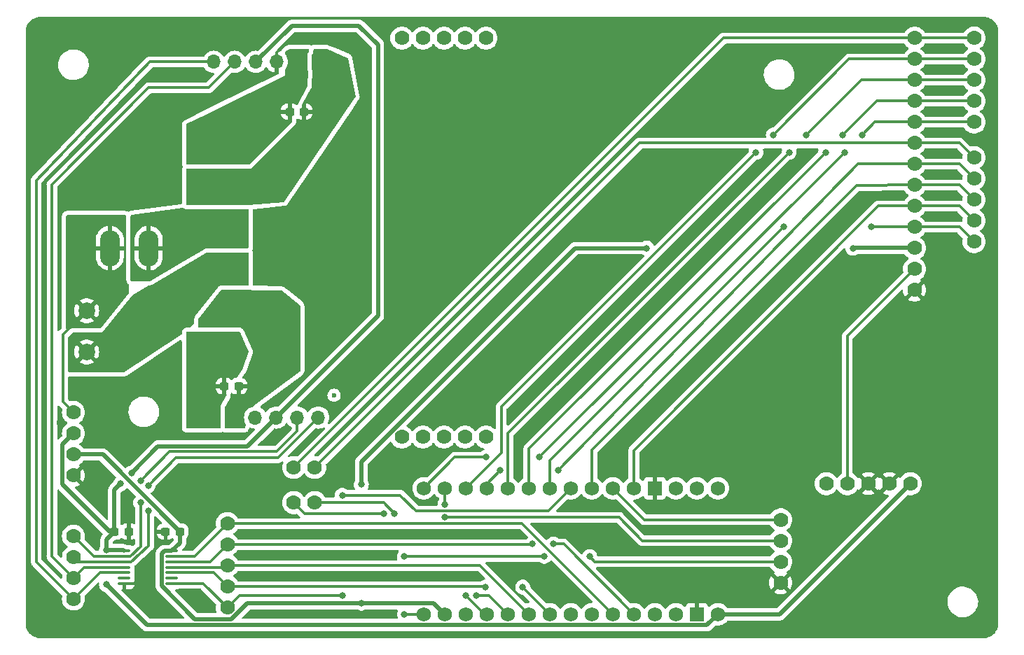
<source format=gtl>
%TF.GenerationSoftware,KiCad,Pcbnew,7.0.10*%
%TF.CreationDate,2024-01-18T22:20:46-08:00*%
%TF.ProjectId,r2dtf dev board rev 1,72326474-6620-4646-9576-20626f617264,rev?*%
%TF.SameCoordinates,Original*%
%TF.FileFunction,Copper,L1,Top*%
%TF.FilePolarity,Positive*%
%FSLAX46Y46*%
G04 Gerber Fmt 4.6, Leading zero omitted, Abs format (unit mm)*
G04 Created by KiCad (PCBNEW 7.0.10) date 2024-01-18 22:20:46*
%MOMM*%
%LPD*%
G01*
G04 APERTURE LIST*
G04 Aperture macros list*
%AMRoundRect*
0 Rectangle with rounded corners*
0 $1 Rounding radius*
0 $2 $3 $4 $5 $6 $7 $8 $9 X,Y pos of 4 corners*
0 Add a 4 corners polygon primitive as box body*
4,1,4,$2,$3,$4,$5,$6,$7,$8,$9,$2,$3,0*
0 Add four circle primitives for the rounded corners*
1,1,$1+$1,$2,$3*
1,1,$1+$1,$4,$5*
1,1,$1+$1,$6,$7*
1,1,$1+$1,$8,$9*
0 Add four rect primitives between the rounded corners*
20,1,$1+$1,$2,$3,$4,$5,0*
20,1,$1+$1,$4,$5,$6,$7,0*
20,1,$1+$1,$6,$7,$8,$9,0*
20,1,$1+$1,$8,$9,$2,$3,0*%
G04 Aperture macros list end*
%TA.AperFunction,ComponentPad*%
%ADD10C,0.600000*%
%TD*%
%TA.AperFunction,ComponentPad*%
%ADD11C,1.727200*%
%TD*%
%TA.AperFunction,ComponentPad*%
%ADD12R,1.727200X1.727200*%
%TD*%
%TA.AperFunction,ComponentPad*%
%ADD13C,2.000000*%
%TD*%
%TA.AperFunction,SMDPad,CuDef*%
%ADD14RoundRect,0.237500X-0.300000X-0.237500X0.300000X-0.237500X0.300000X0.237500X-0.300000X0.237500X0*%
%TD*%
%TA.AperFunction,ComponentPad*%
%ADD15O,2.400000X4.400000*%
%TD*%
%TA.AperFunction,ComponentPad*%
%ADD16C,1.778000*%
%TD*%
%TA.AperFunction,ComponentPad*%
%ADD17R,1.700000X1.700000*%
%TD*%
%TA.AperFunction,ComponentPad*%
%ADD18O,1.700000X1.700000*%
%TD*%
%TA.AperFunction,SMDPad,CuDef*%
%ADD19RoundRect,0.100000X-0.637500X-0.100000X0.637500X-0.100000X0.637500X0.100000X-0.637500X0.100000X0*%
%TD*%
%TA.AperFunction,SMDPad,CuDef*%
%ADD20RoundRect,0.237500X0.300000X0.237500X-0.300000X0.237500X-0.300000X-0.237500X0.300000X-0.237500X0*%
%TD*%
%TA.AperFunction,ViaPad*%
%ADD21C,0.800000*%
%TD*%
%TA.AperFunction,Conductor*%
%ADD22C,0.300000*%
%TD*%
%TA.AperFunction,Conductor*%
%ADD23C,0.500000*%
%TD*%
G04 APERTURE END LIST*
D10*
%TO.P,REF\u002A\u002A6,1*%
%TO.N,GND*%
X140900000Y-74000000D03*
%TD*%
%TO.P,REF\u002A\u002A6,1*%
%TO.N,GND*%
X137200000Y-64400000D03*
%TD*%
%TO.P,REF\u002A\u002A6,1*%
%TO.N,GND*%
X150300000Y-64400000D03*
%TD*%
%TO.P,REF\u002A\u002A6,1*%
%TO.N,GND*%
X147700000Y-61300000D03*
%TD*%
%TO.P,REF\u002A\u002A6,1*%
%TO.N,GND*%
X64400000Y-119700000D03*
%TD*%
D11*
%TO.P,XA1,3V3,3.3V*%
%TO.N,+3V3*%
X102880000Y-132490000D03*
%TO.P,XA1,5V,5V/VUSB_if_SJ1*%
%TO.N,unconnected-(XA1-5V{slash}VUSB_if_SJ1-Pad5V)*%
X128280000Y-132490000D03*
%TO.P,XA1,A0,A0/P0.04/DAC*%
%TO.N,/Post-Jumper CS2*%
X107960000Y-132490000D03*
%TO.P,XA1,A1,A1/P0.05*%
%TO.N,/Post-Jumper CS1*%
X110500000Y-132490000D03*
%TO.P,XA1,A2,A2/P0.30*%
%TO.N,M2-Enc_A-Yellow-3V3*%
X113040000Y-132490000D03*
%TO.P,XA1,A3,A3/P0.29*%
%TO.N,M2-Enc_B-White-3V3*%
X115580000Y-132490000D03*
%TO.P,XA1,A4,A4/P0.31/SDA/Pullup*%
%TO.N,unconnected-(XA1-A4{slash}P0.31{slash}SDA{slash}Pullup-PadA4)*%
X118120000Y-132490000D03*
%TO.P,XA1,A5,A5/P0.02/SCL/Pullup*%
%TO.N,unconnected-(XA1-A5{slash}P0.02{slash}SCL{slash}Pullup-PadA5)*%
X120660000Y-132490000D03*
%TO.P,XA1,A6,A6/P0.28*%
%TO.N,M1-Enc_A-Yellow-3V3*%
X123200000Y-132490000D03*
%TO.P,XA1,A7,A7/P0.03*%
%TO.N,M1-Enc_B-White-3V3*%
X125740000Y-132490000D03*
%TO.P,XA1,AREF,AREF*%
%TO.N,unconnected-(XA1-PadAREF)*%
X105420000Y-132490000D03*
%TO.P,XA1,D0,D0/P1.10/RX*%
%TO.N,unconnected-(XA1-D0{slash}P1.10{slash}RX-PadD0)*%
X133360000Y-117250000D03*
%TO.P,XA1,D1,D1/P1.03/TX*%
%TO.N,unconnected-(XA1-D1{slash}P1.03{slash}TX-PadD1)*%
X135900000Y-117250000D03*
%TO.P,XA1,D2,D2/P1.11*%
%TO.N,M1_INA*%
X125740000Y-117250000D03*
%TO.P,XA1,D3,D3/P1.12/PWM*%
%TO.N,/D3*%
X123200000Y-117250000D03*
%TO.P,XA1,D4,D4/P1.15*%
%TO.N,M1_INB*%
X120660000Y-117250000D03*
%TO.P,XA1,D5,D5/P1.13/PWM*%
%TO.N,TXU_OE*%
X118120000Y-117250000D03*
%TO.P,XA1,D6,D6/P1.14/PWM*%
%TO.N,M1_EN{slash}DIAG*%
X115580000Y-117250000D03*
%TO.P,XA1,D7,D7/P0.23*%
%TO.N,M2_INA*%
X113040000Y-117250000D03*
%TO.P,XA1,D8,D8/P0.21*%
%TO.N,M2_INB*%
X110500000Y-117250000D03*
%TO.P,XA1,D9,D9/P0.27/PWM*%
%TO.N,M1_PWM*%
X107960000Y-117250000D03*
%TO.P,XA1,D10,D10/P1.02/PWM*%
%TO.N,M2_PWM*%
X105420000Y-117250000D03*
%TO.P,XA1,D11,D11/P1.01/MOSI*%
%TO.N,/D11*%
X102880000Y-117250000D03*
%TO.P,XA1,D12,D12/P1.08/MISO*%
%TO.N,M2_EN{slash}DIAG*%
X100340000Y-117250000D03*
%TO.P,XA1,D13,D13/P0.13/SCK/LED*%
%TO.N,/D13*%
X100340000Y-132490000D03*
D12*
%TO.P,XA1,GND1,GND*%
%TO.N,GND*%
X128280000Y-117250000D03*
%TO.P,XA1,GND2,GND*%
X133360000Y-132490000D03*
D11*
%TO.P,XA1,RST1,RESET*%
%TO.N,unconnected-(XA1-RESET-PadRST1)*%
X130820000Y-117250000D03*
%TO.P,XA1,RST2,RESET*%
%TO.N,unconnected-(XA1-RESET-PadRST2)*%
X130820000Y-132490000D03*
%TO.P,XA1,VIN,VIN*%
%TO.N,+5V*%
X135900000Y-132490000D03*
%TD*%
D10*
%TO.P,REF\u002A\u002A6,1*%
%TO.N,GND*%
X123500000Y-112600000D03*
%TD*%
%TO.P,REF\u002A\u002A6,1*%
%TO.N,GND*%
X124300000Y-128000000D03*
%TD*%
%TO.P,REF\u002A\u002A6,1*%
%TO.N,GND*%
X152100000Y-126200000D03*
%TD*%
%TO.P,REF\u002A\u002A6,1*%
%TO.N,GND*%
X169000000Y-81800000D03*
%TD*%
%TO.P,REF\u002A\u002A6,1*%
%TO.N,GND*%
X169000000Y-69200000D03*
%TD*%
%TO.P,REF\u002A\u002A6,1*%
%TO.N,GND*%
X128600000Y-73700000D03*
%TD*%
%TO.P,REF\u002A\u002A6,1*%
%TO.N,GND*%
X114700000Y-81800000D03*
%TD*%
%TO.P,REF\u002A\u002A6,1*%
%TO.N,GND*%
X95100000Y-61300000D03*
%TD*%
%TO.P,REF\u002A\u002A6,1*%
%TO.N,GND*%
X97700000Y-65700000D03*
%TD*%
%TO.P,REF\u002A\u002A6,1*%
%TO.N,N/C*%
X89500000Y-106000000D03*
%TD*%
%TO.P,REF\u002A\u002A6,1*%
%TO.N,GND*%
X105500000Y-98900000D03*
%TD*%
%TO.P,REF\u002A\u002A6,1*%
%TO.N,GND*%
X90500000Y-114600000D03*
%TD*%
%TO.P,REF\u002A\u002A6,1*%
%TO.N,GND*%
X60800000Y-116800000D03*
%TD*%
%TO.P,REF\u002A\u002A6,1*%
%TO.N,GND*%
X67700000Y-70300000D03*
%TD*%
%TO.P,REF\u002A\u002A6,1*%
%TO.N,GND*%
X78000000Y-68200000D03*
%TD*%
%TO.P,REF\u002A\u002A6,1*%
%TO.N,GND*%
X80100000Y-62300000D03*
%TD*%
%TO.P,REF\u002A\u002A6,1*%
%TO.N,GND*%
X55000000Y-62300000D03*
%TD*%
%TO.P,REF\u002A\u002A6,1*%
%TO.N,GND*%
X54500000Y-98100000D03*
%TD*%
%TO.P,REF\u002A\u002A6,1*%
%TO.N,GND*%
X56200000Y-109300000D03*
%TD*%
%TO.P,REF\u002A\u002A6,1*%
%TO.N,GND*%
X163200000Y-64100000D03*
%TD*%
%TO.P,REF\u002A\u002A6,1*%
%TO.N,GND*%
X163200000Y-66600000D03*
%TD*%
%TO.P,REF\u002A\u002A6,1*%
%TO.N,GND*%
X163200000Y-69200000D03*
%TD*%
%TO.P,REF\u002A\u002A6,1*%
%TO.N,GND*%
X163200000Y-71600000D03*
%TD*%
%TO.P,REF\u002A\u002A6,1*%
%TO.N,GND*%
X163200000Y-76700000D03*
%TD*%
%TO.P,REF\u002A\u002A6,1*%
%TO.N,GND*%
X163200000Y-79300000D03*
%TD*%
%TO.P,REF\u002A\u002A6,1*%
%TO.N,GND*%
X163200000Y-81800000D03*
%TD*%
%TO.P,REF\u002A\u002A6,1*%
%TO.N,GND*%
X163200000Y-84400000D03*
%TD*%
%TO.P,REF\u002A\u002A6,1*%
%TO.N,GND*%
X86700000Y-111200000D03*
%TD*%
%TO.P,REF\u002A\u002A6,1*%
%TO.N,GND*%
X82200000Y-111200000D03*
%TD*%
%TO.P,REF\u002A\u002A6,1*%
%TO.N,GND*%
X81500000Y-132500000D03*
%TD*%
%TO.P,REF\u002A\u002A6,1*%
%TO.N,GND*%
X72200000Y-130400000D03*
%TD*%
%TO.P,REF\u002A\u002A8,1*%
%TO.N,GND*%
X95600000Y-114500000D03*
%TD*%
%TO.P,REF\u002A\u002A8,1*%
%TO.N,GND*%
X133900000Y-122300000D03*
%TD*%
%TO.P,REF\u002A\u002A8,1*%
%TO.N,GND*%
X142300000Y-93600000D03*
%TD*%
%TO.P,REF\u002A\u002A8,1*%
%TO.N,GND*%
X129800000Y-93600000D03*
%TD*%
%TO.P,REF\u002A\u002A8,1*%
%TO.N,GND*%
X125400000Y-93600000D03*
%TD*%
%TO.P,REF\u002A\u002A8,1*%
%TO.N,GND*%
X163200000Y-74200000D03*
%TD*%
%TO.P,REF\u002A\u002A8,1*%
%TO.N,GND*%
X157900000Y-103700000D03*
%TD*%
%TO.P,REF\u002A\u002A7,1*%
%TO.N,GND*%
X156900000Y-103700000D03*
%TD*%
%TO.P,REF\u002A\u002A,1*%
%TO.N,GND*%
X155900000Y-101700000D03*
%TD*%
%TO.P,REF\u002A\u002A3,1*%
%TO.N,GND*%
X155900000Y-102700000D03*
%TD*%
%TO.P,REF\u002A\u002A4,1*%
%TO.N,GND*%
X156900000Y-102700000D03*
%TD*%
%TO.P,REF\u002A\u002A5,1*%
%TO.N,GND*%
X157900000Y-102700000D03*
%TD*%
%TO.P,REF\u002A\u002A2,1*%
%TO.N,GND*%
X157900000Y-101700000D03*
%TD*%
%TO.P,REF\u002A\u002A6,1*%
%TO.N,GND*%
X155900000Y-103700000D03*
%TD*%
%TO.P,REF\u002A\u002A1,1*%
%TO.N,GND*%
X156900000Y-101700000D03*
%TD*%
%TO.P,REF\u002A\u002A8,1*%
%TO.N,GND*%
X142800000Y-108400000D03*
%TD*%
%TO.P,REF\u002A\u002A7,1*%
%TO.N,GND*%
X141800000Y-108400000D03*
%TD*%
%TO.P,REF\u002A\u002A,1*%
%TO.N,GND*%
X140800000Y-106400000D03*
%TD*%
%TO.P,REF\u002A\u002A3,1*%
%TO.N,GND*%
X140800000Y-107400000D03*
%TD*%
%TO.P,REF\u002A\u002A4,1*%
%TO.N,GND*%
X141800000Y-107400000D03*
%TD*%
%TO.P,REF\u002A\u002A5,1*%
%TO.N,GND*%
X142800000Y-107400000D03*
%TD*%
%TO.P,REF\u002A\u002A2,1*%
%TO.N,GND*%
X142800000Y-106400000D03*
%TD*%
%TO.P,REF\u002A\u002A6,1*%
%TO.N,GND*%
X140800000Y-108400000D03*
%TD*%
%TO.P,REF\u002A\u002A1,1*%
%TO.N,GND*%
X141800000Y-106400000D03*
%TD*%
%TO.P,REF\u002A\u002A8,1*%
%TO.N,GND*%
X131600000Y-64500000D03*
%TD*%
%TO.P,REF\u002A\u002A7,1*%
%TO.N,GND*%
X130600000Y-64500000D03*
%TD*%
%TO.P,REF\u002A\u002A,1*%
%TO.N,GND*%
X129600000Y-62500000D03*
%TD*%
%TO.P,REF\u002A\u002A3,1*%
%TO.N,GND*%
X129600000Y-63500000D03*
%TD*%
%TO.P,REF\u002A\u002A4,1*%
%TO.N,GND*%
X130600000Y-63500000D03*
%TD*%
%TO.P,REF\u002A\u002A5,1*%
%TO.N,GND*%
X131600000Y-63500000D03*
%TD*%
%TO.P,REF\u002A\u002A2,1*%
%TO.N,GND*%
X131600000Y-62500000D03*
%TD*%
%TO.P,REF\u002A\u002A6,1*%
%TO.N,GND*%
X129600000Y-64500000D03*
%TD*%
%TO.P,REF\u002A\u002A1,1*%
%TO.N,GND*%
X130600000Y-62500000D03*
%TD*%
%TO.P,REF\u002A\u002A8,1*%
%TO.N,GND*%
X56000000Y-74000000D03*
%TD*%
%TO.P,REF\u002A\u002A7,1*%
%TO.N,GND*%
X55000000Y-74000000D03*
%TD*%
%TO.P,REF\u002A\u002A,1*%
%TO.N,GND*%
X54000000Y-72000000D03*
%TD*%
%TO.P,REF\u002A\u002A3,1*%
%TO.N,GND*%
X54000000Y-73000000D03*
%TD*%
%TO.P,REF\u002A\u002A4,1*%
%TO.N,GND*%
X55000000Y-73000000D03*
%TD*%
%TO.P,REF\u002A\u002A5,1*%
%TO.N,GND*%
X56000000Y-73000000D03*
%TD*%
%TO.P,REF\u002A\u002A2,1*%
%TO.N,GND*%
X56000000Y-72000000D03*
%TD*%
%TO.P,REF\u002A\u002A6,1*%
%TO.N,GND*%
X54000000Y-74000000D03*
%TD*%
%TO.P,REF\u002A\u002A1,1*%
%TO.N,GND*%
X55000000Y-72000000D03*
%TD*%
%TO.P,REF\u002A\u002A3,1*%
%TO.N,GND*%
X96800000Y-88000000D03*
%TD*%
%TO.P,REF\u002A\u002A2,1*%
%TO.N,GND*%
X98800000Y-87000000D03*
%TD*%
%TO.P,REF\u002A\u002A1,1*%
%TO.N,GND*%
X97800000Y-87000000D03*
%TD*%
%TO.P,REF\u002A\u002A5,1*%
%TO.N,GND*%
X98800000Y-88000000D03*
%TD*%
%TO.P,REF\u002A\u002A,1*%
%TO.N,GND*%
X96800000Y-87000000D03*
%TD*%
%TO.P,REF\u002A\u002A8,1*%
%TO.N,GND*%
X98800000Y-89000000D03*
%TD*%
%TO.P,REF\u002A\u002A6,1*%
%TO.N,GND*%
X96800000Y-89000000D03*
%TD*%
%TO.P,REF\u002A\u002A7,1*%
%TO.N,GND*%
X97800000Y-89000000D03*
%TD*%
%TO.P,REF\u002A\u002A4,1*%
%TO.N,GND*%
X97800000Y-88000000D03*
%TD*%
%TO.P,REF\u002A\u002A6,1*%
%TO.N,GND*%
X57200000Y-119800000D03*
%TD*%
%TO.P,REF\u002A\u002A6,1*%
%TO.N,GND*%
X68200000Y-132000000D03*
%TD*%
%TO.P,REF\u002A\u002A6,1*%
%TO.N,GND*%
X81500000Y-128000000D03*
%TD*%
%TO.P,REF\u002A\u002A6,1*%
%TO.N,GND*%
X81500000Y-125400000D03*
%TD*%
%TO.P,REF\u002A\u002A6,1*%
%TO.N,GND*%
X81500000Y-122700000D03*
%TD*%
%TO.P,REF\u002A\u002A8,1*%
%TO.N,GND*%
X114200000Y-99900000D03*
%TD*%
%TO.P,REF\u002A\u002A7,1*%
%TO.N,GND*%
X113200000Y-99900000D03*
%TD*%
%TO.P,REF\u002A\u002A,1*%
%TO.N,GND*%
X112200000Y-97900000D03*
%TD*%
%TO.P,REF\u002A\u002A3,1*%
%TO.N,GND*%
X112200000Y-98900000D03*
%TD*%
%TO.P,REF\u002A\u002A4,1*%
%TO.N,GND*%
X113200000Y-98900000D03*
%TD*%
%TO.P,REF\u002A\u002A5,1*%
%TO.N,GND*%
X114200000Y-98900000D03*
%TD*%
%TO.P,REF\u002A\u002A2,1*%
%TO.N,GND*%
X114200000Y-97900000D03*
%TD*%
%TO.P,REF\u002A\u002A6,1*%
%TO.N,GND*%
X112200000Y-99900000D03*
%TD*%
%TO.P,REF\u002A\u002A1,1*%
%TO.N,GND*%
X113200000Y-97900000D03*
%TD*%
%TO.P,REF\u002A\u002A8,1*%
%TO.N,GND*%
X128700000Y-82800000D03*
%TD*%
%TO.P,REF\u002A\u002A7,1*%
%TO.N,GND*%
X127700000Y-82800000D03*
%TD*%
%TO.P,REF\u002A\u002A,1*%
%TO.N,GND*%
X126700000Y-80800000D03*
%TD*%
%TO.P,REF\u002A\u002A3,1*%
%TO.N,GND*%
X126700000Y-81800000D03*
%TD*%
%TO.P,REF\u002A\u002A4,1*%
%TO.N,GND*%
X127700000Y-81800000D03*
%TD*%
%TO.P,REF\u002A\u002A5,1*%
%TO.N,GND*%
X128700000Y-81800000D03*
%TD*%
%TO.P,REF\u002A\u002A2,1*%
%TO.N,GND*%
X128700000Y-80800000D03*
%TD*%
%TO.P,REF\u002A\u002A6,1*%
%TO.N,GND*%
X126700000Y-82800000D03*
%TD*%
%TO.P,REF\u002A\u002A1,1*%
%TO.N,GND*%
X127700000Y-80800000D03*
%TD*%
%TO.P,REF\u002A\u002A8,1*%
%TO.N,GND*%
X116900000Y-129600000D03*
%TD*%
%TO.P,REF\u002A\u002A7,1*%
%TO.N,GND*%
X115900000Y-129600000D03*
%TD*%
%TO.P,REF\u002A\u002A,1*%
%TO.N,GND*%
X114900000Y-127600000D03*
%TD*%
%TO.P,REF\u002A\u002A3,1*%
%TO.N,GND*%
X114900000Y-128600000D03*
%TD*%
%TO.P,REF\u002A\u002A4,1*%
%TO.N,GND*%
X115900000Y-128600000D03*
%TD*%
%TO.P,REF\u002A\u002A5,1*%
%TO.N,GND*%
X116900000Y-128600000D03*
%TD*%
%TO.P,REF\u002A\u002A2,1*%
%TO.N,GND*%
X116900000Y-127600000D03*
%TD*%
%TO.P,REF\u002A\u002A6,1*%
%TO.N,GND*%
X114900000Y-129600000D03*
%TD*%
%TO.P,REF\u002A\u002A1,1*%
%TO.N,GND*%
X115900000Y-127600000D03*
%TD*%
%TO.P,REF\u002A\u002A8,1*%
%TO.N,GND*%
X122600000Y-123800000D03*
%TD*%
%TO.P,REF\u002A\u002A7,1*%
%TO.N,GND*%
X121600000Y-123800000D03*
%TD*%
%TO.P,REF\u002A\u002A,1*%
%TO.N,GND*%
X120600000Y-121800000D03*
%TD*%
%TO.P,REF\u002A\u002A3,1*%
%TO.N,GND*%
X120600000Y-122800000D03*
%TD*%
%TO.P,REF\u002A\u002A4,1*%
%TO.N,GND*%
X121600000Y-122800000D03*
%TD*%
%TO.P,REF\u002A\u002A5,1*%
%TO.N,GND*%
X122600000Y-122800000D03*
%TD*%
%TO.P,REF\u002A\u002A2,1*%
%TO.N,GND*%
X122600000Y-121800000D03*
%TD*%
%TO.P,REF\u002A\u002A6,1*%
%TO.N,GND*%
X120600000Y-123800000D03*
%TD*%
%TO.P,REF\u002A\u002A1,1*%
%TO.N,GND*%
X121600000Y-121800000D03*
%TD*%
%TO.P,REF\u002A\u002A8,1*%
%TO.N,GND*%
X62600000Y-133700000D03*
%TD*%
%TO.P,REF\u002A\u002A7,1*%
%TO.N,GND*%
X61600000Y-133700000D03*
%TD*%
%TO.P,REF\u002A\u002A,1*%
%TO.N,GND*%
X60600000Y-131700000D03*
%TD*%
%TO.P,REF\u002A\u002A3,1*%
%TO.N,GND*%
X60600000Y-132700000D03*
%TD*%
%TO.P,REF\u002A\u002A4,1*%
%TO.N,GND*%
X61600000Y-132700000D03*
%TD*%
%TO.P,REF\u002A\u002A5,1*%
%TO.N,GND*%
X62600000Y-132700000D03*
%TD*%
%TO.P,REF\u002A\u002A2,1*%
%TO.N,GND*%
X62600000Y-131700000D03*
%TD*%
%TO.P,REF\u002A\u002A6,1*%
%TO.N,GND*%
X60600000Y-133700000D03*
%TD*%
%TO.P,REF\u002A\u002A1,1*%
%TO.N,GND*%
X61600000Y-131700000D03*
%TD*%
%TO.P,REF\u002A\u002A8,1*%
%TO.N,GND*%
X72900000Y-118000000D03*
%TD*%
%TO.P,REF\u002A\u002A7,1*%
%TO.N,GND*%
X71900000Y-118000000D03*
%TD*%
%TO.P,REF\u002A\u002A,1*%
%TO.N,GND*%
X70900000Y-116000000D03*
%TD*%
%TO.P,REF\u002A\u002A3,1*%
%TO.N,GND*%
X70900000Y-117000000D03*
%TD*%
%TO.P,REF\u002A\u002A4,1*%
%TO.N,GND*%
X71900000Y-117000000D03*
%TD*%
%TO.P,REF\u002A\u002A5,1*%
%TO.N,GND*%
X72900000Y-117000000D03*
%TD*%
%TO.P,REF\u002A\u002A2,1*%
%TO.N,GND*%
X72900000Y-116000000D03*
%TD*%
%TO.P,REF\u002A\u002A6,1*%
%TO.N,GND*%
X70900000Y-118000000D03*
%TD*%
%TO.P,REF\u002A\u002A1,1*%
%TO.N,GND*%
X71900000Y-116000000D03*
%TD*%
%TO.P,REF\u002A\u002A8,1*%
%TO.N,GND*%
X62500000Y-106500000D03*
%TD*%
%TO.P,REF\u002A\u002A7,1*%
%TO.N,GND*%
X61500000Y-106500000D03*
%TD*%
%TO.P,REF\u002A\u002A,1*%
%TO.N,GND*%
X60500000Y-104500000D03*
%TD*%
%TO.P,REF\u002A\u002A3,1*%
%TO.N,GND*%
X60500000Y-105500000D03*
%TD*%
%TO.P,REF\u002A\u002A4,1*%
%TO.N,GND*%
X61500000Y-105500000D03*
%TD*%
%TO.P,REF\u002A\u002A5,1*%
%TO.N,GND*%
X62500000Y-105500000D03*
%TD*%
%TO.P,REF\u002A\u002A2,1*%
%TO.N,GND*%
X62500000Y-104500000D03*
%TD*%
%TO.P,REF\u002A\u002A6,1*%
%TO.N,GND*%
X60500000Y-106500000D03*
%TD*%
%TO.P,REF\u002A\u002A1,1*%
%TO.N,GND*%
X61500000Y-104500000D03*
%TD*%
%TO.P,REF\u002A\u002A3,1*%
%TO.N,GND*%
X61000000Y-81900000D03*
%TD*%
%TO.P,REF\u002A\u002A2,1*%
%TO.N,GND*%
X63000000Y-80900000D03*
%TD*%
%TO.P,REF\u002A\u002A1,1*%
%TO.N,GND*%
X62000000Y-80900000D03*
%TD*%
%TO.P,REF\u002A\u002A5,1*%
%TO.N,GND*%
X63000000Y-81900000D03*
%TD*%
%TO.P,REF\u002A\u002A,1*%
%TO.N,GND*%
X61000000Y-80900000D03*
%TD*%
%TO.P,REF\u002A\u002A8,1*%
%TO.N,GND*%
X63000000Y-82900000D03*
%TD*%
%TO.P,REF\u002A\u002A6,1*%
%TO.N,GND*%
X61000000Y-82900000D03*
%TD*%
%TO.P,REF\u002A\u002A7,1*%
%TO.N,GND*%
X62000000Y-82900000D03*
%TD*%
%TO.P,REF\u002A\u002A4,1*%
%TO.N,GND*%
X62000000Y-81900000D03*
%TD*%
%TO.P,REF\u002A\u002A8,1*%
%TO.N,GND*%
X82600000Y-89500000D03*
%TD*%
%TO.P,REF\u002A\u002A5,1*%
%TO.N,GND*%
X82600000Y-88500000D03*
%TD*%
%TO.P,REF\u002A\u002A3,1*%
%TO.N,GND*%
X80600000Y-88500000D03*
%TD*%
%TO.P,REF\u002A\u002A2,1*%
%TO.N,GND*%
X82600000Y-87500000D03*
%TD*%
%TO.P,REF\u002A\u002A4,1*%
%TO.N,GND*%
X81600000Y-88500000D03*
%TD*%
%TO.P,REF\u002A\u002A7,1*%
%TO.N,GND*%
X81600000Y-89500000D03*
%TD*%
%TO.P,REF\u002A\u002A1,1*%
%TO.N,GND*%
X81600000Y-87500000D03*
%TD*%
%TO.P,REF\u002A\u002A6,1*%
%TO.N,GND*%
X80600000Y-89500000D03*
%TD*%
%TO.P,REF\u002A\u002A,1*%
%TO.N,GND*%
X80600000Y-87500000D03*
%TD*%
D13*
%TO.P,J1,1,Pin_1-VBAT*%
%TO.N,VBAT*%
X59600000Y-95750000D03*
%TO.P,J1,2,Pin_2-GND*%
%TO.N,/BATT GND*%
X59600000Y-100750000D03*
%TD*%
D14*
%TO.P,C1,1*%
%TO.N,/M1 Red*%
X76237500Y-104900000D03*
%TO.P,C1,2*%
%TO.N,/M1 Black*%
X77962500Y-104900000D03*
%TD*%
D15*
%TO.P,SW1,1,A*%
%TO.N,/BATT POST_SWITCH*%
X67100000Y-88200000D03*
%TO.P,SW1,2,B*%
%TO.N,VBAT*%
X62400000Y-88200000D03*
%TD*%
D16*
%TO.P,U2,1,GND*%
%TO.N,GND*%
X159662500Y-93267500D03*
%TO.P,U2,2,VOUT-Rev_Protected_VBAT*%
%TO.N,Net-(U2-VOUT-Rev_Protected_VBAT)*%
X159662500Y-90727500D03*
%TO.P,U2,3,VDD-Input*%
%TO.N,+3V3*%
X159662500Y-88187500D03*
%TO.P,U2,4,M1EN/DIAG*%
%TO.N,M1_EN{slash}DIAG*%
X159662500Y-85647500D03*
%TO.P,U2,5,M1INA*%
%TO.N,M1_INA*%
X159662500Y-83107500D03*
%TO.P,U2,6,M1INB*%
%TO.N,M1_INB*%
X159662500Y-80567500D03*
%TO.P,U2,7,M1PWM*%
%TO.N,M1_PWM*%
X159662500Y-78027500D03*
%TO.P,U2,8,M1CS*%
%TO.N,M1_CS*%
X159662500Y-75487500D03*
%TO.P,U2,9,M2EN/DIAG*%
%TO.N,M2_EN{slash}DIAG*%
X159662500Y-72947500D03*
%TO.P,U2,10,M2INA*%
%TO.N,M2_INA*%
X159662500Y-70407500D03*
%TO.P,U2,11,M2INB*%
%TO.N,M2_INB*%
X159662500Y-67867500D03*
%TO.P,U2,12,M2PWM*%
%TO.N,M2_PWM*%
X159662500Y-65327500D03*
%TO.P,U2,13,M2CS*%
%TO.N,M2_CS*%
X159662500Y-62787500D03*
%TO.P,U2,14,Mech_Conn*%
%TO.N,unconnected-(U2-Mech_Conn-Pad14)*%
X97686500Y-62787500D03*
%TO.P,U2,15,Mech_Conn*%
%TO.N,unconnected-(U2-Mech_Conn-Pad15)*%
X100226500Y-62787500D03*
%TO.P,U2,16,Mech_Conn*%
%TO.N,unconnected-(U2-Mech_Conn-Pad16)*%
X102766500Y-62787500D03*
%TO.P,U2,17,Mech_Conn*%
%TO.N,unconnected-(U2-Mech_Conn-Pad17)*%
X105306500Y-62787500D03*
%TO.P,U2,18,Mech_Conn*%
%TO.N,unconnected-(U2-Mech_Conn-Pad18)*%
X107846500Y-62787500D03*
%TO.P,U2,19,Mech_Conn*%
%TO.N,unconnected-(U2-Mech_Conn-Pad19)*%
X97686500Y-111047500D03*
%TO.P,U2,20,Mech_Conn*%
%TO.N,unconnected-(U2-Mech_Conn-Pad20)*%
X100226500Y-111047500D03*
%TO.P,U2,21,Mech_Conn*%
%TO.N,unconnected-(U2-Mech_Conn-Pad21)*%
X102766500Y-111047500D03*
%TO.P,U2,22,Mech_Conn*%
%TO.N,unconnected-(U2-Mech_Conn-Pad22)*%
X105306500Y-111047500D03*
%TO.P,U2,23,Mech_Conn*%
%TO.N,unconnected-(U2-Mech_Conn-Pad23)*%
X107846500Y-111047500D03*
%TD*%
D13*
%TO.P,J6,1,Pin_1*%
%TO.N,/M1 Red*%
X76100000Y-100750000D03*
%TO.P,J6,2,Pin_2*%
%TO.N,/M1 Black*%
X76100000Y-95750000D03*
%TD*%
D17*
%TO.P,J5,1,M2-Red-Power*%
%TO.N,/M2 Red*%
X87655400Y-65659000D03*
D18*
%TO.P,J5,2,M2-Black-Power*%
%TO.N,/M2 Black*%
X85115400Y-65659000D03*
%TO.P,J5,3,M2-Green-Enc_GND*%
%TO.N,GND*%
X82575400Y-65659000D03*
%TO.P,J5,4,M2-Blue-Enc_VCC*%
%TO.N,+5V*%
X80035400Y-65659000D03*
%TO.P,J5,5,M2-Yellow-ENC_A*%
%TO.N,M2-Enc_A-Yellow-5V*%
X77495400Y-65659000D03*
%TO.P,J5,6,M2-White-ENC_B*%
%TO.N,M2-Enc_B-White-5V*%
X74955400Y-65659000D03*
%TD*%
D17*
%TO.P,J4,1,M1-Red-Power*%
%TO.N,/M1 Red*%
X74880000Y-108686600D03*
D18*
%TO.P,J4,2,M1-Black-Power*%
%TO.N,/M1 Black*%
X77420000Y-108686600D03*
%TO.P,J4,3,M1-Green-Enc_GND*%
%TO.N,GND*%
X79960000Y-108686600D03*
%TO.P,J4,4,M1-Blue-Enc_VCC*%
%TO.N,+5V*%
X82500000Y-108686600D03*
%TO.P,J4,5,M1-Yellow-ENC_A*%
%TO.N,M1-Enc_A-Yellow-5V*%
X85040000Y-108686600D03*
%TO.P,J4,6,M1-White-ENC_B*%
%TO.N,M1-Enc_B-White-5V*%
X87580000Y-108686600D03*
%TD*%
D16*
%TO.P,J2,1,Pin_1*%
%TO.N,M1_CS*%
X87172800Y-114736100D03*
%TO.P,J2,2,Pin_2*%
%TO.N,M2_CS*%
X84632800Y-114736100D03*
%TD*%
D14*
%TO.P,C3,1*%
%TO.N,+5V*%
X62937500Y-122500000D03*
%TO.P,C3,2*%
%TO.N,GND*%
X64662500Y-122500000D03*
%TD*%
D16*
%TO.P,J9,1,Pin_1*%
%TO.N,/D3*%
X143484600Y-121056400D03*
%TO.P,J9,2,Pin_2*%
%TO.N,/D11*%
X143484600Y-123596400D03*
%TO.P,J9,3,Pin_3*%
%TO.N,/D13*%
X143484600Y-126136400D03*
%TO.P,J9,4,Pin_4*%
%TO.N,GND*%
X143484600Y-128676400D03*
%TD*%
D19*
%TO.P,U1,1,VCCA*%
%TO.N,+5V*%
X64137500Y-124850000D03*
%TO.P,U1,2,A1*%
%TO.N,M1-Enc_A-Yellow-5V*%
X64137500Y-125500000D03*
%TO.P,U1,3,A2*%
%TO.N,M1-Enc_B-White-5V*%
X64137500Y-126150000D03*
%TO.P,U1,4,A3*%
%TO.N,M2-Enc_A-Yellow-5V*%
X64137500Y-126800000D03*
%TO.P,U1,5,A4*%
%TO.N,M2-Enc_B-White-5V*%
X64137500Y-127450000D03*
%TO.P,U1,6*%
%TO.N,N/C*%
X64137500Y-128100000D03*
%TO.P,U1,7,GND*%
%TO.N,GND*%
X64137500Y-128750000D03*
%TO.P,U1,8,OE*%
%TO.N,TXU_OE*%
X69862500Y-128750000D03*
%TO.P,U1,9*%
%TO.N,N/C*%
X69862500Y-128100000D03*
%TO.P,U1,10,B4Y*%
%TO.N,M2-Enc_B-White-3V3*%
X69862500Y-127450000D03*
%TO.P,U1,11,B3Y*%
%TO.N,M2-Enc_A-Yellow-3V3*%
X69862500Y-126800000D03*
%TO.P,U1,12,B2Y*%
%TO.N,M1-Enc_B-White-3V3*%
X69862500Y-126150000D03*
%TO.P,U1,13,B1Y*%
%TO.N,M1-Enc_A-Yellow-3V3*%
X69862500Y-125500000D03*
%TO.P,U1,14,VCCB*%
%TO.N,+3V3*%
X69862500Y-124850000D03*
%TD*%
D16*
%TO.P,J10,1,Pin_1*%
%TO.N,VBAT*%
X58000000Y-108079500D03*
%TO.P,J10,2,Pin_2*%
%TO.N,+5V*%
X58000000Y-110619500D03*
%TO.P,J10,3,Pin_3*%
%TO.N,+3V3*%
X58000000Y-113159500D03*
%TO.P,J10,4,Pin_4*%
%TO.N,GND*%
X58000000Y-115699500D03*
%TD*%
D13*
%TO.P,J8,1,Pin_1*%
%TO.N,/M2 Red*%
X76100000Y-80750000D03*
%TO.P,J8,2,Pin_2*%
%TO.N,/M2 Black*%
X76100000Y-75750000D03*
%TD*%
D16*
%TO.P,J3,1,Pin_1*%
%TO.N,/Post-Jumper CS1*%
X87172800Y-118986100D03*
%TO.P,J3,2,Pin_2*%
%TO.N,/Post-Jumper CS2*%
X84632800Y-118986100D03*
%TD*%
D20*
%TO.P,C2,1*%
%TO.N,/M2 Red*%
X85862500Y-71700000D03*
%TO.P,C2,2*%
%TO.N,/M2 Black*%
X84137500Y-71700000D03*
%TD*%
D16*
%TO.P,J13,1,Pin_1*%
%TO.N,M1-Enc_A-Yellow-5V*%
X58000000Y-123024000D03*
%TO.P,J13,2,Pin_2*%
%TO.N,M1-Enc_B-White-5V*%
X58000000Y-125564000D03*
%TO.P,J13,3,Pin_3*%
%TO.N,M2-Enc_A-Yellow-5V*%
X58000000Y-128104000D03*
%TO.P,J13,4,Pin_4*%
%TO.N,M2-Enc_B-White-5V*%
X58000000Y-130644000D03*
%TD*%
D13*
%TO.P,J7,1,Pin_1-GND*%
%TO.N,/BATT GND*%
X76100000Y-90750000D03*
%TO.P,J7,2,Pin_2-VBAT*%
%TO.N,/BATT POST_SWITCH*%
X76100000Y-85750000D03*
%TD*%
D16*
%TO.P,J12,5,Pin_5*%
%TO.N,M2_CS*%
X166860500Y-62780500D03*
%TO.P,J12,4,Pin_4*%
%TO.N,M2_PWM*%
X166860500Y-65320500D03*
%TO.P,J12,3,Pin_3*%
%TO.N,M2_INB*%
X166860500Y-67860500D03*
%TO.P,J12,2,Pin_2*%
%TO.N,M2_INA*%
X166860500Y-70400500D03*
%TO.P,J12,1,Pin_1*%
%TO.N,M2_EN{slash}DIAG*%
X166860500Y-72940500D03*
%TD*%
%TO.P,U3,1,Enable*%
%TO.N,unconnected-(U3-Enable-Pad1)*%
X148996400Y-116687600D03*
%TO.P,U3,2,In_+_4.5-20V*%
%TO.N,Net-(U2-VOUT-Rev_Protected_VBAT)*%
X151536400Y-116687600D03*
%TO.P,U3,3,In_-*%
%TO.N,GND*%
X154076400Y-116687600D03*
%TO.P,U3,4,Out_-*%
X156616400Y-116687600D03*
%TO.P,U3,5,Out_+_1-16V*%
%TO.N,+5V*%
X159156400Y-116687600D03*
%TD*%
%TO.P,J14,1,Pin_1*%
%TO.N,M1-Enc_A-Yellow-3V3*%
X76600000Y-121524000D03*
%TO.P,J14,2,Pin_2*%
%TO.N,M1-Enc_B-White-3V3*%
X76600000Y-124064000D03*
%TO.P,J14,3,Pin_3*%
%TO.N,M2-Enc_A-Yellow-3V3*%
X76600000Y-126604000D03*
%TO.P,J14,4,Pin_4*%
%TO.N,M2-Enc_B-White-3V3*%
X76600000Y-129144000D03*
%TO.P,J14,5,Pin_5*%
%TO.N,TXU_OE*%
X76600000Y-131684000D03*
%TD*%
%TO.P,J11,5,Pin_5*%
%TO.N,M1_CS*%
X166860500Y-77250000D03*
%TO.P,J11,4,Pin_4*%
%TO.N,M1_PWM*%
X166860500Y-79790000D03*
%TO.P,J11,3,Pin_3*%
%TO.N,M1_INB*%
X166860500Y-82330000D03*
%TO.P,J11,2,Pin_2*%
%TO.N,M1_INA*%
X166860500Y-84870000D03*
%TO.P,J11,1,Pin_1*%
%TO.N,M1_EN{slash}DIAG*%
X166860500Y-87410000D03*
%TD*%
D20*
%TO.P,C4,1*%
%TO.N,+3V3*%
X70862500Y-122500000D03*
%TO.P,C4,2*%
%TO.N,GND*%
X69137500Y-122500000D03*
%TD*%
D21*
%TO.N,+5V*%
X63700000Y-116700000D03*
X65000000Y-115400000D03*
%TO.N,M1-Enc_B-White-5V*%
X67025000Y-116925000D03*
X67100000Y-120000000D03*
%TO.N,M1-Enc_A-Yellow-5V*%
X66100000Y-116300000D03*
X66100000Y-119000000D03*
%TO.N,/D11*%
X102900000Y-120774000D03*
X102900000Y-119200000D03*
%TO.N,/D13*%
X120400000Y-125500000D03*
X114900000Y-125500000D03*
X98000000Y-125500000D03*
X98000000Y-132500000D03*
%TO.N,+3V3*%
X152200000Y-88200000D03*
X127300000Y-88200000D03*
X92800000Y-116800000D03*
X92800000Y-131176400D03*
%TO.N,TXU_OE*%
X90500000Y-118100000D03*
X90500000Y-130200000D03*
%TO.N,/Post-Jumper CS2*%
X95500000Y-120300000D03*
X105400000Y-130200000D03*
%TO.N,/Post-Jumper CS1*%
X96800000Y-120300000D03*
X106700000Y-130200000D03*
%TO.N,M1-Enc_B-White-3V3*%
X113500000Y-124000000D03*
X116000000Y-124000000D03*
%TO.N,M2-Enc_B-White-3V3*%
X107800000Y-129200000D03*
X112300000Y-129200000D03*
%TO.N,+5V*%
X62000000Y-128900000D03*
X62000000Y-124750000D03*
%TO.N,M1_EN{slash}DIAG*%
X154447500Y-85647500D03*
X143900000Y-85600000D03*
%TO.N,M2_EN{slash}DIAG*%
X153300000Y-74500000D03*
X151200000Y-76600000D03*
X114300000Y-113500000D03*
X107900000Y-113500000D03*
%TO.N,M2_PWM*%
X142600000Y-74500000D03*
X140500000Y-76600000D03*
%TO.N,M1_PWM*%
X116600000Y-115100000D03*
X109600000Y-115100000D03*
%TO.N,M2_INB*%
X144500000Y-76600000D03*
X146600000Y-74500000D03*
%TO.N,M2_INA*%
X151000000Y-74500000D03*
X148900000Y-76600000D03*
%TD*%
D22*
%TO.N,GND*%
X82575400Y-64524600D02*
X83800000Y-63300000D01*
X82575400Y-65659000D02*
X82575400Y-64524600D01*
X64137500Y-128750000D02*
X65750000Y-128750000D01*
%TO.N,M2-Enc_A-Yellow-5V*%
X74354400Y-68800000D02*
X67100000Y-68800000D01*
X67100000Y-68800000D02*
X55400000Y-80500000D01*
X77495400Y-65659000D02*
X74354400Y-68800000D01*
X55400000Y-125504000D02*
X55400000Y-80500000D01*
X58000000Y-128104000D02*
X55400000Y-125504000D01*
%TO.N,VBAT*%
X56720500Y-98629500D02*
X59600000Y-95750000D01*
X56720500Y-106800000D02*
X56720500Y-98629500D01*
X58000000Y-108079500D02*
X56720500Y-106800000D01*
%TO.N,M2-Enc_B-White-5V*%
X53500000Y-80000000D02*
X67241000Y-65659000D01*
X53500000Y-126144000D02*
X53500000Y-80000000D01*
X67241000Y-65659000D02*
X74955400Y-65659000D01*
X58000000Y-130644000D02*
X53500000Y-126144000D01*
%TO.N,M1-Enc_B-White-5V*%
X82716600Y-113550000D02*
X87580000Y-108686600D01*
X67025000Y-116925000D02*
X70400000Y-113550000D01*
X70400000Y-113550000D02*
X82716600Y-113550000D01*
X64932105Y-126150000D02*
X64137500Y-126150000D01*
X67100000Y-120000000D02*
X67100000Y-124200000D01*
X67100000Y-124200000D02*
X64932105Y-126150000D01*
D23*
%TO.N,+5V*%
X62937500Y-117462500D02*
X62937500Y-122500000D01*
X63700000Y-116700000D02*
X62937500Y-117462500D01*
X68200000Y-112200000D02*
X65000000Y-115400000D01*
X78986600Y-112200000D02*
X68200000Y-112200000D01*
X82500000Y-108686600D02*
X78986600Y-112200000D01*
X94800000Y-96386600D02*
X82500000Y-108686600D01*
X92500000Y-61300000D02*
X94800000Y-63600000D01*
X84394400Y-61300000D02*
X92500000Y-61300000D01*
X80035400Y-65659000D02*
X84394400Y-61300000D01*
X94800000Y-63600000D02*
X94800000Y-96386600D01*
D22*
%TO.N,M1-Enc_A-Yellow-5V*%
X69600000Y-112800000D02*
X66100000Y-116300000D01*
X85040000Y-108686600D02*
X85040000Y-110360000D01*
X85040000Y-110360000D02*
X82600000Y-112800000D01*
X82600000Y-112800000D02*
X69600000Y-112800000D01*
X66100000Y-124274999D02*
X66100000Y-119000000D01*
X64874999Y-125500000D02*
X66100000Y-124274999D01*
X64137500Y-125500000D02*
X64874999Y-125500000D01*
%TO.N,/D11*%
X123974000Y-120774000D02*
X126796400Y-123596400D01*
X102900000Y-120774000D02*
X123974000Y-120774000D01*
X126796400Y-123596400D02*
X143484600Y-123596400D01*
X102880000Y-119180000D02*
X102900000Y-119200000D01*
X102880000Y-117250000D02*
X102880000Y-119180000D01*
%TO.N,/D3*%
X127006400Y-121056400D02*
X143484600Y-121056400D01*
X123200000Y-117250000D02*
X127006400Y-121056400D01*
D23*
%TO.N,+3V3*%
X118640368Y-88200000D02*
X127300000Y-88200000D01*
X92800000Y-114040368D02*
X118640368Y-88200000D01*
X92800000Y-116800000D02*
X92800000Y-114040368D01*
D22*
%TO.N,TXU_OE*%
X115370000Y-120000000D02*
X118120000Y-117250000D01*
X99400000Y-120000000D02*
X115370000Y-120000000D01*
X90500000Y-118100000D02*
X97500000Y-118100000D01*
X97500000Y-118100000D02*
X99400000Y-120000000D01*
X90500000Y-130200000D02*
X78084000Y-130200000D01*
X78084000Y-130200000D02*
X76600000Y-131684000D01*
%TO.N,/D13*%
X121036400Y-126136400D02*
X143484600Y-126136400D01*
X120400000Y-125500000D02*
X121036400Y-126136400D01*
X98000000Y-125500000D02*
X114900000Y-125500000D01*
X98010000Y-132490000D02*
X98000000Y-132500000D01*
X100340000Y-132490000D02*
X98010000Y-132490000D01*
D23*
%TO.N,+3V3*%
X152200000Y-88200000D02*
X152212500Y-88187500D01*
X152212500Y-88187500D02*
X159662500Y-88187500D01*
X68675000Y-125169412D02*
X68994412Y-124850000D01*
X68675000Y-129080588D02*
X68675000Y-125169412D01*
X77077632Y-133100000D02*
X72694412Y-133100000D01*
X72694412Y-133100000D02*
X68675000Y-129080588D01*
X79001232Y-131176400D02*
X77077632Y-133100000D01*
X68994412Y-124850000D02*
X69862500Y-124850000D01*
X102880000Y-132490000D02*
X101566400Y-131176400D01*
X101566400Y-131176400D02*
X79001232Y-131176400D01*
D22*
%TO.N,/Post-Jumper CS2*%
X85946700Y-120300000D02*
X84632800Y-118986100D01*
X95500000Y-120300000D02*
X85946700Y-120300000D01*
X107690000Y-132490000D02*
X105400000Y-130200000D01*
X107960000Y-132490000D02*
X107690000Y-132490000D01*
%TO.N,/Post-Jumper CS1*%
X95486100Y-118986100D02*
X87172800Y-118986100D01*
X96800000Y-120300000D02*
X95486100Y-118986100D01*
X108210000Y-130200000D02*
X106700000Y-130200000D01*
X110500000Y-132490000D02*
X108210000Y-130200000D01*
%TO.N,M1-Enc_B-White-3V3*%
X113436000Y-124064000D02*
X76600000Y-124064000D01*
X113500000Y-124000000D02*
X113436000Y-124064000D01*
X117250000Y-124000000D02*
X116000000Y-124000000D01*
X125740000Y-132490000D02*
X117250000Y-124000000D01*
%TO.N,M1-Enc_A-Yellow-3V3*%
X112234000Y-121524000D02*
X76600000Y-121524000D01*
X123200000Y-132490000D02*
X112234000Y-121524000D01*
%TO.N,M2-Enc_B-White-3V3*%
X112800000Y-129710000D02*
X115580000Y-132490000D01*
X112300000Y-129200000D02*
X112800000Y-129710000D01*
X107444000Y-129144000D02*
X76600000Y-129144000D01*
X107800000Y-129200000D02*
X107444000Y-129144000D01*
%TO.N,M2-Enc_A-Yellow-3V3*%
X107154000Y-126604000D02*
X76600000Y-126604000D01*
X113040000Y-132490000D02*
X107154000Y-126604000D01*
D23*
%TO.N,+3V3*%
X61522000Y-113159500D02*
X58000000Y-113159500D01*
X70862500Y-122500000D02*
X61522000Y-113159500D01*
%TO.N,+5V*%
X56661000Y-116761000D02*
X56661000Y-111958500D01*
X62400000Y-122500000D02*
X56661000Y-116761000D01*
X56661000Y-111958500D02*
X58000000Y-110619500D01*
X62937500Y-122500000D02*
X62400000Y-122500000D01*
%TO.N,+3V3*%
X70862500Y-122500000D02*
X70862500Y-123850000D01*
X70862500Y-123850000D02*
X69862500Y-124850000D01*
%TO.N,+5V*%
X66903600Y-133803600D02*
X62000000Y-128900000D01*
X134586400Y-133803600D02*
X66903600Y-133803600D01*
X135900000Y-132490000D02*
X134586400Y-133803600D01*
X62000000Y-123437500D02*
X62937500Y-122500000D01*
X62000000Y-124750000D02*
X62000000Y-123437500D01*
X64037500Y-124750000D02*
X64137500Y-124850000D01*
X62000000Y-124750000D02*
X64037500Y-124750000D01*
D22*
%TO.N,M1-Enc_A-Yellow-5V*%
X60476000Y-125500000D02*
X58000000Y-123024000D01*
X64137500Y-125500000D02*
X60476000Y-125500000D01*
%TO.N,M1-Enc_B-White-5V*%
X58586000Y-126150000D02*
X58000000Y-125564000D01*
X64137500Y-126150000D02*
X58586000Y-126150000D01*
%TO.N,M2-Enc_A-Yellow-5V*%
X59304000Y-126800000D02*
X58000000Y-128104000D01*
X64137500Y-126800000D02*
X59304000Y-126800000D01*
%TO.N,M2-Enc_B-White-5V*%
X61194000Y-127450000D02*
X58000000Y-130644000D01*
X64137500Y-127450000D02*
X61194000Y-127450000D01*
%TO.N,TXU_OE*%
X73666000Y-128750000D02*
X76600000Y-131684000D01*
X69862500Y-128750000D02*
X73666000Y-128750000D01*
%TO.N,M2-Enc_B-White-3V3*%
X74906000Y-127450000D02*
X76600000Y-129144000D01*
X69862500Y-127450000D02*
X74906000Y-127450000D01*
%TO.N,M2-Enc_A-Yellow-3V3*%
X69862500Y-126800000D02*
X76404000Y-126800000D01*
X76404000Y-126800000D02*
X76600000Y-126604000D01*
%TO.N,M1-Enc_B-White-3V3*%
X74514000Y-126150000D02*
X76600000Y-124064000D01*
X69862500Y-126150000D02*
X74514000Y-126150000D01*
%TO.N,M1-Enc_A-Yellow-3V3*%
X69862500Y-125500000D02*
X72624000Y-125500000D01*
X72624000Y-125500000D02*
X76600000Y-121524000D01*
%TO.N,M1_EN{slash}DIAG*%
X154447500Y-85647500D02*
X159662500Y-85647500D01*
X115580000Y-113920000D02*
X143900000Y-85600000D01*
X115580000Y-117250000D02*
X115580000Y-113920000D01*
%TO.N,M2_EN{slash}DIAG*%
X153300000Y-74500000D02*
X154852500Y-72947500D01*
X154852500Y-72947500D02*
X159662500Y-72947500D01*
X114300000Y-113500000D02*
X151200000Y-76600000D01*
X104090000Y-113500000D02*
X107900000Y-113500000D01*
X100340000Y-117250000D02*
X104090000Y-113500000D01*
%TO.N,M1_PWM*%
X107960000Y-116740000D02*
X109600000Y-115100000D01*
X107960000Y-117250000D02*
X107960000Y-116740000D01*
X152872500Y-78027500D02*
X159662500Y-78027500D01*
X116600000Y-115100000D02*
X152872500Y-78027500D01*
%TO.N,M2_PWM*%
X151772500Y-65327500D02*
X159662500Y-65327500D01*
X142600000Y-74500000D02*
X151772500Y-65327500D01*
X109700000Y-107400000D02*
X140500000Y-76600000D01*
X109700000Y-112970000D02*
X109700000Y-107400000D01*
X105420000Y-117250000D02*
X109700000Y-112970000D01*
%TO.N,M2_INB*%
X153232500Y-67867500D02*
X159662500Y-67867500D01*
X146600000Y-74500000D02*
X153232500Y-67867500D01*
X110500000Y-110600000D02*
X144500000Y-76600000D01*
X110500000Y-117250000D02*
X110500000Y-112600000D01*
X110500000Y-112600000D02*
X110500000Y-110600000D01*
%TO.N,M1_INB*%
X153000000Y-80600000D02*
X159662500Y-80567500D01*
X152700000Y-80600000D02*
X153000000Y-80600000D01*
X120660000Y-112640000D02*
X152700000Y-80600000D01*
X120660000Y-117250000D02*
X120660000Y-112640000D01*
%TO.N,M2_INA*%
X155107500Y-70407500D02*
X159662500Y-70407500D01*
X155100000Y-70400000D02*
X155107500Y-70407500D01*
X151000000Y-74500000D02*
X155100000Y-70400000D01*
X113040000Y-112460000D02*
X148900000Y-76600000D01*
X113040000Y-112540000D02*
X113040000Y-112460000D01*
X113040000Y-117250000D02*
X113040000Y-112540000D01*
%TO.N,M1_INA*%
X155300000Y-83100000D02*
X155307500Y-83107500D01*
X125740000Y-112660000D02*
X155300000Y-83100000D01*
X125740000Y-117250000D02*
X125740000Y-112660000D01*
X155307500Y-83107500D02*
X159662500Y-83107500D01*
%TO.N,M1_CS*%
X126421400Y-75487500D02*
X87172800Y-114736100D01*
X159662500Y-75487500D02*
X126421400Y-75487500D01*
%TO.N,M2_CS*%
X159662500Y-62787500D02*
X136581400Y-62787500D01*
X136581400Y-62787500D02*
X84632800Y-114736100D01*
D23*
%TO.N,+5V*%
X159156400Y-116687600D02*
X143354000Y-132490000D01*
X143354000Y-132490000D02*
X135900000Y-132490000D01*
D22*
%TO.N,Net-(U2-VOUT-Rev_Protected_VBAT)*%
X151536400Y-98853600D02*
X151536400Y-116687600D01*
X159662500Y-90727500D02*
X151536400Y-98853600D01*
%TO.N,M1_EN{slash}DIAG*%
X165098000Y-85647500D02*
X166860500Y-87410000D01*
X159662500Y-85647500D02*
X165098000Y-85647500D01*
%TO.N,M1_INA*%
X165098000Y-83107500D02*
X166860500Y-84870000D01*
X159662500Y-83107500D02*
X165098000Y-83107500D01*
%TO.N,M1_INB*%
X165098000Y-80567500D02*
X166860500Y-82330000D01*
X159662500Y-80567500D02*
X165098000Y-80567500D01*
%TO.N,M1_PWM*%
X165098000Y-78027500D02*
X166860500Y-79790000D01*
X159662500Y-78027500D02*
X165098000Y-78027500D01*
%TO.N,M1_CS*%
X165098000Y-75487500D02*
X166860500Y-77250000D01*
X159662500Y-75487500D02*
X165098000Y-75487500D01*
%TO.N,M2_EN{slash}DIAG*%
X166853500Y-72947500D02*
X166860500Y-72940500D01*
X159662500Y-72947500D02*
X166853500Y-72947500D01*
%TO.N,M2_INA*%
X166853500Y-70407500D02*
X166860500Y-70400500D01*
X159662500Y-70407500D02*
X166853500Y-70407500D01*
%TO.N,M2_INB*%
X166853500Y-67867500D02*
X166860500Y-67860500D01*
X159662500Y-67867500D02*
X166853500Y-67867500D01*
%TO.N,M2_PWM*%
X159662500Y-65327500D02*
X166853500Y-65327500D01*
X166853500Y-65327500D02*
X166860500Y-65320500D01*
%TO.N,M2_CS*%
X166853500Y-62787500D02*
X166860500Y-62780500D01*
X159662500Y-62787500D02*
X166853500Y-62787500D01*
%TD*%
%TA.AperFunction,Conductor*%
%TO.N,VBAT*%
G36*
X64337539Y-84219685D02*
G01*
X64383294Y-84272489D01*
X64394500Y-84324000D01*
X64394500Y-87444500D01*
X64394500Y-89245788D01*
X64394500Y-92076000D01*
X64394501Y-92076009D01*
X64406052Y-92183450D01*
X64406054Y-92183462D01*
X64417260Y-92234972D01*
X64451383Y-92337497D01*
X64451386Y-92337503D01*
X64529171Y-92458537D01*
X64529179Y-92458548D01*
X64574925Y-92511342D01*
X64574927Y-92511345D01*
X64657203Y-92582638D01*
X64694977Y-92641416D01*
X64700000Y-92676350D01*
X64700000Y-93547308D01*
X64680315Y-93614347D01*
X64672828Y-93624770D01*
X61294275Y-97847962D01*
X61237024Y-97888014D01*
X61197447Y-97894500D01*
X57921306Y-97894500D01*
X57867257Y-97897397D01*
X57867256Y-97897397D01*
X57840923Y-97900229D01*
X57840896Y-97900232D01*
X57787500Y-97908885D01*
X57787498Y-97908885D01*
X57652693Y-97959166D01*
X57652690Y-97959167D01*
X57652689Y-97959168D01*
X57605686Y-97984833D01*
X57546262Y-98000000D01*
X57224000Y-98000000D01*
X57156961Y-97980315D01*
X57111206Y-97927511D01*
X57100000Y-97876000D01*
X57100000Y-95750005D01*
X58094859Y-95750005D01*
X58115385Y-95997729D01*
X58115387Y-95997738D01*
X58176412Y-96238717D01*
X58276266Y-96466364D01*
X58376564Y-96619882D01*
X58997452Y-95998993D01*
X59007188Y-96028956D01*
X59095186Y-96167619D01*
X59214903Y-96280040D01*
X59349510Y-96354041D01*
X58729942Y-96973609D01*
X58776768Y-97010055D01*
X58776770Y-97010056D01*
X58995385Y-97128364D01*
X58995396Y-97128369D01*
X59230506Y-97209083D01*
X59475707Y-97250000D01*
X59724293Y-97250000D01*
X59969493Y-97209083D01*
X60204603Y-97128369D01*
X60204614Y-97128364D01*
X60423228Y-97010057D01*
X60423231Y-97010055D01*
X60470056Y-96973609D01*
X59847533Y-96351086D01*
X59915629Y-96324126D01*
X60048492Y-96227595D01*
X60153175Y-96101055D01*
X60201631Y-95998079D01*
X60823434Y-96619882D01*
X60923731Y-96466369D01*
X61023587Y-96238717D01*
X61084612Y-95997738D01*
X61084614Y-95997729D01*
X61105141Y-95750005D01*
X61105141Y-95749994D01*
X61084614Y-95502270D01*
X61084612Y-95502261D01*
X61023587Y-95261282D01*
X60923731Y-95033630D01*
X60823434Y-94880116D01*
X60202546Y-95501004D01*
X60192812Y-95471044D01*
X60104814Y-95332381D01*
X59985097Y-95219960D01*
X59850489Y-95145958D01*
X60470057Y-94526390D01*
X60470056Y-94526389D01*
X60423229Y-94489943D01*
X60204614Y-94371635D01*
X60204603Y-94371630D01*
X59969493Y-94290916D01*
X59724293Y-94250000D01*
X59475707Y-94250000D01*
X59230506Y-94290916D01*
X58995396Y-94371630D01*
X58995390Y-94371632D01*
X58776761Y-94489949D01*
X58729942Y-94526388D01*
X58729942Y-94526390D01*
X59352465Y-95148913D01*
X59284371Y-95175874D01*
X59151508Y-95272405D01*
X59046825Y-95398945D01*
X58998368Y-95501920D01*
X58376564Y-94880116D01*
X58276267Y-95033632D01*
X58176412Y-95261282D01*
X58115387Y-95502261D01*
X58115385Y-95502270D01*
X58094859Y-95749994D01*
X58094859Y-95750005D01*
X57100000Y-95750005D01*
X57100000Y-89265168D01*
X60700000Y-89265168D01*
X60714979Y-89460265D01*
X60714979Y-89460270D01*
X60774455Y-89714432D01*
X60774456Y-89714437D01*
X60872033Y-89956540D01*
X60872036Y-89956546D01*
X61005429Y-90180922D01*
X61005429Y-90180923D01*
X61171506Y-90382301D01*
X61171509Y-90382304D01*
X61366382Y-90555976D01*
X61366392Y-90555983D01*
X61585481Y-90697864D01*
X61585485Y-90697865D01*
X61823680Y-90804647D01*
X62075381Y-90873815D01*
X62149999Y-90882430D01*
X62150000Y-90882430D01*
X62150000Y-89575277D01*
X62233740Y-89623625D01*
X62365992Y-89653810D01*
X62501265Y-89643673D01*
X62627541Y-89594113D01*
X62650000Y-89576202D01*
X62650000Y-90883190D01*
X62851795Y-90844054D01*
X62851797Y-90844054D01*
X63097455Y-90755824D01*
X63097456Y-90755823D01*
X63326787Y-90631118D01*
X63534377Y-90472878D01*
X63715390Y-90284795D01*
X63715393Y-90284791D01*
X63865569Y-90071287D01*
X63981393Y-89837360D01*
X64060153Y-89588491D01*
X64099999Y-89330514D01*
X64100000Y-89330513D01*
X64100000Y-88450000D01*
X62850000Y-88450000D01*
X62850000Y-87950000D01*
X64100000Y-87950000D01*
X64100000Y-87134837D01*
X64099999Y-87134831D01*
X64085020Y-86939734D01*
X64085020Y-86939729D01*
X64025544Y-86685567D01*
X64025543Y-86685562D01*
X63927966Y-86443459D01*
X63927963Y-86443453D01*
X63794570Y-86219077D01*
X63794570Y-86219076D01*
X63628493Y-86017698D01*
X63628490Y-86017695D01*
X63433617Y-85844023D01*
X63433607Y-85844016D01*
X63214518Y-85702135D01*
X63214514Y-85702134D01*
X62976319Y-85595352D01*
X62724619Y-85526184D01*
X62650000Y-85517569D01*
X62650000Y-86824722D01*
X62566260Y-86776375D01*
X62434008Y-86746190D01*
X62298735Y-86756327D01*
X62172459Y-86805887D01*
X62150000Y-86823797D01*
X62150000Y-85516807D01*
X61948202Y-85555945D01*
X61702544Y-85644175D01*
X61702543Y-85644176D01*
X61473212Y-85768881D01*
X61265622Y-85927121D01*
X61084609Y-86115204D01*
X61084606Y-86115208D01*
X60934430Y-86328712D01*
X60818606Y-86562639D01*
X60739846Y-86811508D01*
X60700000Y-87069485D01*
X60700000Y-87950000D01*
X61950000Y-87950000D01*
X61950000Y-88450000D01*
X60700000Y-88450000D01*
X60700000Y-89265168D01*
X57100000Y-89265168D01*
X57100000Y-84324000D01*
X57119685Y-84256961D01*
X57172489Y-84211206D01*
X57224000Y-84200000D01*
X64270500Y-84200000D01*
X64337539Y-84219685D01*
G37*
%TD.AperFunction*%
%TD*%
%TA.AperFunction,Conductor*%
%TO.N,/BATT GND*%
G36*
X79143039Y-88725185D02*
G01*
X79188794Y-88777989D01*
X79200000Y-88829500D01*
X79200000Y-92614549D01*
X79180315Y-92681588D01*
X79127511Y-92727343D01*
X79074278Y-92738537D01*
X75967676Y-92695390D01*
X75896465Y-92700441D01*
X75882361Y-92701442D01*
X75841065Y-92707916D01*
X75758024Y-92728252D01*
X75758012Y-92728256D01*
X75629595Y-92793108D01*
X75629582Y-92793116D01*
X75572340Y-92833161D01*
X75572336Y-92833164D01*
X75572323Y-92833174D01*
X75471555Y-92927666D01*
X75467377Y-92931584D01*
X75467374Y-92931588D01*
X72732434Y-96350262D01*
X72716607Y-96371132D01*
X72709132Y-96381539D01*
X72694435Y-96403157D01*
X72634663Y-96534034D01*
X72614976Y-96601079D01*
X72594500Y-96743498D01*
X72594500Y-97180306D01*
X72574815Y-97247345D01*
X72561366Y-97264682D01*
X72106187Y-97754876D01*
X72046146Y-97790608D01*
X72015321Y-97794500D01*
X71724000Y-97794500D01*
X71723991Y-97794500D01*
X71723990Y-97794501D01*
X71616549Y-97806052D01*
X71616537Y-97806054D01*
X71565027Y-97817260D01*
X71462502Y-97851383D01*
X71462496Y-97851386D01*
X71341462Y-97929171D01*
X71341451Y-97929179D01*
X71288659Y-97974923D01*
X71194433Y-98083664D01*
X71194430Y-98083668D01*
X71134664Y-98214534D01*
X71114976Y-98281582D01*
X71094500Y-98424001D01*
X71094500Y-98563153D01*
X71074815Y-98630192D01*
X71038322Y-98666962D01*
X64130905Y-103179809D01*
X64064015Y-103199996D01*
X64063083Y-103200000D01*
X57495000Y-103200000D01*
X57427961Y-103180315D01*
X57382206Y-103127511D01*
X57371000Y-103076000D01*
X57371000Y-100750005D01*
X58094859Y-100750005D01*
X58115385Y-100997729D01*
X58115387Y-100997738D01*
X58176412Y-101238717D01*
X58276266Y-101466364D01*
X58376564Y-101619882D01*
X58997452Y-100998993D01*
X59007188Y-101028956D01*
X59095186Y-101167619D01*
X59214903Y-101280040D01*
X59349510Y-101354041D01*
X58729942Y-101973609D01*
X58776768Y-102010055D01*
X58776770Y-102010056D01*
X58995385Y-102128364D01*
X58995396Y-102128369D01*
X59230506Y-102209083D01*
X59475707Y-102250000D01*
X59724293Y-102250000D01*
X59969493Y-102209083D01*
X60204603Y-102128369D01*
X60204614Y-102128364D01*
X60423228Y-102010057D01*
X60423231Y-102010055D01*
X60470056Y-101973609D01*
X59847533Y-101351086D01*
X59915629Y-101324126D01*
X60048492Y-101227595D01*
X60153175Y-101101055D01*
X60201631Y-100998079D01*
X60823434Y-101619882D01*
X60923731Y-101466369D01*
X61023587Y-101238717D01*
X61084612Y-100997738D01*
X61084614Y-100997729D01*
X61105141Y-100750005D01*
X61105141Y-100749994D01*
X61084614Y-100502270D01*
X61084612Y-100502261D01*
X61023587Y-100261282D01*
X60923731Y-100033630D01*
X60823434Y-99880116D01*
X60202546Y-100501004D01*
X60192812Y-100471044D01*
X60104814Y-100332381D01*
X59985097Y-100219960D01*
X59850489Y-100145958D01*
X60470057Y-99526390D01*
X60470056Y-99526389D01*
X60423229Y-99489943D01*
X60204614Y-99371635D01*
X60204603Y-99371630D01*
X59969493Y-99290916D01*
X59724293Y-99250000D01*
X59475707Y-99250000D01*
X59230506Y-99290916D01*
X58995396Y-99371630D01*
X58995390Y-99371632D01*
X58776761Y-99489949D01*
X58729942Y-99526388D01*
X58729942Y-99526390D01*
X59352465Y-100148913D01*
X59284371Y-100175874D01*
X59151508Y-100272405D01*
X59046825Y-100398945D01*
X58998368Y-100501920D01*
X58376564Y-99880116D01*
X58276267Y-100033632D01*
X58176412Y-100261282D01*
X58115387Y-100502261D01*
X58115385Y-100502270D01*
X58094859Y-100749994D01*
X58094859Y-100750005D01*
X57371000Y-100750005D01*
X57371000Y-98950308D01*
X57390685Y-98883269D01*
X57407319Y-98862627D01*
X57833627Y-98436319D01*
X57894950Y-98402834D01*
X57921308Y-98400000D01*
X61500000Y-98400000D01*
X65086082Y-93917397D01*
X65119106Y-93888536D01*
X67061382Y-92723170D01*
X67125178Y-92705500D01*
X67166228Y-92705500D01*
X67166234Y-92705500D01*
X67299051Y-92687739D01*
X67361920Y-92670619D01*
X67485402Y-92618588D01*
X74108548Y-88722620D01*
X74171418Y-88705500D01*
X79076000Y-88705500D01*
X79143039Y-88725185D01*
G37*
%TD.AperFunction*%
%TD*%
%TA.AperFunction,Conductor*%
%TO.N,/BATT POST_SWITCH*%
G36*
X71320846Y-83357358D02*
G01*
X71349490Y-83375955D01*
X71383664Y-83405567D01*
X71514541Y-83465338D01*
X71581580Y-83485023D01*
X71581584Y-83485024D01*
X71724000Y-83505500D01*
X71724003Y-83505500D01*
X79076000Y-83505500D01*
X79143039Y-83525185D01*
X79188794Y-83577989D01*
X79200000Y-83629500D01*
X79200000Y-88076000D01*
X79180315Y-88143039D01*
X79127511Y-88188794D01*
X79076000Y-88200000D01*
X73999999Y-88200000D01*
X71425457Y-89714437D01*
X67229103Y-92182880D01*
X67166234Y-92200000D01*
X65024000Y-92200000D01*
X64956961Y-92180315D01*
X64911206Y-92127511D01*
X64900000Y-92076000D01*
X64900000Y-89265168D01*
X65400000Y-89265168D01*
X65414979Y-89460265D01*
X65414979Y-89460270D01*
X65474455Y-89714432D01*
X65474456Y-89714437D01*
X65572033Y-89956540D01*
X65572036Y-89956546D01*
X65705429Y-90180922D01*
X65705429Y-90180923D01*
X65871506Y-90382301D01*
X65871509Y-90382304D01*
X66066382Y-90555976D01*
X66066392Y-90555983D01*
X66285481Y-90697864D01*
X66285485Y-90697865D01*
X66523680Y-90804647D01*
X66775381Y-90873815D01*
X66849999Y-90882430D01*
X66850000Y-90882430D01*
X66850000Y-89575277D01*
X66933740Y-89623625D01*
X67065992Y-89653810D01*
X67201265Y-89643673D01*
X67327541Y-89594113D01*
X67350000Y-89576202D01*
X67350000Y-90883190D01*
X67551795Y-90844054D01*
X67551797Y-90844054D01*
X67797455Y-90755824D01*
X67797456Y-90755823D01*
X68026787Y-90631118D01*
X68234377Y-90472878D01*
X68415390Y-90284795D01*
X68415393Y-90284791D01*
X68565569Y-90071287D01*
X68681393Y-89837360D01*
X68760153Y-89588491D01*
X68799999Y-89330514D01*
X68800000Y-89330513D01*
X68800000Y-88450000D01*
X67550000Y-88450000D01*
X67550000Y-87950000D01*
X68800000Y-87950000D01*
X68800000Y-87134837D01*
X68799999Y-87134831D01*
X68785020Y-86939734D01*
X68785020Y-86939729D01*
X68725544Y-86685567D01*
X68725543Y-86685562D01*
X68627966Y-86443459D01*
X68627963Y-86443453D01*
X68494570Y-86219077D01*
X68494570Y-86219076D01*
X68328493Y-86017698D01*
X68328490Y-86017695D01*
X68133617Y-85844023D01*
X68133607Y-85844016D01*
X67914518Y-85702135D01*
X67914514Y-85702134D01*
X67676319Y-85595352D01*
X67424619Y-85526184D01*
X67350000Y-85517569D01*
X67350000Y-86824722D01*
X67266260Y-86776375D01*
X67134008Y-86746190D01*
X66998735Y-86756327D01*
X66872459Y-86805887D01*
X66850000Y-86823797D01*
X66850000Y-85516807D01*
X66648202Y-85555945D01*
X66402544Y-85644175D01*
X66402543Y-85644176D01*
X66173212Y-85768881D01*
X65965622Y-85927121D01*
X65784609Y-86115204D01*
X65784606Y-86115208D01*
X65634430Y-86328712D01*
X65518606Y-86562639D01*
X65439846Y-86811508D01*
X65400000Y-87069485D01*
X65400000Y-87950000D01*
X66650000Y-87950000D01*
X66650000Y-88450000D01*
X65400000Y-88450000D01*
X65400000Y-89265168D01*
X64900000Y-89265168D01*
X64900000Y-84308456D01*
X64919685Y-84241417D01*
X64972489Y-84195662D01*
X65007486Y-84185561D01*
X71251787Y-83346774D01*
X71320846Y-83357358D01*
G37*
%TD.AperFunction*%
%TD*%
%TA.AperFunction,Conductor*%
%TO.N,/M1 Black*%
G36*
X83058213Y-93299419D02*
G01*
X83124971Y-93320033D01*
X83132903Y-93325750D01*
X85352422Y-95062765D01*
X85393084Y-95119584D01*
X85400000Y-95160416D01*
X85400000Y-103038000D01*
X85380315Y-103105039D01*
X85350400Y-103137200D01*
X79799998Y-107300000D01*
X79795129Y-107306313D01*
X79738593Y-107347367D01*
X79729045Y-107350343D01*
X79496344Y-107412694D01*
X79496335Y-107412698D01*
X79282171Y-107512564D01*
X79282169Y-107512565D01*
X79088597Y-107648105D01*
X78921505Y-107815197D01*
X78785965Y-108008769D01*
X78785964Y-108008771D01*
X78686098Y-108222935D01*
X78686094Y-108222944D01*
X78624938Y-108451186D01*
X78624936Y-108451196D01*
X78604341Y-108686599D01*
X78604341Y-108686600D01*
X78624936Y-108922003D01*
X78624938Y-108922013D01*
X78686094Y-109150255D01*
X78686096Y-109150259D01*
X78686097Y-109150263D01*
X78690000Y-109158632D01*
X78785965Y-109364430D01*
X78785967Y-109364434D01*
X78856562Y-109465254D01*
X78878889Y-109531460D01*
X78869823Y-109583161D01*
X78731456Y-109922787D01*
X78687935Y-109977442D01*
X78621771Y-109999893D01*
X78616623Y-110000000D01*
X76429500Y-110000000D01*
X76362461Y-109980315D01*
X76316706Y-109927511D01*
X76305500Y-109876000D01*
X76305500Y-107459535D01*
X76320468Y-107400476D01*
X76347624Y-107350343D01*
X76942656Y-106251823D01*
X76958339Y-106220295D01*
X76965489Y-106204570D01*
X76978953Y-106171988D01*
X77009536Y-106031396D01*
X77014520Y-105961704D01*
X77005024Y-105828945D01*
X77019875Y-105760677D01*
X77069280Y-105711271D01*
X77137553Y-105696419D01*
X77194814Y-105717775D01*
X77195815Y-105716154D01*
X77348688Y-105810448D01*
X77348699Y-105810453D01*
X77512347Y-105864680D01*
X77613351Y-105874999D01*
X77712500Y-105874998D01*
X77712500Y-105150000D01*
X78212500Y-105150000D01*
X78212500Y-105874999D01*
X78311640Y-105874999D01*
X78311654Y-105874998D01*
X78412652Y-105864680D01*
X78576300Y-105810453D01*
X78576311Y-105810448D01*
X78723034Y-105719947D01*
X78723038Y-105719944D01*
X78844944Y-105598038D01*
X78844947Y-105598034D01*
X78935448Y-105451311D01*
X78935453Y-105451300D01*
X78989680Y-105287652D01*
X78999999Y-105186654D01*
X79000000Y-105186641D01*
X79000000Y-105150000D01*
X78212500Y-105150000D01*
X77712500Y-105150000D01*
X77712500Y-104774000D01*
X77732185Y-104706961D01*
X77784989Y-104661206D01*
X77836500Y-104650000D01*
X78999999Y-104650000D01*
X78999999Y-104613360D01*
X78999998Y-104613345D01*
X78989680Y-104512347D01*
X78935453Y-104348699D01*
X78935448Y-104348688D01*
X78844947Y-104201965D01*
X78844944Y-104201961D01*
X78723038Y-104080055D01*
X78723034Y-104080052D01*
X78576311Y-103989551D01*
X78576300Y-103989546D01*
X78497143Y-103963316D01*
X78439698Y-103923543D01*
X78412875Y-103859027D01*
X78425190Y-103790251D01*
X78432170Y-103778047D01*
X78816110Y-103187372D01*
X78844657Y-103137451D01*
X78857224Y-103112248D01*
X78879910Y-103059428D01*
X79657683Y-100920553D01*
X79673005Y-100870478D01*
X79679233Y-100845582D01*
X79689298Y-100794162D01*
X79689101Y-100650282D01*
X79679063Y-100581137D01*
X79638339Y-100443142D01*
X78592685Y-98161714D01*
X78514954Y-98041035D01*
X78469270Y-97988387D01*
X78400888Y-97929175D01*
X78360769Y-97894435D01*
X78360767Y-97894434D01*
X78360766Y-97894433D01*
X78266511Y-97851387D01*
X78229892Y-97834663D01*
X78162847Y-97814976D01*
X78100784Y-97806053D01*
X78020430Y-97794500D01*
X73224000Y-97794500D01*
X73156961Y-97774815D01*
X73111206Y-97722011D01*
X73100000Y-97670500D01*
X73100000Y-96743497D01*
X73119685Y-96676458D01*
X73127172Y-96666035D01*
X75799395Y-93325756D01*
X75862106Y-93247367D01*
X75919356Y-93207316D01*
X75960652Y-93200842D01*
X83058213Y-93299419D01*
G37*
%TD.AperFunction*%
%TD*%
%TA.AperFunction,Conductor*%
%TO.N,/M1 Red*%
G36*
X78087469Y-98319685D02*
G01*
X78133153Y-98372333D01*
X78954738Y-100164884D01*
X79178807Y-100653761D01*
X79188845Y-100722906D01*
X79182617Y-100747802D01*
X78404844Y-102886677D01*
X78392277Y-102911880D01*
X77770747Y-103868079D01*
X77717707Y-103913560D01*
X77666782Y-103924500D01*
X77613331Y-103924500D01*
X77613312Y-103924501D01*
X77512247Y-103934825D01*
X77348484Y-103989092D01*
X77348481Y-103989093D01*
X77201648Y-104079661D01*
X77187325Y-104093984D01*
X77126001Y-104127468D01*
X77056309Y-104122482D01*
X77011965Y-104093982D01*
X76998038Y-104080055D01*
X76998034Y-104080052D01*
X76851311Y-103989551D01*
X76851300Y-103989546D01*
X76687652Y-103935319D01*
X76586654Y-103925000D01*
X76487500Y-103925000D01*
X76487500Y-105883875D01*
X76510308Y-105925645D01*
X76505324Y-105995337D01*
X76498174Y-106011062D01*
X75800000Y-107299998D01*
X75800000Y-109876000D01*
X75780315Y-109943039D01*
X75727511Y-109988794D01*
X75676000Y-110000000D01*
X71724000Y-110000000D01*
X71656961Y-109980315D01*
X71611206Y-109927511D01*
X71600000Y-109876000D01*
X71600000Y-105150000D01*
X75200001Y-105150000D01*
X75200001Y-105186654D01*
X75210319Y-105287652D01*
X75264546Y-105451300D01*
X75264551Y-105451311D01*
X75355052Y-105598034D01*
X75355055Y-105598038D01*
X75476961Y-105719944D01*
X75476965Y-105719947D01*
X75623688Y-105810448D01*
X75623699Y-105810453D01*
X75787347Y-105864680D01*
X75888351Y-105874999D01*
X75987500Y-105874998D01*
X75987500Y-105150000D01*
X75200001Y-105150000D01*
X71600000Y-105150000D01*
X71600000Y-104650000D01*
X75200000Y-104650000D01*
X75987500Y-104650000D01*
X75987500Y-103924999D01*
X75888360Y-103925000D01*
X75888344Y-103925001D01*
X75787347Y-103935319D01*
X75623699Y-103989546D01*
X75623688Y-103989551D01*
X75476965Y-104080052D01*
X75476961Y-104080055D01*
X75355055Y-104201961D01*
X75355052Y-104201965D01*
X75264551Y-104348688D01*
X75264546Y-104348699D01*
X75210319Y-104512347D01*
X75200000Y-104613345D01*
X75200000Y-104650000D01*
X71600000Y-104650000D01*
X71600000Y-98424000D01*
X71619685Y-98356961D01*
X71672489Y-98311206D01*
X71724000Y-98300000D01*
X78020430Y-98300000D01*
X78087469Y-98319685D01*
G37*
%TD.AperFunction*%
%TD*%
%TA.AperFunction,Conductor*%
%TO.N,/M2 Red*%
G36*
X88623163Y-64109799D02*
G01*
X91138989Y-65174187D01*
X91193059Y-65218436D01*
X91212459Y-65265065D01*
X92090353Y-69849622D01*
X92083628Y-69919167D01*
X92071240Y-69942470D01*
X83532851Y-82551486D01*
X83478963Y-82595959D01*
X83441662Y-82605426D01*
X79205730Y-82999467D01*
X79194245Y-83000000D01*
X71724000Y-83000000D01*
X71656961Y-82980315D01*
X71611206Y-82927511D01*
X71600000Y-82876000D01*
X71600000Y-78729500D01*
X71619685Y-78662461D01*
X71672489Y-78616706D01*
X71724000Y-78605500D01*
X79148640Y-78605500D01*
X79158786Y-78604955D01*
X79202678Y-78602603D01*
X79202686Y-78602602D01*
X79202688Y-78602602D01*
X79202689Y-78602602D01*
X79209682Y-78601849D01*
X79229036Y-78599769D01*
X79229046Y-78599767D01*
X79229049Y-78599767D01*
X79238648Y-78598211D01*
X79282448Y-78591114D01*
X79417257Y-78540832D01*
X79478580Y-78507347D01*
X79593762Y-78421123D01*
X84776012Y-73238872D01*
X84843819Y-73154730D01*
X84872320Y-73110383D01*
X84920699Y-73013734D01*
X84951282Y-72873142D01*
X84956266Y-72803450D01*
X84946002Y-72659939D01*
X84946001Y-72659937D01*
X84945600Y-72654326D01*
X84960452Y-72586054D01*
X85009857Y-72536648D01*
X85078130Y-72521796D01*
X85134381Y-72539942D01*
X85248688Y-72610448D01*
X85248699Y-72610453D01*
X85412347Y-72664680D01*
X85513351Y-72674999D01*
X85612500Y-72674998D01*
X85612500Y-71950000D01*
X86112500Y-71950000D01*
X86112500Y-72674999D01*
X86211640Y-72674999D01*
X86211654Y-72674998D01*
X86312652Y-72664680D01*
X86476300Y-72610453D01*
X86476311Y-72610448D01*
X86623034Y-72519947D01*
X86623038Y-72519944D01*
X86744944Y-72398038D01*
X86744947Y-72398034D01*
X86835448Y-72251311D01*
X86835453Y-72251300D01*
X86889680Y-72087652D01*
X86899999Y-71986654D01*
X86900000Y-71986641D01*
X86900000Y-71950000D01*
X86112500Y-71950000D01*
X85612500Y-71950000D01*
X85612500Y-70974274D01*
X85627321Y-70915488D01*
X85729892Y-70725000D01*
X86112500Y-70725000D01*
X86112500Y-71450000D01*
X86899999Y-71450000D01*
X86899999Y-71413360D01*
X86899998Y-71413345D01*
X86889680Y-71312347D01*
X86835453Y-71148699D01*
X86835448Y-71148688D01*
X86744947Y-71001965D01*
X86744944Y-71001961D01*
X86623038Y-70880055D01*
X86623034Y-70880052D01*
X86476311Y-70789551D01*
X86476300Y-70789546D01*
X86312652Y-70735319D01*
X86211654Y-70725000D01*
X86112500Y-70725000D01*
X85729892Y-70725000D01*
X86731636Y-68864620D01*
X86773853Y-68759402D01*
X86788553Y-68706120D01*
X86806259Y-68594124D01*
X86884079Y-66843156D01*
X86871533Y-66706616D01*
X86856490Y-66641688D01*
X86851363Y-66628220D01*
X86850342Y-66615188D01*
X86818219Y-66529065D01*
X86810400Y-66485730D01*
X86810400Y-64851934D01*
X86830085Y-64784895D01*
X86835131Y-64777626D01*
X86836432Y-64775888D01*
X86840862Y-64770312D01*
X86852059Y-64757032D01*
X86878267Y-64723126D01*
X86943792Y-64595032D01*
X86966435Y-64528933D01*
X86966437Y-64528927D01*
X86993217Y-64387561D01*
X86999245Y-64251955D01*
X86997854Y-64233140D01*
X87012543Y-64164833D01*
X87061830Y-64115310D01*
X87121517Y-64100000D01*
X88574849Y-64100000D01*
X88623163Y-64109799D01*
G37*
%TD.AperFunction*%
%TD*%
%TA.AperFunction,Conductor*%
%TO.N,/M2 Black*%
G36*
X86437405Y-64119685D02*
G01*
X86483160Y-64172489D01*
X86494244Y-64229507D01*
X86488216Y-64365113D01*
X86465573Y-64431212D01*
X86452028Y-64447279D01*
X86447853Y-64451454D01*
X86361606Y-64566664D01*
X86361602Y-64566671D01*
X86311308Y-64701517D01*
X86304901Y-64761116D01*
X86304900Y-64761135D01*
X86304900Y-66556870D01*
X86304901Y-66556876D01*
X86311308Y-66616483D01*
X86361604Y-66751332D01*
X86364035Y-66755784D01*
X86379078Y-66820712D01*
X86301258Y-68571680D01*
X86286558Y-68624962D01*
X85090306Y-70846571D01*
X85041191Y-70896265D01*
X84973007Y-70911517D01*
X84907400Y-70887484D01*
X84903811Y-70884392D01*
X84903701Y-70884533D01*
X84898034Y-70880052D01*
X84751311Y-70789551D01*
X84751300Y-70789546D01*
X84587652Y-70735319D01*
X84486654Y-70725000D01*
X84387500Y-70725000D01*
X84387500Y-72674999D01*
X84418569Y-72706068D01*
X84452054Y-72767391D01*
X84447070Y-72837083D01*
X84418569Y-72881430D01*
X79236319Y-78063681D01*
X79174996Y-78097166D01*
X79148638Y-78100000D01*
X71724000Y-78100000D01*
X71656961Y-78080315D01*
X71611206Y-78027511D01*
X71600000Y-77976000D01*
X71600000Y-73277209D01*
X71619685Y-73210170D01*
X71669286Y-73165934D01*
X74142372Y-71950000D01*
X83100001Y-71950000D01*
X83100001Y-71986654D01*
X83110319Y-72087652D01*
X83164546Y-72251300D01*
X83164551Y-72251311D01*
X83255052Y-72398034D01*
X83255055Y-72398038D01*
X83376961Y-72519944D01*
X83376965Y-72519947D01*
X83523688Y-72610448D01*
X83523699Y-72610453D01*
X83687347Y-72664680D01*
X83788351Y-72674999D01*
X83887500Y-72674998D01*
X83887500Y-71950000D01*
X83100001Y-71950000D01*
X74142372Y-71950000D01*
X75159321Y-71450000D01*
X83100000Y-71450000D01*
X83887500Y-71450000D01*
X83887500Y-70724999D01*
X83788360Y-70725000D01*
X83788344Y-70725001D01*
X83687347Y-70735319D01*
X83523699Y-70789546D01*
X83523688Y-70789551D01*
X83376965Y-70880052D01*
X83376961Y-70880055D01*
X83255055Y-71001961D01*
X83255052Y-71001965D01*
X83164551Y-71148688D01*
X83164546Y-71148699D01*
X83110319Y-71312347D01*
X83100000Y-71413345D01*
X83100000Y-71450000D01*
X75159321Y-71450000D01*
X83600000Y-67300000D01*
X83600000Y-66589342D01*
X83619685Y-66522303D01*
X83622410Y-66518239D01*
X83749435Y-66336830D01*
X83849303Y-66122663D01*
X83910463Y-65894408D01*
X83931059Y-65659000D01*
X83910463Y-65423592D01*
X83849303Y-65195337D01*
X83749435Y-64981171D01*
X83749434Y-64981169D01*
X83622425Y-64799780D01*
X83600098Y-64733574D01*
X83600000Y-64728657D01*
X83600000Y-64471307D01*
X83619685Y-64404268D01*
X83636312Y-64383632D01*
X83759223Y-64260722D01*
X83807683Y-64230772D01*
X84180911Y-64106363D01*
X84220123Y-64100000D01*
X86370366Y-64100000D01*
X86437405Y-64119685D01*
G37*
%TD.AperFunction*%
%TD*%
%TA.AperFunction,Conductor*%
%TO.N,GND*%
G36*
X67955703Y-120655017D02*
G01*
X67962181Y-120661049D01*
X68657187Y-121356055D01*
X68690672Y-121417378D01*
X68685688Y-121487070D01*
X68643816Y-121543003D01*
X68608511Y-121561442D01*
X68523697Y-121589547D01*
X68523688Y-121589551D01*
X68376965Y-121680052D01*
X68376961Y-121680055D01*
X68255055Y-121801961D01*
X68255052Y-121801965D01*
X68164551Y-121948688D01*
X68164546Y-121948699D01*
X68110319Y-122112347D01*
X68100000Y-122213345D01*
X68100000Y-122250000D01*
X69263500Y-122250000D01*
X69330539Y-122269685D01*
X69376294Y-122322489D01*
X69387500Y-122374000D01*
X69387500Y-123474999D01*
X69486640Y-123474999D01*
X69486654Y-123474998D01*
X69587652Y-123464680D01*
X69751300Y-123410453D01*
X69751311Y-123410448D01*
X69898037Y-123319945D01*
X69900313Y-123317670D01*
X69902262Y-123316605D01*
X69903706Y-123315464D01*
X69903900Y-123315710D01*
X69961634Y-123284181D01*
X70031326Y-123289160D01*
X70087262Y-123331028D01*
X70111683Y-123396491D01*
X70112000Y-123405345D01*
X70112000Y-123487770D01*
X70092315Y-123554809D01*
X70075681Y-123575451D01*
X69587951Y-124063181D01*
X69526628Y-124096666D01*
X69500270Y-124099500D01*
X69058117Y-124099500D01*
X69040147Y-124098191D01*
X69016384Y-124094710D01*
X68969255Y-124098834D01*
X68967042Y-124099028D01*
X68956236Y-124099500D01*
X68950696Y-124099500D01*
X68919913Y-124103098D01*
X68916328Y-124103464D01*
X68841611Y-124110001D01*
X68834544Y-124111460D01*
X68834532Y-124111404D01*
X68827175Y-124113035D01*
X68827189Y-124113092D01*
X68820152Y-124114760D01*
X68749643Y-124140421D01*
X68746266Y-124141595D01*
X68707260Y-124154521D01*
X68675080Y-124165185D01*
X68668538Y-124168236D01*
X68668513Y-124168183D01*
X68661720Y-124171471D01*
X68661746Y-124171523D01*
X68655292Y-124174764D01*
X68592633Y-124215975D01*
X68589593Y-124217912D01*
X68525760Y-124257285D01*
X68520095Y-124261765D01*
X68520059Y-124261719D01*
X68514210Y-124266484D01*
X68514247Y-124266528D01*
X68508716Y-124271168D01*
X68457228Y-124325741D01*
X68454717Y-124328326D01*
X68189358Y-124593684D01*
X68175729Y-124605463D01*
X68156469Y-124619802D01*
X68124632Y-124657743D01*
X68117346Y-124665696D01*
X68113407Y-124669636D01*
X68094176Y-124693957D01*
X68091902Y-124696749D01*
X68043694Y-124754202D01*
X68039729Y-124760231D01*
X68039682Y-124760200D01*
X68035630Y-124766559D01*
X68035679Y-124766589D01*
X68031889Y-124772733D01*
X68000192Y-124840706D01*
X67998623Y-124843948D01*
X67964957Y-124910984D01*
X67962488Y-124917769D01*
X67962432Y-124917748D01*
X67959960Y-124924862D01*
X67960015Y-124924881D01*
X67957743Y-124931737D01*
X67942573Y-125005200D01*
X67941793Y-125008716D01*
X67924499Y-125081691D01*
X67923661Y-125088866D01*
X67923601Y-125088859D01*
X67922835Y-125096357D01*
X67922895Y-125096363D01*
X67922265Y-125103552D01*
X67924448Y-125178540D01*
X67924500Y-125182147D01*
X67924500Y-129016882D01*
X67923191Y-129034851D01*
X67919710Y-129058613D01*
X67924028Y-129107956D01*
X67924500Y-129118764D01*
X67924500Y-129124299D01*
X67928098Y-129155083D01*
X67928464Y-129158671D01*
X67935000Y-129233379D01*
X67936461Y-129240455D01*
X67936403Y-129240466D01*
X67938034Y-129247825D01*
X67938092Y-129247812D01*
X67939757Y-129254837D01*
X67939758Y-129254842D01*
X67939759Y-129254843D01*
X67949347Y-129281188D01*
X67965400Y-129325293D01*
X67966582Y-129328695D01*
X67990182Y-129399914D01*
X67993236Y-129406462D01*
X67993182Y-129406486D01*
X67996470Y-129413276D01*
X67996521Y-129413251D01*
X67999761Y-129419702D01*
X68040979Y-129482372D01*
X68042889Y-129485370D01*
X68070828Y-129530665D01*
X68082289Y-129549246D01*
X68086766Y-129554907D01*
X68086719Y-129554944D01*
X68091482Y-129560790D01*
X68091528Y-129560752D01*
X68096173Y-129566287D01*
X68150707Y-129617737D01*
X68153295Y-129620251D01*
X71374463Y-132841419D01*
X71407948Y-132902742D01*
X71402964Y-132972434D01*
X71361092Y-133028367D01*
X71295628Y-133052784D01*
X71286782Y-133053100D01*
X67265829Y-133053100D01*
X67198790Y-133033415D01*
X67178148Y-133016781D01*
X63823048Y-129661680D01*
X63789563Y-129600357D01*
X63794547Y-129530665D01*
X63836419Y-129474732D01*
X63901883Y-129450315D01*
X63910729Y-129449999D01*
X63937500Y-129449999D01*
X63937500Y-128924499D01*
X63957185Y-128857460D01*
X64009989Y-128811705D01*
X64061497Y-128800499D01*
X64213501Y-128800499D01*
X64280539Y-128820184D01*
X64326294Y-128872988D01*
X64337500Y-128924499D01*
X64337500Y-129449999D01*
X64814324Y-129449999D01*
X64931628Y-129434557D01*
X64931633Y-129434555D01*
X65077585Y-129374100D01*
X65202924Y-129277924D01*
X65299100Y-129152586D01*
X65359555Y-129006631D01*
X65367012Y-128950000D01*
X65149303Y-128950000D01*
X65082264Y-128930315D01*
X65036509Y-128877511D01*
X65026565Y-128808353D01*
X65055590Y-128744797D01*
X65073816Y-128727624D01*
X65077839Y-128724536D01*
X65077841Y-128724536D01*
X65203282Y-128628282D01*
X65222405Y-128603361D01*
X65226125Y-128598513D01*
X65282553Y-128557310D01*
X65324500Y-128550000D01*
X65367010Y-128550000D01*
X65367011Y-128549998D01*
X65359558Y-128493377D01*
X65359554Y-128493365D01*
X65351163Y-128473106D01*
X65343694Y-128403637D01*
X65351164Y-128378199D01*
X65360044Y-128356762D01*
X65375500Y-128239361D01*
X65375499Y-127960640D01*
X65360044Y-127843238D01*
X65351434Y-127822454D01*
X65343965Y-127752986D01*
X65351435Y-127727545D01*
X65360044Y-127706762D01*
X65375500Y-127589361D01*
X65375499Y-127310640D01*
X65360044Y-127193238D01*
X65351434Y-127172454D01*
X65343965Y-127102986D01*
X65351435Y-127077545D01*
X65360044Y-127056762D01*
X65375500Y-126939361D01*
X65375499Y-126681352D01*
X65395183Y-126614314D01*
X65416571Y-126589163D01*
X67486826Y-124726988D01*
X67503305Y-124714489D01*
X67517940Y-124705202D01*
X67551848Y-124669092D01*
X67559286Y-124661812D01*
X67565452Y-124656267D01*
X67581760Y-124637392D01*
X67585149Y-124633630D01*
X67630448Y-124585393D01*
X67630720Y-124584897D01*
X67645565Y-124563549D01*
X67645938Y-124563118D01*
X67675386Y-124503868D01*
X67677733Y-124499381D01*
X67709627Y-124441368D01*
X67709768Y-124440816D01*
X67718842Y-124416439D01*
X67719090Y-124415941D01*
X67732882Y-124351209D01*
X67734036Y-124346293D01*
X67750500Y-124282177D01*
X67750500Y-124281602D01*
X67753223Y-124255757D01*
X67753343Y-124255195D01*
X67753082Y-124248903D01*
X67750606Y-124189099D01*
X67750500Y-124183968D01*
X67750500Y-122750000D01*
X68100001Y-122750000D01*
X68100001Y-122786654D01*
X68110319Y-122887652D01*
X68164546Y-123051300D01*
X68164551Y-123051311D01*
X68255052Y-123198034D01*
X68255055Y-123198038D01*
X68376961Y-123319944D01*
X68376965Y-123319947D01*
X68523688Y-123410448D01*
X68523699Y-123410453D01*
X68687347Y-123464680D01*
X68788351Y-123474999D01*
X68887500Y-123474998D01*
X68887500Y-122750000D01*
X68100001Y-122750000D01*
X67750500Y-122750000D01*
X67750500Y-120748730D01*
X67770185Y-120681691D01*
X67822989Y-120635936D01*
X67892147Y-120625992D01*
X67955703Y-120655017D01*
G37*
%TD.AperFunction*%
%TA.AperFunction,Conductor*%
G36*
X92327702Y-131946585D02*
G01*
X92333548Y-131950582D01*
X92347265Y-131960548D01*
X92347270Y-131960551D01*
X92520192Y-132037542D01*
X92520197Y-132037544D01*
X92705354Y-132076900D01*
X92705355Y-132076900D01*
X92894644Y-132076900D01*
X92894646Y-132076900D01*
X93079803Y-132037544D01*
X93252730Y-131960551D01*
X93254776Y-131959064D01*
X93266452Y-131950582D01*
X93332258Y-131927102D01*
X93339337Y-131926900D01*
X97076298Y-131926900D01*
X97143337Y-131946585D01*
X97189092Y-131999389D01*
X97199036Y-132068547D01*
X97183686Y-132112895D01*
X97172821Y-132131716D01*
X97172819Y-132131720D01*
X97172818Y-132131722D01*
X97122099Y-132287820D01*
X97114326Y-132311744D01*
X97094540Y-132500000D01*
X97114326Y-132688256D01*
X97114327Y-132688259D01*
X97172818Y-132868277D01*
X97175462Y-132874214D01*
X97174018Y-132874856D01*
X97188611Y-132934995D01*
X97165762Y-133001023D01*
X97110842Y-133044216D01*
X97064751Y-133053100D01*
X78485262Y-133053100D01*
X78418223Y-133033415D01*
X78372468Y-132980611D01*
X78362524Y-132911453D01*
X78391549Y-132847897D01*
X78397581Y-132841419D01*
X79275780Y-131963219D01*
X79337103Y-131929734D01*
X79363461Y-131926900D01*
X92260663Y-131926900D01*
X92327702Y-131946585D01*
G37*
%TD.AperFunction*%
%TA.AperFunction,Conductor*%
G36*
X73412231Y-129420185D02*
G01*
X73432873Y-129436819D01*
X75220561Y-131224507D01*
X75254046Y-131285830D01*
X75253086Y-131342627D01*
X75224753Y-131454513D01*
X75205738Y-131683994D01*
X75205738Y-131684005D01*
X75224753Y-131913484D01*
X75281281Y-132136711D01*
X75281282Y-132136714D01*
X75281283Y-132136716D01*
X75298379Y-132175691D01*
X75307282Y-132244990D01*
X75277305Y-132308102D01*
X75217966Y-132344989D01*
X75184823Y-132349500D01*
X73056641Y-132349500D01*
X72989602Y-132329815D01*
X72968960Y-132313181D01*
X70317960Y-129662180D01*
X70284475Y-129600857D01*
X70289459Y-129531165D01*
X70331331Y-129475232D01*
X70396795Y-129450815D01*
X70405641Y-129450499D01*
X70539363Y-129450499D01*
X70656753Y-129435046D01*
X70656757Y-129435044D01*
X70656762Y-129435044D01*
X70717370Y-129409938D01*
X70764823Y-129400500D01*
X73345192Y-129400500D01*
X73412231Y-129420185D01*
G37*
%TD.AperFunction*%
%TA.AperFunction,Conductor*%
G36*
X151225122Y-88197336D02*
G01*
X151281055Y-88239208D01*
X151305108Y-88300554D01*
X151314326Y-88388256D01*
X151314327Y-88388259D01*
X151372818Y-88568277D01*
X151372821Y-88568284D01*
X151467467Y-88732216D01*
X151594129Y-88872888D01*
X151747265Y-88984148D01*
X151747270Y-88984151D01*
X151920192Y-89061142D01*
X151920197Y-89061144D01*
X152105354Y-89100500D01*
X152105355Y-89100500D01*
X152294644Y-89100500D01*
X152294646Y-89100500D01*
X152479803Y-89061144D01*
X152652730Y-88984151D01*
X152657110Y-88980968D01*
X152683657Y-88961682D01*
X152749463Y-88938202D01*
X152756542Y-88938000D01*
X158425955Y-88938000D01*
X158492994Y-88957685D01*
X158529764Y-88994179D01*
X158562228Y-89043870D01*
X158562231Y-89043873D01*
X158718192Y-89213292D01*
X158725693Y-89219130D01*
X158903959Y-89357880D01*
X158902976Y-89359141D01*
X158943683Y-89406849D01*
X158953100Y-89476081D01*
X158923592Y-89539414D01*
X158903636Y-89556705D01*
X158903959Y-89557120D01*
X158718194Y-89701706D01*
X158718189Y-89701711D01*
X158562228Y-89871129D01*
X158436282Y-90063905D01*
X158343782Y-90274785D01*
X158287253Y-90498015D01*
X158268238Y-90727494D01*
X158268238Y-90727505D01*
X158287253Y-90956984D01*
X158315586Y-91068870D01*
X158312960Y-91138691D01*
X158283061Y-91186991D01*
X151136883Y-98333169D01*
X151124310Y-98343243D01*
X151124465Y-98343430D01*
X151118458Y-98348399D01*
X151070533Y-98399433D01*
X151067827Y-98402225D01*
X151047490Y-98422563D01*
X151047477Y-98422578D01*
X151044773Y-98426063D01*
X151037206Y-98434922D01*
X151005952Y-98468207D01*
X150995722Y-98486813D01*
X150985046Y-98503064D01*
X150972040Y-98519832D01*
X150972036Y-98519838D01*
X150953908Y-98561730D01*
X150948769Y-98572219D01*
X150926772Y-98612230D01*
X150926772Y-98612231D01*
X150921491Y-98632799D01*
X150915191Y-98651201D01*
X150906764Y-98670673D01*
X150899623Y-98715762D01*
X150897254Y-98727200D01*
X150885900Y-98771417D01*
X150885900Y-98792644D01*
X150884373Y-98812044D01*
X150881053Y-98833003D01*
X150885350Y-98878458D01*
X150885900Y-98890128D01*
X150885900Y-115385822D01*
X150866215Y-115452861D01*
X150820920Y-115494876D01*
X150773808Y-115520372D01*
X150592094Y-115661806D01*
X150592089Y-115661811D01*
X150436127Y-115831230D01*
X150370208Y-115932128D01*
X150317062Y-115977484D01*
X150247831Y-115986908D01*
X150184495Y-115957406D01*
X150162592Y-115932128D01*
X150096672Y-115831230D01*
X150042643Y-115772539D01*
X149940708Y-115661808D01*
X149788175Y-115543087D01*
X149758991Y-115520372D01*
X149556469Y-115410772D01*
X149556461Y-115410769D01*
X149338674Y-115336002D01*
X149168320Y-115307575D01*
X149111537Y-115298100D01*
X148881263Y-115298100D01*
X148835836Y-115305680D01*
X148654125Y-115336002D01*
X148436338Y-115410769D01*
X148436330Y-115410772D01*
X148233808Y-115520372D01*
X148052094Y-115661806D01*
X148052089Y-115661811D01*
X147896128Y-115831229D01*
X147770182Y-116024005D01*
X147677682Y-116234885D01*
X147621153Y-116458115D01*
X147602138Y-116687594D01*
X147602138Y-116687605D01*
X147621153Y-116917084D01*
X147677682Y-117140314D01*
X147770182Y-117351194D01*
X147896128Y-117543970D01*
X147918051Y-117567785D01*
X148052092Y-117713392D01*
X148145564Y-117786144D01*
X148233268Y-117854407D01*
X148233811Y-117854829D01*
X148436331Y-117964428D01*
X148549425Y-118003253D01*
X148654125Y-118039197D01*
X148654127Y-118039197D01*
X148654129Y-118039198D01*
X148881263Y-118077100D01*
X148881264Y-118077100D01*
X149111536Y-118077100D01*
X149111537Y-118077100D01*
X149338671Y-118039198D01*
X149340093Y-118038710D01*
X149347062Y-118036317D01*
X149556469Y-117964428D01*
X149758989Y-117854829D01*
X149940708Y-117713392D01*
X150096669Y-117543973D01*
X150113959Y-117517509D01*
X150162591Y-117443072D01*
X150215737Y-117397715D01*
X150284969Y-117388291D01*
X150348305Y-117417793D01*
X150370209Y-117443072D01*
X150436128Y-117543970D01*
X150458051Y-117567785D01*
X150592092Y-117713392D01*
X150685564Y-117786144D01*
X150773268Y-117854407D01*
X150773811Y-117854829D01*
X150976331Y-117964428D01*
X151089425Y-118003253D01*
X151194125Y-118039197D01*
X151194127Y-118039197D01*
X151194129Y-118039198D01*
X151421263Y-118077100D01*
X151421264Y-118077100D01*
X151651536Y-118077100D01*
X151651537Y-118077100D01*
X151878671Y-118039198D01*
X151880093Y-118038710D01*
X151887062Y-118036317D01*
X152096469Y-117964428D01*
X152298989Y-117854829D01*
X152480708Y-117713392D01*
X152636669Y-117543973D01*
X152702890Y-117442613D01*
X152756036Y-117397257D01*
X152825268Y-117387833D01*
X152888603Y-117417335D01*
X152910508Y-117442613D01*
X152933160Y-117477285D01*
X153586877Y-116823568D01*
X153609555Y-116900801D01*
X153688531Y-117023690D01*
X153798930Y-117119352D01*
X153931808Y-117180035D01*
X153936800Y-117180752D01*
X153285440Y-117832112D01*
X153285440Y-117832114D01*
X153314077Y-117854403D01*
X153314083Y-117854407D01*
X153516531Y-117963967D01*
X153516540Y-117963970D01*
X153734249Y-118038710D01*
X153961305Y-118076600D01*
X154191495Y-118076600D01*
X154418550Y-118038710D01*
X154636259Y-117963970D01*
X154636268Y-117963967D01*
X154838715Y-117854407D01*
X154838716Y-117854406D01*
X154867358Y-117832113D01*
X154867359Y-117832111D01*
X154216000Y-117180752D01*
X154220992Y-117180035D01*
X154353870Y-117119352D01*
X154464269Y-117023690D01*
X154543245Y-116900801D01*
X154565922Y-116823569D01*
X155219637Y-117477284D01*
X155242590Y-117442154D01*
X155295737Y-117396798D01*
X155364968Y-117387374D01*
X155428304Y-117416876D01*
X155450208Y-117442154D01*
X155473160Y-117477285D01*
X156126877Y-116823568D01*
X156149555Y-116900801D01*
X156228531Y-117023690D01*
X156338930Y-117119352D01*
X156471808Y-117180035D01*
X156476800Y-117180752D01*
X155825440Y-117832112D01*
X155825440Y-117832114D01*
X155854077Y-117854403D01*
X155854083Y-117854407D01*
X156056531Y-117963967D01*
X156056540Y-117963970D01*
X156274249Y-118038710D01*
X156439143Y-118066227D01*
X156502028Y-118096678D01*
X156538468Y-118156293D01*
X156536892Y-118226145D01*
X156506414Y-118276217D01*
X143079451Y-131703181D01*
X143018128Y-131736666D01*
X142991770Y-131739500D01*
X137106204Y-131739500D01*
X137039165Y-131719815D01*
X137002396Y-131683322D01*
X136993557Y-131669793D01*
X136980156Y-131649281D01*
X136980153Y-131649278D01*
X136980149Y-131649272D01*
X136827049Y-131482963D01*
X136827048Y-131482962D01*
X136827046Y-131482960D01*
X136648649Y-131344107D01*
X136519709Y-131274328D01*
X136449832Y-131236512D01*
X136449827Y-131236510D01*
X136236017Y-131163109D01*
X136068778Y-131135202D01*
X136013033Y-131125900D01*
X135786967Y-131125900D01*
X135745612Y-131132801D01*
X135563982Y-131163109D01*
X135350172Y-131236510D01*
X135350167Y-131236512D01*
X135151352Y-131344106D01*
X134972955Y-131482958D01*
X134918186Y-131542453D01*
X134858298Y-131578443D01*
X134788460Y-131576342D01*
X134730845Y-131536817D01*
X134710775Y-131501802D01*
X134666954Y-131384313D01*
X134666950Y-131384306D01*
X134580790Y-131269212D01*
X134580787Y-131269209D01*
X134465693Y-131183049D01*
X134465686Y-131183045D01*
X134330979Y-131132803D01*
X134330972Y-131132801D01*
X134271444Y-131126400D01*
X133610000Y-131126400D01*
X133610000Y-132045702D01*
X133504592Y-131997565D01*
X133396334Y-131982000D01*
X133323666Y-131982000D01*
X133215408Y-131997565D01*
X133110000Y-132045702D01*
X133110000Y-131126400D01*
X132448555Y-131126400D01*
X132389027Y-131132801D01*
X132389020Y-131132803D01*
X132254313Y-131183045D01*
X132254306Y-131183049D01*
X132139212Y-131269209D01*
X132139209Y-131269212D01*
X132053049Y-131384306D01*
X132053046Y-131384312D01*
X132009224Y-131501803D01*
X131967352Y-131557736D01*
X131901887Y-131582153D01*
X131833615Y-131567301D01*
X131801813Y-131542452D01*
X131747049Y-131482963D01*
X131747048Y-131482962D01*
X131747046Y-131482960D01*
X131568649Y-131344107D01*
X131439709Y-131274328D01*
X131369832Y-131236512D01*
X131369827Y-131236510D01*
X131156017Y-131163109D01*
X130988778Y-131135202D01*
X130933033Y-131125900D01*
X130706967Y-131125900D01*
X130665612Y-131132801D01*
X130483982Y-131163109D01*
X130270172Y-131236510D01*
X130270167Y-131236512D01*
X130071352Y-131344106D01*
X129892955Y-131482959D01*
X129892950Y-131482963D01*
X129739850Y-131649272D01*
X129739842Y-131649283D01*
X129653808Y-131780968D01*
X129600662Y-131826325D01*
X129531430Y-131835748D01*
X129468095Y-131806246D01*
X129446192Y-131780968D01*
X129373557Y-131669793D01*
X129360156Y-131649281D01*
X129360153Y-131649278D01*
X129360149Y-131649272D01*
X129207049Y-131482963D01*
X129207048Y-131482962D01*
X129207046Y-131482960D01*
X129028649Y-131344107D01*
X128899709Y-131274328D01*
X128829832Y-131236512D01*
X128829827Y-131236510D01*
X128616017Y-131163109D01*
X128448778Y-131135202D01*
X128393033Y-131125900D01*
X128166967Y-131125900D01*
X128125612Y-131132801D01*
X127943982Y-131163109D01*
X127730172Y-131236510D01*
X127730167Y-131236512D01*
X127531352Y-131344106D01*
X127352955Y-131482959D01*
X127352950Y-131482963D01*
X127199850Y-131649272D01*
X127199842Y-131649283D01*
X127113808Y-131780968D01*
X127060662Y-131826325D01*
X126991430Y-131835748D01*
X126928095Y-131806246D01*
X126906192Y-131780968D01*
X126833557Y-131669793D01*
X126820156Y-131649281D01*
X126820153Y-131649278D01*
X126820149Y-131649272D01*
X126667049Y-131482963D01*
X126667048Y-131482962D01*
X126667046Y-131482960D01*
X126488649Y-131344107D01*
X126359709Y-131274328D01*
X126289832Y-131236512D01*
X126289827Y-131236510D01*
X126076017Y-131163109D01*
X125908778Y-131135202D01*
X125853033Y-131125900D01*
X125626967Y-131125900D01*
X125406154Y-131162746D01*
X125336789Y-131154364D01*
X125298064Y-131128118D01*
X121168527Y-126998581D01*
X121135042Y-126937258D01*
X121140026Y-126867566D01*
X121181898Y-126811633D01*
X121247362Y-126787216D01*
X121256208Y-126786900D01*
X142182722Y-126786900D01*
X142249761Y-126806585D01*
X142286531Y-126843079D01*
X142384328Y-126992770D01*
X142424702Y-127036627D01*
X142540292Y-127162192D01*
X142657191Y-127253178D01*
X142726059Y-127306780D01*
X142725170Y-127307921D01*
X142766232Y-127356024D01*
X142775663Y-127425255D01*
X142746168Y-127488594D01*
X142726029Y-127506051D01*
X142726333Y-127506441D01*
X142693640Y-127531885D01*
X142693640Y-127531887D01*
X143345000Y-128183247D01*
X143340008Y-128183965D01*
X143207130Y-128244648D01*
X143096731Y-128340310D01*
X143017755Y-128463199D01*
X142995077Y-128540431D01*
X142341359Y-127886713D01*
X142258824Y-128013044D01*
X142166357Y-128223846D01*
X142109849Y-128446991D01*
X142109847Y-128447003D01*
X142090840Y-128676394D01*
X142090840Y-128676405D01*
X142109847Y-128905796D01*
X142109849Y-128905808D01*
X142166357Y-129128953D01*
X142258823Y-129339752D01*
X142341360Y-129466085D01*
X142995077Y-128812368D01*
X143017755Y-128889601D01*
X143096731Y-129012490D01*
X143207130Y-129108152D01*
X143340008Y-129168835D01*
X143345000Y-129169552D01*
X142693640Y-129820912D01*
X142693640Y-129820914D01*
X142722277Y-129843203D01*
X142722283Y-129843207D01*
X142924731Y-129952767D01*
X142924740Y-129952770D01*
X143142449Y-130027510D01*
X143369505Y-130065400D01*
X143599695Y-130065400D01*
X143826750Y-130027510D01*
X144044459Y-129952770D01*
X144044468Y-129952767D01*
X144246915Y-129843207D01*
X144246916Y-129843206D01*
X144275558Y-129820913D01*
X144275559Y-129820911D01*
X143624200Y-129169552D01*
X143629192Y-129168835D01*
X143762070Y-129108152D01*
X143872469Y-129012490D01*
X143951445Y-128889601D01*
X143974122Y-128812369D01*
X144627838Y-129466085D01*
X144710372Y-129339759D01*
X144710377Y-129339751D01*
X144802842Y-129128953D01*
X144859350Y-128905808D01*
X144859352Y-128905796D01*
X144878360Y-128676405D01*
X144878360Y-128676394D01*
X144859352Y-128447003D01*
X144859350Y-128446991D01*
X144802842Y-128223846D01*
X144710374Y-128013042D01*
X144627838Y-127886713D01*
X143974121Y-128540429D01*
X143951445Y-128463199D01*
X143872469Y-128340310D01*
X143762070Y-128244648D01*
X143629192Y-128183965D01*
X143624199Y-128183247D01*
X144275558Y-127531886D01*
X144275558Y-127531884D01*
X144242867Y-127506440D01*
X144243809Y-127505229D01*
X144202955Y-127457347D01*
X144193541Y-127388114D01*
X144223050Y-127324782D01*
X144243420Y-127307138D01*
X144243141Y-127306780D01*
X144310310Y-127254500D01*
X144428908Y-127162192D01*
X144584869Y-126992773D01*
X144710817Y-126799995D01*
X144803317Y-126589116D01*
X144859846Y-126365888D01*
X144869733Y-126246567D01*
X144878862Y-126136405D01*
X144878862Y-126136394D01*
X144862075Y-125933815D01*
X144859846Y-125906912D01*
X144803317Y-125683684D01*
X144710817Y-125472805D01*
X144704529Y-125463181D01*
X144584871Y-125280029D01*
X144537716Y-125228805D01*
X144428908Y-125110608D01*
X144297997Y-125008716D01*
X144243141Y-124966020D01*
X144244125Y-124964754D01*
X144203424Y-124917070D01*
X144193996Y-124847839D01*
X144223493Y-124784502D01*
X144243465Y-124767196D01*
X144243141Y-124766780D01*
X144293486Y-124727595D01*
X144428908Y-124622192D01*
X144584869Y-124452773D01*
X144710817Y-124259995D01*
X144803317Y-124049116D01*
X144859846Y-123825888D01*
X144871305Y-123687595D01*
X144878862Y-123596405D01*
X144878862Y-123596394D01*
X144863492Y-123410908D01*
X144859846Y-123366912D01*
X144803317Y-123143684D01*
X144710817Y-122932805D01*
X144681317Y-122887652D01*
X144584871Y-122740029D01*
X144530593Y-122681068D01*
X144428908Y-122570608D01*
X144247189Y-122429171D01*
X144247190Y-122429171D01*
X144243141Y-122426020D01*
X144244125Y-122424754D01*
X144203424Y-122377070D01*
X144193996Y-122307839D01*
X144223493Y-122244502D01*
X144243465Y-122227196D01*
X144243141Y-122226780D01*
X144319138Y-122167629D01*
X144428908Y-122082192D01*
X144584869Y-121912773D01*
X144710817Y-121719995D01*
X144803317Y-121509116D01*
X144859846Y-121285888D01*
X144878862Y-121056400D01*
X144878249Y-121049008D01*
X144862075Y-120853815D01*
X144859846Y-120826912D01*
X144803317Y-120603684D01*
X144710817Y-120392805D01*
X144690635Y-120361914D01*
X144584871Y-120200029D01*
X144544952Y-120156666D01*
X144428908Y-120030608D01*
X144301850Y-119931715D01*
X144247191Y-119889172D01*
X144044669Y-119779572D01*
X144044661Y-119779569D01*
X143826874Y-119704802D01*
X143656520Y-119676375D01*
X143599737Y-119666900D01*
X143369463Y-119666900D01*
X143324036Y-119674480D01*
X143142325Y-119704802D01*
X142924538Y-119779569D01*
X142924530Y-119779572D01*
X142722008Y-119889172D01*
X142540294Y-120030606D01*
X142540289Y-120030611D01*
X142384328Y-120200029D01*
X142286531Y-120349721D01*
X142233384Y-120395078D01*
X142182722Y-120405900D01*
X127327208Y-120405900D01*
X127260169Y-120386215D01*
X127239527Y-120369581D01*
X125695727Y-118825781D01*
X125662242Y-118764458D01*
X125667226Y-118694766D01*
X125709098Y-118638833D01*
X125774562Y-118614416D01*
X125783408Y-118614100D01*
X125853032Y-118614100D01*
X125853033Y-118614100D01*
X126076014Y-118576891D01*
X126289831Y-118503488D01*
X126488649Y-118395893D01*
X126667046Y-118257040D01*
X126721815Y-118197545D01*
X126781699Y-118161557D01*
X126851537Y-118163657D01*
X126909153Y-118203180D01*
X126929224Y-118238196D01*
X126973046Y-118355688D01*
X126973049Y-118355693D01*
X127059209Y-118470787D01*
X127059212Y-118470790D01*
X127174306Y-118556950D01*
X127174313Y-118556954D01*
X127309020Y-118607196D01*
X127309027Y-118607198D01*
X127368555Y-118613599D01*
X127368572Y-118613600D01*
X128030000Y-118613600D01*
X128030000Y-117694297D01*
X128135408Y-117742435D01*
X128243666Y-117758000D01*
X128316334Y-117758000D01*
X128424592Y-117742435D01*
X128530000Y-117694297D01*
X128530000Y-118613600D01*
X129191428Y-118613600D01*
X129191444Y-118613599D01*
X129250972Y-118607198D01*
X129250979Y-118607196D01*
X129385686Y-118556954D01*
X129385693Y-118556950D01*
X129500787Y-118470790D01*
X129500790Y-118470787D01*
X129586950Y-118355693D01*
X129586954Y-118355686D01*
X129630775Y-118238197D01*
X129672646Y-118182263D01*
X129738110Y-118157846D01*
X129806383Y-118172698D01*
X129838186Y-118197547D01*
X129891910Y-118255906D01*
X129892954Y-118257040D01*
X130071351Y-118395893D01*
X130270169Y-118503488D01*
X130270172Y-118503489D01*
X130483982Y-118576890D01*
X130483984Y-118576890D01*
X130483986Y-118576891D01*
X130706967Y-118614100D01*
X130706968Y-118614100D01*
X130933032Y-118614100D01*
X130933033Y-118614100D01*
X131156014Y-118576891D01*
X131369831Y-118503488D01*
X131568649Y-118395893D01*
X131747046Y-118257040D01*
X131864245Y-118129729D01*
X131900149Y-118090727D01*
X131900149Y-118090726D01*
X131900156Y-118090719D01*
X131986193Y-117959028D01*
X132039338Y-117913675D01*
X132108569Y-117904251D01*
X132171905Y-117933753D01*
X132193804Y-117959025D01*
X132279844Y-118090719D01*
X132279849Y-118090724D01*
X132279850Y-118090727D01*
X132431910Y-118255906D01*
X132432954Y-118257040D01*
X132611351Y-118395893D01*
X132810169Y-118503488D01*
X132810172Y-118503489D01*
X133023982Y-118576890D01*
X133023984Y-118576890D01*
X133023986Y-118576891D01*
X133246967Y-118614100D01*
X133246968Y-118614100D01*
X133473032Y-118614100D01*
X133473033Y-118614100D01*
X133696014Y-118576891D01*
X133909831Y-118503488D01*
X134108649Y-118395893D01*
X134287046Y-118257040D01*
X134404245Y-118129729D01*
X134440149Y-118090727D01*
X134440149Y-118090726D01*
X134440156Y-118090719D01*
X134526193Y-117959028D01*
X134579338Y-117913675D01*
X134648569Y-117904251D01*
X134711905Y-117933753D01*
X134733804Y-117959025D01*
X134819844Y-118090719D01*
X134819849Y-118090724D01*
X134819850Y-118090727D01*
X134971910Y-118255906D01*
X134972954Y-118257040D01*
X135151351Y-118395893D01*
X135350169Y-118503488D01*
X135350172Y-118503489D01*
X135563982Y-118576890D01*
X135563984Y-118576890D01*
X135563986Y-118576891D01*
X135786967Y-118614100D01*
X135786968Y-118614100D01*
X136013032Y-118614100D01*
X136013033Y-118614100D01*
X136236014Y-118576891D01*
X136449831Y-118503488D01*
X136648649Y-118395893D01*
X136827046Y-118257040D01*
X136944245Y-118129729D01*
X136980149Y-118090727D01*
X136980151Y-118090724D01*
X136980156Y-118090719D01*
X137103802Y-117901465D01*
X137194611Y-117694441D01*
X137250107Y-117475293D01*
X137263319Y-117315848D01*
X137268775Y-117250006D01*
X137268775Y-117249993D01*
X137250107Y-117024710D01*
X137250107Y-117024707D01*
X137194611Y-116805559D01*
X137103802Y-116598535D01*
X136980156Y-116409281D01*
X136980153Y-116409278D01*
X136980149Y-116409272D01*
X136827049Y-116242963D01*
X136827048Y-116242962D01*
X136827046Y-116242960D01*
X136648649Y-116104107D01*
X136615477Y-116086155D01*
X136449832Y-115996512D01*
X136449827Y-115996510D01*
X136236017Y-115923109D01*
X136054388Y-115892801D01*
X136013033Y-115885900D01*
X135786967Y-115885900D01*
X135745612Y-115892801D01*
X135563982Y-115923109D01*
X135350172Y-115996510D01*
X135350167Y-115996512D01*
X135151352Y-116104106D01*
X134972955Y-116242959D01*
X134972950Y-116242963D01*
X134819850Y-116409272D01*
X134819842Y-116409283D01*
X134733808Y-116540968D01*
X134680662Y-116586325D01*
X134611430Y-116595748D01*
X134548095Y-116566246D01*
X134526192Y-116540968D01*
X134466845Y-116450132D01*
X134440156Y-116409281D01*
X134440153Y-116409278D01*
X134440149Y-116409272D01*
X134287049Y-116242963D01*
X134287048Y-116242962D01*
X134287046Y-116242960D01*
X134108649Y-116104107D01*
X134075477Y-116086155D01*
X133909832Y-115996512D01*
X133909827Y-115996510D01*
X133696017Y-115923109D01*
X133514388Y-115892801D01*
X133473033Y-115885900D01*
X133246967Y-115885900D01*
X133205612Y-115892801D01*
X133023982Y-115923109D01*
X132810172Y-115996510D01*
X132810167Y-115996512D01*
X132611352Y-116104106D01*
X132432955Y-116242959D01*
X132432950Y-116242963D01*
X132279850Y-116409272D01*
X132279842Y-116409283D01*
X132193808Y-116540968D01*
X132140662Y-116586325D01*
X132071430Y-116595748D01*
X132008095Y-116566246D01*
X131986192Y-116540968D01*
X131926845Y-116450132D01*
X131900156Y-116409281D01*
X131900153Y-116409278D01*
X131900149Y-116409272D01*
X131747049Y-116242963D01*
X131747048Y-116242962D01*
X131747046Y-116242960D01*
X131568649Y-116104107D01*
X131535477Y-116086155D01*
X131369832Y-115996512D01*
X131369827Y-115996510D01*
X131156017Y-115923109D01*
X130974388Y-115892801D01*
X130933033Y-115885900D01*
X130706967Y-115885900D01*
X130665612Y-115892801D01*
X130483982Y-115923109D01*
X130270172Y-115996510D01*
X130270167Y-115996512D01*
X130071352Y-116104106D01*
X129892955Y-116242958D01*
X129838186Y-116302453D01*
X129778298Y-116338443D01*
X129708460Y-116336342D01*
X129650845Y-116296817D01*
X129630775Y-116261802D01*
X129586954Y-116144313D01*
X129586950Y-116144306D01*
X129500790Y-116029212D01*
X129500787Y-116029209D01*
X129385693Y-115943049D01*
X129385686Y-115943045D01*
X129250979Y-115892803D01*
X129250972Y-115892801D01*
X129191444Y-115886400D01*
X128530000Y-115886400D01*
X128530000Y-116805702D01*
X128424592Y-116757565D01*
X128316334Y-116742000D01*
X128243666Y-116742000D01*
X128135408Y-116757565D01*
X128030000Y-116805702D01*
X128030000Y-115886400D01*
X127368555Y-115886400D01*
X127309027Y-115892801D01*
X127309020Y-115892803D01*
X127174313Y-115943045D01*
X127174306Y-115943049D01*
X127059212Y-116029209D01*
X127059209Y-116029212D01*
X126973049Y-116144306D01*
X126973046Y-116144312D01*
X126929224Y-116261803D01*
X126887352Y-116317736D01*
X126821887Y-116342153D01*
X126753615Y-116327301D01*
X126721813Y-116302452D01*
X126667049Y-116242963D01*
X126667048Y-116242962D01*
X126667046Y-116242960D01*
X126488649Y-116104107D01*
X126488647Y-116104106D01*
X126488646Y-116104105D01*
X126488638Y-116104100D01*
X126455480Y-116086155D01*
X126405890Y-116036935D01*
X126390500Y-115977102D01*
X126390500Y-112980807D01*
X126410185Y-112913768D01*
X126426814Y-112893131D01*
X151094109Y-88225835D01*
X151155430Y-88192352D01*
X151225122Y-88197336D01*
G37*
%TD.AperFunction*%
%TA.AperFunction,Conductor*%
G36*
X115764339Y-125994163D02*
G01*
X115814826Y-126024772D01*
X120704273Y-130914219D01*
X120737758Y-130975542D01*
X120732774Y-131045234D01*
X120690902Y-131101167D01*
X120625438Y-131125584D01*
X120616592Y-131125900D01*
X120546967Y-131125900D01*
X120505612Y-131132801D01*
X120323982Y-131163109D01*
X120110172Y-131236510D01*
X120110167Y-131236512D01*
X119911352Y-131344106D01*
X119732955Y-131482959D01*
X119732950Y-131482963D01*
X119579850Y-131649272D01*
X119579842Y-131649283D01*
X119493808Y-131780968D01*
X119440662Y-131826325D01*
X119371430Y-131835748D01*
X119308095Y-131806246D01*
X119286192Y-131780968D01*
X119213557Y-131669793D01*
X119200156Y-131649281D01*
X119200153Y-131649278D01*
X119200149Y-131649272D01*
X119047049Y-131482963D01*
X119047048Y-131482962D01*
X119047046Y-131482960D01*
X118868649Y-131344107D01*
X118739709Y-131274328D01*
X118669832Y-131236512D01*
X118669827Y-131236510D01*
X118456017Y-131163109D01*
X118288778Y-131135202D01*
X118233033Y-131125900D01*
X118006967Y-131125900D01*
X117965612Y-131132801D01*
X117783982Y-131163109D01*
X117570172Y-131236510D01*
X117570167Y-131236512D01*
X117371352Y-131344106D01*
X117192955Y-131482959D01*
X117192950Y-131482963D01*
X117039850Y-131649272D01*
X117039842Y-131649283D01*
X116953808Y-131780968D01*
X116900662Y-131826325D01*
X116831430Y-131835748D01*
X116768095Y-131806246D01*
X116746192Y-131780968D01*
X116673557Y-131669793D01*
X116660156Y-131649281D01*
X116660153Y-131649278D01*
X116660149Y-131649272D01*
X116507049Y-131482963D01*
X116507048Y-131482962D01*
X116507046Y-131482960D01*
X116328649Y-131344107D01*
X116199709Y-131274328D01*
X116129832Y-131236512D01*
X116129827Y-131236510D01*
X115916017Y-131163109D01*
X115748778Y-131135202D01*
X115693033Y-131125900D01*
X115466967Y-131125900D01*
X115246154Y-131162746D01*
X115176789Y-131154364D01*
X115138064Y-131128118D01*
X113262700Y-129252754D01*
X113261835Y-129251881D01*
X113235055Y-129224565D01*
X113202180Y-129162913D01*
X113200280Y-129150718D01*
X113199574Y-129144000D01*
X113185674Y-129011744D01*
X113127179Y-128831716D01*
X113032533Y-128667784D01*
X112905871Y-128527112D01*
X112872465Y-128502841D01*
X112752734Y-128415851D01*
X112752729Y-128415848D01*
X112579807Y-128338857D01*
X112579802Y-128338855D01*
X112433135Y-128307681D01*
X112394646Y-128299500D01*
X112205354Y-128299500D01*
X112172897Y-128306398D01*
X112020197Y-128338855D01*
X112020192Y-128338857D01*
X111847270Y-128415848D01*
X111847265Y-128415851D01*
X111694129Y-128527111D01*
X111567466Y-128667785D01*
X111472821Y-128831715D01*
X111472818Y-128831722D01*
X111415987Y-129006631D01*
X111414326Y-129011744D01*
X111394540Y-129200000D01*
X111414326Y-129388256D01*
X111414327Y-129388259D01*
X111472818Y-129568277D01*
X111472821Y-129568284D01*
X111567467Y-129732216D01*
X111667403Y-129843206D01*
X111694129Y-129872888D01*
X111847265Y-129984148D01*
X111847270Y-129984151D01*
X112020192Y-130061142D01*
X112020197Y-130061144D01*
X112205354Y-130100500D01*
X112219192Y-130100500D01*
X112286231Y-130120185D01*
X112306873Y-130136819D01*
X112337281Y-130167227D01*
X112338146Y-130168100D01*
X112364145Y-130194619D01*
X112366947Y-130197139D01*
X112371716Y-130201662D01*
X113084273Y-130914219D01*
X113117758Y-130975542D01*
X113112774Y-131045234D01*
X113070902Y-131101167D01*
X113005438Y-131125584D01*
X112996592Y-131125900D01*
X112926967Y-131125900D01*
X112706154Y-131162746D01*
X112636789Y-131154364D01*
X112598064Y-131128118D01*
X107832127Y-126362181D01*
X107798642Y-126300858D01*
X107803626Y-126231166D01*
X107845498Y-126175233D01*
X107910962Y-126150816D01*
X107919808Y-126150500D01*
X114223025Y-126150500D01*
X114290064Y-126170185D01*
X114295910Y-126174182D01*
X114447265Y-126284148D01*
X114447270Y-126284151D01*
X114620192Y-126361142D01*
X114620197Y-126361144D01*
X114805354Y-126400500D01*
X114805355Y-126400500D01*
X114994644Y-126400500D01*
X114994646Y-126400500D01*
X115179803Y-126361144D01*
X115352730Y-126284151D01*
X115505871Y-126172888D01*
X115632533Y-126032216D01*
X115632534Y-126032214D01*
X115634995Y-126029481D01*
X115694482Y-125992832D01*
X115764339Y-125994163D01*
G37*
%TD.AperFunction*%
%TA.AperFunction,Conductor*%
G36*
X106900231Y-127274185D02*
G01*
X106920873Y-127290819D01*
X107728764Y-128098710D01*
X107762249Y-128160033D01*
X107757265Y-128229725D01*
X107715393Y-128285658D01*
X107666864Y-128307681D01*
X107520197Y-128338855D01*
X107520192Y-128338857D01*
X107347270Y-128415848D01*
X107347265Y-128415851D01*
X107272987Y-128469818D01*
X107207181Y-128493298D01*
X107200102Y-128493500D01*
X77901878Y-128493500D01*
X77834839Y-128473815D01*
X77798069Y-128437321D01*
X77700271Y-128287629D01*
X77655836Y-128239360D01*
X77544308Y-128118208D01*
X77362589Y-127976771D01*
X77362590Y-127976771D01*
X77358541Y-127973620D01*
X77359525Y-127972354D01*
X77318824Y-127924670D01*
X77309396Y-127855439D01*
X77338893Y-127792102D01*
X77358865Y-127774796D01*
X77358541Y-127774380D01*
X77418714Y-127727545D01*
X77544308Y-127629792D01*
X77700269Y-127460373D01*
X77798069Y-127310679D01*
X77851216Y-127265322D01*
X77901878Y-127254500D01*
X106833192Y-127254500D01*
X106900231Y-127274185D01*
G37*
%TD.AperFunction*%
%TA.AperFunction,Conductor*%
G36*
X73764717Y-66329185D02*
G01*
X73799253Y-66362377D01*
X73916678Y-66530078D01*
X73916905Y-66530401D01*
X74083999Y-66697495D01*
X74180784Y-66765265D01*
X74277565Y-66833032D01*
X74277567Y-66833033D01*
X74277570Y-66833035D01*
X74491737Y-66932903D01*
X74719992Y-66994063D01*
X74933617Y-67012753D01*
X74998685Y-67038206D01*
X75039664Y-67094796D01*
X75043542Y-67164558D01*
X75010490Y-67223962D01*
X74121273Y-68113181D01*
X74059950Y-68146666D01*
X74033592Y-68149500D01*
X67185506Y-68149500D01*
X67169495Y-68147732D01*
X67169473Y-68147974D01*
X67161706Y-68147239D01*
X67091724Y-68149439D01*
X67087829Y-68149500D01*
X67059075Y-68149500D01*
X67059069Y-68149500D01*
X67059063Y-68149501D01*
X67054699Y-68150052D01*
X67043069Y-68150967D01*
X66997433Y-68152401D01*
X66982873Y-68156630D01*
X66977040Y-68158325D01*
X66957996Y-68162269D01*
X66936942Y-68164929D01*
X66936940Y-68164929D01*
X66894496Y-68181733D01*
X66883450Y-68185515D01*
X66839601Y-68198254D01*
X66821325Y-68209063D01*
X66803860Y-68217619D01*
X66784124Y-68225433D01*
X66747187Y-68252269D01*
X66737428Y-68258680D01*
X66698136Y-68281917D01*
X66683124Y-68296929D01*
X66668336Y-68309558D01*
X66651167Y-68322032D01*
X66651165Y-68322034D01*
X66622056Y-68357219D01*
X66614196Y-68365856D01*
X55000483Y-79979569D01*
X54987910Y-79989643D01*
X54988065Y-79989830D01*
X54982058Y-79994799D01*
X54934133Y-80045833D01*
X54931427Y-80048625D01*
X54911090Y-80068963D01*
X54911077Y-80068978D01*
X54908373Y-80072463D01*
X54900806Y-80081322D01*
X54869552Y-80114607D01*
X54859322Y-80133213D01*
X54848646Y-80149464D01*
X54835640Y-80166232D01*
X54835636Y-80166238D01*
X54817508Y-80208130D01*
X54812369Y-80218619D01*
X54790372Y-80258630D01*
X54790372Y-80258631D01*
X54785091Y-80279199D01*
X54778791Y-80297601D01*
X54770364Y-80317073D01*
X54763223Y-80362162D01*
X54760854Y-80373600D01*
X54749500Y-80417817D01*
X54749500Y-80439044D01*
X54747973Y-80458444D01*
X54744653Y-80479403D01*
X54748950Y-80524858D01*
X54749500Y-80536528D01*
X54749500Y-125418494D01*
X54747732Y-125434505D01*
X54747974Y-125434528D01*
X54747240Y-125442294D01*
X54749439Y-125512262D01*
X54749500Y-125516157D01*
X54749500Y-125544920D01*
X54749501Y-125544938D01*
X54750053Y-125549311D01*
X54750968Y-125560941D01*
X54752402Y-125606567D01*
X54752403Y-125606570D01*
X54758323Y-125626948D01*
X54762268Y-125645996D01*
X54764928Y-125667054D01*
X54764931Y-125667065D01*
X54781737Y-125709514D01*
X54785520Y-125720563D01*
X54798254Y-125764395D01*
X54798255Y-125764397D01*
X54809060Y-125782666D01*
X54817617Y-125800134D01*
X54823109Y-125814003D01*
X54825432Y-125819872D01*
X54852266Y-125856806D01*
X54858678Y-125866568D01*
X54881919Y-125905865D01*
X54881923Y-125905869D01*
X54896925Y-125920871D01*
X54909563Y-125935669D01*
X54922033Y-125952833D01*
X54922036Y-125952837D01*
X54957213Y-125981937D01*
X54965854Y-125989800D01*
X56620561Y-127644507D01*
X56654046Y-127705830D01*
X56653086Y-127762627D01*
X56624753Y-127874513D01*
X56610551Y-128045907D01*
X56585398Y-128111092D01*
X56528996Y-128152330D01*
X56459252Y-128156528D01*
X56399294Y-128123348D01*
X54186819Y-125910873D01*
X54153334Y-125849550D01*
X54150500Y-125823192D01*
X54150500Y-80311157D01*
X54170185Y-80244118D01*
X54184966Y-80225369D01*
X54441271Y-79957873D01*
X57417363Y-76851830D01*
X67482009Y-66347712D01*
X67542603Y-66312924D01*
X67571543Y-66309500D01*
X73697678Y-66309500D01*
X73764717Y-66329185D01*
G37*
%TD.AperFunction*%
%TA.AperFunction,Conductor*%
G36*
X97284056Y-124734185D02*
G01*
X97329811Y-124786989D01*
X97339755Y-124856147D01*
X97310730Y-124919703D01*
X97309231Y-124921399D01*
X97267467Y-124967784D01*
X97267465Y-124967785D01*
X97267464Y-124967788D01*
X97172821Y-125131715D01*
X97172818Y-125131722D01*
X97119995Y-125294297D01*
X97114326Y-125311744D01*
X97094540Y-125500000D01*
X97114326Y-125688256D01*
X97114327Y-125688259D01*
X97147769Y-125791182D01*
X97149764Y-125861023D01*
X97113684Y-125920856D01*
X97050983Y-125951684D01*
X97029838Y-125953500D01*
X77901878Y-125953500D01*
X77834839Y-125933815D01*
X77798069Y-125897321D01*
X77700271Y-125747629D01*
X77641405Y-125683684D01*
X77544308Y-125578208D01*
X77362589Y-125436771D01*
X77362590Y-125436771D01*
X77358541Y-125433620D01*
X77359525Y-125432354D01*
X77318824Y-125384670D01*
X77309396Y-125315439D01*
X77338893Y-125252102D01*
X77358865Y-125234796D01*
X77358541Y-125234380D01*
X77424307Y-125183192D01*
X77544308Y-125089792D01*
X77700269Y-124920373D01*
X77752318Y-124840706D01*
X77798069Y-124770679D01*
X77851216Y-124725322D01*
X77901878Y-124714500D01*
X97217017Y-124714500D01*
X97284056Y-124734185D01*
G37*
%TD.AperFunction*%
%TA.AperFunction,Conductor*%
G36*
X56255703Y-117417516D02*
G01*
X56262166Y-117423534D01*
X58882000Y-120043367D01*
X61519700Y-122681068D01*
X61553185Y-122742391D01*
X61548201Y-122812083D01*
X61519700Y-122856430D01*
X61514358Y-122861772D01*
X61500729Y-122873551D01*
X61481469Y-122887890D01*
X61449632Y-122925831D01*
X61442346Y-122933784D01*
X61438407Y-122937724D01*
X61419176Y-122962045D01*
X61416902Y-122964837D01*
X61368694Y-123022290D01*
X61364729Y-123028319D01*
X61364682Y-123028288D01*
X61360630Y-123034647D01*
X61360679Y-123034677D01*
X61356889Y-123040821D01*
X61325192Y-123108794D01*
X61323623Y-123112036D01*
X61289957Y-123179072D01*
X61287488Y-123185857D01*
X61287432Y-123185836D01*
X61284960Y-123192950D01*
X61285015Y-123192969D01*
X61282743Y-123199825D01*
X61267573Y-123273288D01*
X61266793Y-123276804D01*
X61249499Y-123349779D01*
X61248661Y-123356954D01*
X61248601Y-123356947D01*
X61247835Y-123364445D01*
X61247895Y-123364451D01*
X61247265Y-123371640D01*
X61249448Y-123446628D01*
X61249500Y-123450235D01*
X61249500Y-124215677D01*
X61232887Y-124277677D01*
X61172821Y-124381714D01*
X61133872Y-124501588D01*
X61114326Y-124561744D01*
X61095753Y-124738462D01*
X61069168Y-124803076D01*
X61011871Y-124843061D01*
X60972432Y-124849500D01*
X60796808Y-124849500D01*
X60729769Y-124829815D01*
X60709127Y-124813181D01*
X59379438Y-123483492D01*
X59345953Y-123422169D01*
X59346914Y-123365370D01*
X59375243Y-123253500D01*
X59375243Y-123253499D01*
X59375246Y-123253488D01*
X59375247Y-123253479D01*
X59394262Y-123024005D01*
X59394262Y-123023994D01*
X59375246Y-122794515D01*
X59375246Y-122794512D01*
X59318717Y-122571284D01*
X59226217Y-122360405D01*
X59216140Y-122344981D01*
X59100271Y-122167629D01*
X59049288Y-122112247D01*
X58944308Y-121998208D01*
X58876036Y-121945070D01*
X58762591Y-121856772D01*
X58560069Y-121747172D01*
X58560061Y-121747169D01*
X58342274Y-121672402D01*
X58171920Y-121643975D01*
X58115137Y-121634500D01*
X57884863Y-121634500D01*
X57844616Y-121641216D01*
X57657725Y-121672402D01*
X57439938Y-121747169D01*
X57439930Y-121747172D01*
X57237408Y-121856772D01*
X57055694Y-121998206D01*
X57055689Y-121998211D01*
X56899728Y-122167629D01*
X56773782Y-122360405D01*
X56681282Y-122571285D01*
X56624753Y-122794515D01*
X56605738Y-123023994D01*
X56605738Y-123024005D01*
X56624753Y-123253484D01*
X56681282Y-123476714D01*
X56773782Y-123687594D01*
X56899728Y-123880370D01*
X56899731Y-123880373D01*
X57055692Y-124049792D01*
X57139062Y-124114681D01*
X57241459Y-124194380D01*
X57240476Y-124195641D01*
X57281183Y-124243349D01*
X57290600Y-124312581D01*
X57261092Y-124375914D01*
X57241136Y-124393205D01*
X57241459Y-124393620D01*
X57055694Y-124538206D01*
X57055689Y-124538211D01*
X56899728Y-124707629D01*
X56773782Y-124900405D01*
X56681282Y-125111285D01*
X56624753Y-125334515D01*
X56610551Y-125505907D01*
X56585398Y-125571092D01*
X56528996Y-125612330D01*
X56459252Y-125616528D01*
X56399294Y-125583348D01*
X56086819Y-125270873D01*
X56053334Y-125209550D01*
X56050500Y-125183192D01*
X56050500Y-117511229D01*
X56070185Y-117444190D01*
X56122989Y-117398435D01*
X56192147Y-117388491D01*
X56255703Y-117417516D01*
G37*
%TD.AperFunction*%
%TA.AperFunction,Conductor*%
G36*
X123720231Y-121444185D02*
G01*
X123740873Y-121460819D01*
X126275964Y-123995910D01*
X126286035Y-124008480D01*
X126286222Y-124008326D01*
X126291195Y-124014337D01*
X126291197Y-124014339D01*
X126291198Y-124014340D01*
X126293810Y-124016793D01*
X126342232Y-124062264D01*
X126345029Y-124064975D01*
X126365367Y-124085313D01*
X126368850Y-124088015D01*
X126377726Y-124095596D01*
X126398133Y-124114759D01*
X126411007Y-124126848D01*
X126411009Y-124126849D01*
X126429605Y-124137072D01*
X126445870Y-124147757D01*
X126462632Y-124160760D01*
X126462635Y-124160761D01*
X126462636Y-124160762D01*
X126504540Y-124178895D01*
X126515012Y-124184025D01*
X126555032Y-124206027D01*
X126570740Y-124210059D01*
X126575586Y-124211304D01*
X126593998Y-124217607D01*
X126613473Y-124226035D01*
X126658579Y-124233178D01*
X126669974Y-124235538D01*
X126714223Y-124246900D01*
X126735451Y-124246900D01*
X126754848Y-124248426D01*
X126775803Y-124251745D01*
X126775804Y-124251746D01*
X126775804Y-124251745D01*
X126775805Y-124251746D01*
X126821252Y-124247450D01*
X126832921Y-124246900D01*
X142182722Y-124246900D01*
X142249761Y-124266585D01*
X142286531Y-124303079D01*
X142384328Y-124452770D01*
X142384331Y-124452773D01*
X142540292Y-124622192D01*
X142607088Y-124674181D01*
X142726059Y-124766780D01*
X142725076Y-124768041D01*
X142765783Y-124815749D01*
X142775200Y-124884981D01*
X142745692Y-124948314D01*
X142725736Y-124965605D01*
X142726059Y-124966020D01*
X142540294Y-125110606D01*
X142540289Y-125110611D01*
X142384328Y-125280029D01*
X142286531Y-125429721D01*
X142233384Y-125475078D01*
X142182722Y-125485900D01*
X121415629Y-125485900D01*
X121348590Y-125466215D01*
X121302835Y-125413411D01*
X121292308Y-125374861D01*
X121286062Y-125315439D01*
X121285674Y-125311744D01*
X121227179Y-125131716D01*
X121132533Y-124967784D01*
X121005871Y-124827112D01*
X121005870Y-124827111D01*
X120852734Y-124715851D01*
X120852729Y-124715848D01*
X120679807Y-124638857D01*
X120679802Y-124638855D01*
X120522700Y-124605463D01*
X120494646Y-124599500D01*
X120305354Y-124599500D01*
X120277300Y-124605463D01*
X120120197Y-124638855D01*
X120120192Y-124638857D01*
X119947270Y-124715848D01*
X119947265Y-124715851D01*
X119794129Y-124827111D01*
X119667466Y-124967785D01*
X119572821Y-125131715D01*
X119572817Y-125131725D01*
X119568849Y-125143936D01*
X119529408Y-125201610D01*
X119465048Y-125228805D01*
X119396203Y-125216886D01*
X119363239Y-125193293D01*
X117770434Y-123600488D01*
X117760361Y-123587914D01*
X117760174Y-123588070D01*
X117755198Y-123582054D01*
X117704167Y-123534134D01*
X117701369Y-123531423D01*
X117681035Y-123511089D01*
X117677548Y-123508384D01*
X117668669Y-123500800D01*
X117635396Y-123469554D01*
X117635388Y-123469548D01*
X117616792Y-123459325D01*
X117600531Y-123448644D01*
X117583763Y-123435637D01*
X117567409Y-123428560D01*
X117541853Y-123417501D01*
X117531394Y-123412377D01*
X117491368Y-123390373D01*
X117491365Y-123390372D01*
X117470801Y-123385092D01*
X117452396Y-123378790D01*
X117432927Y-123370365D01*
X117432921Y-123370363D01*
X117387837Y-123363223D01*
X117376398Y-123360854D01*
X117332180Y-123349500D01*
X117332177Y-123349500D01*
X117310955Y-123349500D01*
X117291555Y-123347973D01*
X117270596Y-123344653D01*
X117270595Y-123344653D01*
X117235475Y-123347973D01*
X117225140Y-123348950D01*
X117213470Y-123349500D01*
X116676975Y-123349500D01*
X116609936Y-123329815D01*
X116604090Y-123325818D01*
X116452734Y-123215851D01*
X116452729Y-123215848D01*
X116279807Y-123138857D01*
X116279802Y-123138855D01*
X116134001Y-123107865D01*
X116094646Y-123099500D01*
X115905354Y-123099500D01*
X115872897Y-123106398D01*
X115720197Y-123138855D01*
X115720192Y-123138857D01*
X115547270Y-123215848D01*
X115547265Y-123215851D01*
X115394129Y-123327111D01*
X115394128Y-123327112D01*
X115274479Y-123459995D01*
X115214993Y-123496643D01*
X115145136Y-123495312D01*
X115094649Y-123464703D01*
X113266127Y-121636181D01*
X113232642Y-121574858D01*
X113237626Y-121505166D01*
X113279498Y-121449233D01*
X113344962Y-121424816D01*
X113353808Y-121424500D01*
X123653192Y-121424500D01*
X123720231Y-121444185D01*
G37*
%TD.AperFunction*%
%TA.AperFunction,Conductor*%
G36*
X139599639Y-76157685D02*
G01*
X139645394Y-76210489D01*
X139655338Y-76279647D01*
X139650532Y-76300312D01*
X139636380Y-76343870D01*
X139614326Y-76411742D01*
X139600831Y-76540142D01*
X139574246Y-76604757D01*
X139565191Y-76614861D01*
X128322396Y-87857656D01*
X128261073Y-87891141D01*
X128191381Y-87886157D01*
X128135448Y-87844285D01*
X128127328Y-87831975D01*
X128127179Y-87831718D01*
X128127179Y-87831716D01*
X128032533Y-87667784D01*
X127905871Y-87527112D01*
X127905870Y-87527111D01*
X127752734Y-87415851D01*
X127752729Y-87415848D01*
X127579807Y-87338857D01*
X127579802Y-87338855D01*
X127434001Y-87307865D01*
X127394646Y-87299500D01*
X127205354Y-87299500D01*
X127172897Y-87306398D01*
X127020197Y-87338855D01*
X127020192Y-87338857D01*
X126847270Y-87415848D01*
X126847265Y-87415851D01*
X126833548Y-87425818D01*
X126767742Y-87449298D01*
X126760663Y-87449500D01*
X118704073Y-87449500D01*
X118686103Y-87448191D01*
X118662340Y-87444710D01*
X118615211Y-87448834D01*
X118612998Y-87449028D01*
X118602192Y-87449500D01*
X118596652Y-87449500D01*
X118565869Y-87453098D01*
X118562284Y-87453464D01*
X118487567Y-87460001D01*
X118480500Y-87461460D01*
X118480488Y-87461404D01*
X118473131Y-87463035D01*
X118473145Y-87463092D01*
X118466108Y-87464760D01*
X118395599Y-87490421D01*
X118392222Y-87491595D01*
X118353216Y-87504521D01*
X118321036Y-87515185D01*
X118314494Y-87518236D01*
X118314469Y-87518183D01*
X118307676Y-87521471D01*
X118307702Y-87521523D01*
X118301248Y-87524764D01*
X118238589Y-87565975D01*
X118235549Y-87567912D01*
X118171716Y-87607285D01*
X118166051Y-87611765D01*
X118166015Y-87611719D01*
X118160166Y-87616484D01*
X118160203Y-87616528D01*
X118154678Y-87621164D01*
X118103199Y-87675727D01*
X118100687Y-87678312D01*
X92314358Y-113464640D01*
X92300729Y-113476419D01*
X92281469Y-113490758D01*
X92249632Y-113528699D01*
X92242346Y-113536652D01*
X92238407Y-113540592D01*
X92219176Y-113564913D01*
X92216902Y-113567705D01*
X92168694Y-113625158D01*
X92164729Y-113631187D01*
X92164682Y-113631156D01*
X92160630Y-113637515D01*
X92160679Y-113637545D01*
X92156889Y-113643689D01*
X92125192Y-113711662D01*
X92123623Y-113714904D01*
X92089957Y-113781940D01*
X92087488Y-113788725D01*
X92087432Y-113788704D01*
X92084960Y-113795818D01*
X92085015Y-113795837D01*
X92082743Y-113802693D01*
X92067573Y-113876156D01*
X92066793Y-113879672D01*
X92049499Y-113952647D01*
X92048661Y-113959822D01*
X92048601Y-113959815D01*
X92047835Y-113967313D01*
X92047895Y-113967319D01*
X92047265Y-113974508D01*
X92049448Y-114049496D01*
X92049500Y-114053103D01*
X92049500Y-116265677D01*
X92032887Y-116327677D01*
X91972821Y-116431714D01*
X91918618Y-116598535D01*
X91914326Y-116611744D01*
X91894540Y-116800000D01*
X91914326Y-116988256D01*
X91914327Y-116988259D01*
X91972818Y-117168277D01*
X91972821Y-117168284D01*
X91997400Y-117210857D01*
X92027794Y-117263500D01*
X92044267Y-117331400D01*
X92021414Y-117397427D01*
X91966493Y-117440618D01*
X91920407Y-117449500D01*
X91176975Y-117449500D01*
X91109936Y-117429815D01*
X91104090Y-117425818D01*
X90952734Y-117315851D01*
X90952729Y-117315848D01*
X90779807Y-117238857D01*
X90779802Y-117238855D01*
X90629197Y-117206844D01*
X90594646Y-117199500D01*
X90405354Y-117199500D01*
X90372897Y-117206398D01*
X90220197Y-117238855D01*
X90220192Y-117238857D01*
X90047270Y-117315848D01*
X90047265Y-117315851D01*
X89894129Y-117427111D01*
X89767466Y-117567785D01*
X89672821Y-117731715D01*
X89672818Y-117731722D01*
X89614327Y-117911740D01*
X89614326Y-117911744D01*
X89594540Y-118100000D01*
X89604907Y-118198641D01*
X89592339Y-118267368D01*
X89544607Y-118318392D01*
X89481587Y-118335600D01*
X88474678Y-118335600D01*
X88407639Y-118315915D01*
X88370869Y-118279421D01*
X88273071Y-118129729D01*
X88207305Y-118058288D01*
X88117108Y-117960308D01*
X88045086Y-117904251D01*
X87935391Y-117818872D01*
X87732869Y-117709272D01*
X87732861Y-117709269D01*
X87515074Y-117634502D01*
X87313106Y-117600800D01*
X87287937Y-117596600D01*
X87057663Y-117596600D01*
X87032494Y-117600800D01*
X86830525Y-117634502D01*
X86612738Y-117709269D01*
X86612730Y-117709272D01*
X86410208Y-117818872D01*
X86228494Y-117960306D01*
X86228489Y-117960311D01*
X86072527Y-118129730D01*
X86006608Y-118230628D01*
X85953462Y-118275984D01*
X85884231Y-118285408D01*
X85820895Y-118255906D01*
X85798992Y-118230628D01*
X85733072Y-118129730D01*
X85667305Y-118058288D01*
X85577108Y-117960308D01*
X85505086Y-117904251D01*
X85395391Y-117818872D01*
X85192869Y-117709272D01*
X85192861Y-117709269D01*
X84975074Y-117634502D01*
X84773106Y-117600800D01*
X84747937Y-117596600D01*
X84517663Y-117596600D01*
X84492494Y-117600800D01*
X84290525Y-117634502D01*
X84072738Y-117709269D01*
X84072730Y-117709272D01*
X83870208Y-117818872D01*
X83688494Y-117960306D01*
X83688489Y-117960311D01*
X83532528Y-118129729D01*
X83406582Y-118322505D01*
X83314082Y-118533385D01*
X83257553Y-118756615D01*
X83238538Y-118986094D01*
X83238538Y-118986105D01*
X83257553Y-119215584D01*
X83314082Y-119438814D01*
X83406582Y-119649694D01*
X83532528Y-119842470D01*
X83532531Y-119842473D01*
X83688492Y-120011892D01*
X83801939Y-120100191D01*
X83848343Y-120136309D01*
X83870211Y-120153329D01*
X84072731Y-120262928D01*
X84129405Y-120282384D01*
X84290525Y-120337697D01*
X84290527Y-120337697D01*
X84290529Y-120337698D01*
X84517663Y-120375600D01*
X84517664Y-120375600D01*
X84747936Y-120375600D01*
X84747937Y-120375600D01*
X84975071Y-120337698D01*
X84975088Y-120337692D01*
X84978066Y-120336938D01*
X84979340Y-120336985D01*
X84980130Y-120336854D01*
X84980157Y-120337016D01*
X85047887Y-120339550D01*
X85096211Y-120369457D01*
X85388573Y-120661819D01*
X85422058Y-120723142D01*
X85417074Y-120792834D01*
X85375202Y-120848767D01*
X85309738Y-120873184D01*
X85300892Y-120873500D01*
X77901878Y-120873500D01*
X77834839Y-120853815D01*
X77798069Y-120817321D01*
X77700271Y-120667629D01*
X77624036Y-120584816D01*
X77544308Y-120498208D01*
X77441179Y-120417940D01*
X77362591Y-120356772D01*
X77160069Y-120247172D01*
X77160061Y-120247169D01*
X76942274Y-120172402D01*
X76771920Y-120143975D01*
X76715137Y-120134500D01*
X76484863Y-120134500D01*
X76439436Y-120142080D01*
X76257725Y-120172402D01*
X76039938Y-120247169D01*
X76039930Y-120247172D01*
X75837408Y-120356772D01*
X75655694Y-120498206D01*
X75655689Y-120498211D01*
X75499728Y-120667629D01*
X75373782Y-120860405D01*
X75281282Y-121071285D01*
X75224753Y-121294515D01*
X75205738Y-121523994D01*
X75205738Y-121524005D01*
X75224753Y-121753484D01*
X75253086Y-121865370D01*
X75250460Y-121935191D01*
X75220561Y-121983491D01*
X72390873Y-124813181D01*
X72329550Y-124846666D01*
X72303192Y-124849500D01*
X71224499Y-124849500D01*
X71157460Y-124829815D01*
X71111705Y-124777011D01*
X71100499Y-124725500D01*
X71100499Y-124724730D01*
X71120184Y-124657691D01*
X71136818Y-124637049D01*
X71241651Y-124532216D01*
X71348142Y-124425724D01*
X71361757Y-124413958D01*
X71381030Y-124399610D01*
X71412883Y-124361648D01*
X71420171Y-124353694D01*
X71424091Y-124349776D01*
X71443353Y-124325413D01*
X71445576Y-124322686D01*
X71493802Y-124265214D01*
X71493804Y-124265209D01*
X71497774Y-124259175D01*
X71497825Y-124259208D01*
X71501869Y-124252860D01*
X71501817Y-124252828D01*
X71505606Y-124246682D01*
X71505611Y-124246677D01*
X71537332Y-124178647D01*
X71538858Y-124175496D01*
X71572540Y-124108433D01*
X71572541Y-124108428D01*
X71575008Y-124101650D01*
X71575066Y-124101671D01*
X71577543Y-124094544D01*
X71577486Y-124094526D01*
X71579756Y-124087676D01*
X71584443Y-124064975D01*
X71594939Y-124014139D01*
X71595687Y-124010762D01*
X71613000Y-123937721D01*
X71613000Y-123937717D01*
X71613001Y-123937713D01*
X71613839Y-123930548D01*
X71613898Y-123930554D01*
X71614664Y-123923054D01*
X71614605Y-123923049D01*
X71615234Y-123915859D01*
X71614201Y-123880373D01*
X71613052Y-123840869D01*
X71613000Y-123837262D01*
X71613000Y-123382052D01*
X71632685Y-123315013D01*
X71649319Y-123294371D01*
X71690211Y-123253479D01*
X71745340Y-123198350D01*
X71835908Y-123051516D01*
X71890174Y-122887753D01*
X71900500Y-122786677D01*
X71900499Y-122213324D01*
X71890174Y-122112247D01*
X71835908Y-121948484D01*
X71745340Y-121801650D01*
X71623350Y-121679660D01*
X71489444Y-121597066D01*
X71476518Y-121589093D01*
X71476513Y-121589091D01*
X71469738Y-121586846D01*
X71312753Y-121534826D01*
X71312751Y-121534825D01*
X71211684Y-121524500D01*
X71211677Y-121524500D01*
X70999729Y-121524500D01*
X70932690Y-121504815D01*
X70912048Y-121488181D01*
X67366789Y-117942922D01*
X67333304Y-117881599D01*
X67338288Y-117811907D01*
X67380160Y-117755974D01*
X67404024Y-117741967D01*
X67477730Y-117709151D01*
X67630871Y-117597888D01*
X67757533Y-117457216D01*
X67852179Y-117293284D01*
X67910674Y-117113256D01*
X67924168Y-116984855D01*
X67950752Y-116920242D01*
X67959799Y-116910145D01*
X70633126Y-114236819D01*
X70694449Y-114203334D01*
X70720807Y-114200500D01*
X82631095Y-114200500D01*
X82647105Y-114202267D01*
X82647128Y-114202026D01*
X82654889Y-114202758D01*
X82654896Y-114202760D01*
X82724862Y-114200560D01*
X82728757Y-114200500D01*
X82757525Y-114200500D01*
X82761887Y-114199948D01*
X82773539Y-114199030D01*
X82819169Y-114197597D01*
X82839556Y-114191673D01*
X82858596Y-114187731D01*
X82879658Y-114185071D01*
X82922120Y-114168258D01*
X82933157Y-114164480D01*
X82976998Y-114151744D01*
X82995265Y-114140939D01*
X83012736Y-114132380D01*
X83032471Y-114124568D01*
X83069416Y-114097725D01*
X83079158Y-114091326D01*
X83118465Y-114068081D01*
X83133470Y-114053075D01*
X83148268Y-114040436D01*
X83165437Y-114027963D01*
X83165440Y-114027959D01*
X83166699Y-114026777D01*
X83167918Y-114026159D01*
X83171749Y-114023377D01*
X83172197Y-114023994D01*
X83229041Y-113995230D01*
X83298542Y-114002396D01*
X83353136Y-114046000D01*
X83375490Y-114112197D01*
X83365145Y-114166973D01*
X83314082Y-114283385D01*
X83257553Y-114506615D01*
X83238538Y-114736094D01*
X83238538Y-114736105D01*
X83257553Y-114965584D01*
X83314082Y-115188814D01*
X83406582Y-115399694D01*
X83532528Y-115592470D01*
X83532531Y-115592473D01*
X83688492Y-115761892D01*
X83754684Y-115813411D01*
X83863253Y-115897914D01*
X83870211Y-115903329D01*
X84072731Y-116012928D01*
X84163652Y-116044141D01*
X84290525Y-116087697D01*
X84290527Y-116087697D01*
X84290529Y-116087698D01*
X84517663Y-116125600D01*
X84517664Y-116125600D01*
X84747936Y-116125600D01*
X84747937Y-116125600D01*
X84975071Y-116087698D01*
X85192869Y-116012928D01*
X85395389Y-115903329D01*
X85577108Y-115761892D01*
X85733069Y-115592473D01*
X85733071Y-115592470D01*
X85798991Y-115491572D01*
X85852137Y-115446215D01*
X85921369Y-115436791D01*
X85984705Y-115466293D01*
X86006609Y-115491572D01*
X86072528Y-115592470D01*
X86072531Y-115592473D01*
X86228492Y-115761892D01*
X86294684Y-115813411D01*
X86403253Y-115897914D01*
X86410211Y-115903329D01*
X86612731Y-116012928D01*
X86703652Y-116044141D01*
X86830525Y-116087697D01*
X86830527Y-116087697D01*
X86830529Y-116087698D01*
X87057663Y-116125600D01*
X87057664Y-116125600D01*
X87287936Y-116125600D01*
X87287937Y-116125600D01*
X87515071Y-116087698D01*
X87732869Y-116012928D01*
X87935389Y-115903329D01*
X88117108Y-115761892D01*
X88273069Y-115592473D01*
X88399017Y-115399695D01*
X88491517Y-115188816D01*
X88548046Y-114965588D01*
X88557205Y-114855057D01*
X88567062Y-114736105D01*
X88567062Y-114736094D01*
X88548047Y-114506620D01*
X88548045Y-114506608D01*
X88519713Y-114394727D01*
X88522338Y-114324907D01*
X88552236Y-114276608D01*
X126654527Y-76174319D01*
X126715850Y-76140834D01*
X126742208Y-76138000D01*
X139532600Y-76138000D01*
X139599639Y-76157685D01*
G37*
%TD.AperFunction*%
%TA.AperFunction,Conductor*%
G36*
X64522207Y-117240953D02*
G01*
X64572695Y-117271563D01*
X65474465Y-118173333D01*
X65507950Y-118234656D01*
X65502966Y-118304348D01*
X65478934Y-118343986D01*
X65367466Y-118467784D01*
X65272821Y-118631715D01*
X65272818Y-118631722D01*
X65214327Y-118811740D01*
X65214326Y-118811744D01*
X65194540Y-119000000D01*
X65214326Y-119188256D01*
X65214327Y-119188259D01*
X65272818Y-119368277D01*
X65272821Y-119368284D01*
X65367466Y-119532215D01*
X65417649Y-119587948D01*
X65447880Y-119650940D01*
X65449500Y-119670921D01*
X65449500Y-121475669D01*
X65429815Y-121542708D01*
X65377011Y-121588463D01*
X65307853Y-121598407D01*
X65283389Y-121591120D01*
X65283158Y-121591819D01*
X65112652Y-121535319D01*
X65011654Y-121525000D01*
X64912500Y-121525000D01*
X64912500Y-123474999D01*
X65011640Y-123474999D01*
X65011654Y-123474998D01*
X65112652Y-123464680D01*
X65283158Y-123408181D01*
X65283865Y-123410314D01*
X65342159Y-123401454D01*
X65405946Y-123429967D01*
X65444192Y-123488439D01*
X65449500Y-123524330D01*
X65449500Y-123954190D01*
X65429815Y-124021229D01*
X65413181Y-124041871D01*
X65240598Y-124214454D01*
X65179275Y-124247939D01*
X65109583Y-124242955D01*
X65084991Y-124229336D01*
X65084881Y-124229528D01*
X65077843Y-124225465D01*
X65058872Y-124217607D01*
X64931762Y-124164956D01*
X64931760Y-124164955D01*
X64814370Y-124149501D01*
X64814367Y-124149500D01*
X64814361Y-124149500D01*
X64814354Y-124149500D01*
X64534555Y-124149500D01*
X64467516Y-124129815D01*
X64454846Y-124120487D01*
X64452712Y-124118696D01*
X64446683Y-124114731D01*
X64446715Y-124114681D01*
X64440353Y-124110628D01*
X64440322Y-124110679D01*
X64434180Y-124106891D01*
X64434178Y-124106890D01*
X64434177Y-124106889D01*
X64366188Y-124075184D01*
X64362947Y-124073615D01*
X64314160Y-124049114D01*
X64295933Y-124039960D01*
X64295931Y-124039959D01*
X64295930Y-124039959D01*
X64289145Y-124037489D01*
X64289165Y-124037433D01*
X64282049Y-124034959D01*
X64282031Y-124035015D01*
X64275174Y-124032743D01*
X64201710Y-124017573D01*
X64198193Y-124016793D01*
X64125218Y-123999499D01*
X64118047Y-123998661D01*
X64118053Y-123998601D01*
X64110555Y-123997835D01*
X64110550Y-123997895D01*
X64103360Y-123997265D01*
X64028370Y-123999448D01*
X64024763Y-123999500D01*
X62874500Y-123999500D01*
X62807461Y-123979815D01*
X62761706Y-123927011D01*
X62750500Y-123875500D01*
X62750500Y-123799729D01*
X62770185Y-123732690D01*
X62786819Y-123712048D01*
X62987049Y-123511818D01*
X63048372Y-123478333D01*
X63074730Y-123475499D01*
X63286670Y-123475499D01*
X63286676Y-123475499D01*
X63387753Y-123465174D01*
X63551516Y-123410908D01*
X63698350Y-123320340D01*
X63712671Y-123306018D01*
X63773989Y-123272533D01*
X63843681Y-123277514D01*
X63888034Y-123306017D01*
X63901961Y-123319944D01*
X63901965Y-123319947D01*
X64048688Y-123410448D01*
X64048699Y-123410453D01*
X64212347Y-123464680D01*
X64313351Y-123474999D01*
X64412500Y-123474998D01*
X64412500Y-121524999D01*
X64313360Y-121525000D01*
X64313344Y-121525001D01*
X64212347Y-121535319D01*
X64048699Y-121589546D01*
X64048688Y-121589551D01*
X63901965Y-121680052D01*
X63901958Y-121680058D01*
X63899675Y-121682341D01*
X63897724Y-121683406D01*
X63896299Y-121684533D01*
X63896106Y-121684289D01*
X63838350Y-121715822D01*
X63768659Y-121710833D01*
X63712728Y-121668958D01*
X63688315Y-121603492D01*
X63688000Y-121594654D01*
X63688000Y-117824729D01*
X63707685Y-117757690D01*
X63724310Y-117737057D01*
X63852772Y-117608594D01*
X63914091Y-117575112D01*
X63914423Y-117575040D01*
X63979803Y-117561144D01*
X64152730Y-117484151D01*
X64305871Y-117372888D01*
X64392865Y-117276271D01*
X64452350Y-117239623D01*
X64522207Y-117240953D01*
G37*
%TD.AperFunction*%
%TA.AperFunction,Conductor*%
G36*
X111980231Y-122194185D02*
G01*
X112000873Y-122210819D01*
X112920648Y-123130594D01*
X112954133Y-123191917D01*
X112949149Y-123261609D01*
X112907277Y-123317542D01*
X112905858Y-123318589D01*
X112894130Y-123327110D01*
X112894128Y-123327112D01*
X112867265Y-123356947D01*
X112854033Y-123371644D01*
X112853287Y-123372472D01*
X112793801Y-123409121D01*
X112761137Y-123413500D01*
X77901878Y-123413500D01*
X77834839Y-123393815D01*
X77798069Y-123357321D01*
X77700271Y-123207629D01*
X77600731Y-123099500D01*
X77544308Y-123038208D01*
X77415206Y-122937724D01*
X77358541Y-122893620D01*
X77359525Y-122892354D01*
X77318824Y-122844670D01*
X77309396Y-122775439D01*
X77338893Y-122712102D01*
X77358865Y-122694796D01*
X77358541Y-122694380D01*
X77395174Y-122665866D01*
X77544308Y-122549792D01*
X77700269Y-122380373D01*
X77735531Y-122326400D01*
X77798069Y-122230679D01*
X77851216Y-122185322D01*
X77901878Y-122174500D01*
X111913192Y-122174500D01*
X111980231Y-122194185D01*
G37*
%TD.AperFunction*%
%TA.AperFunction,Conductor*%
G36*
X122011905Y-117933753D02*
G01*
X122033804Y-117959025D01*
X122119844Y-118090719D01*
X122119849Y-118090724D01*
X122119850Y-118090727D01*
X122271910Y-118255906D01*
X122272954Y-118257040D01*
X122451351Y-118395893D01*
X122650169Y-118503488D01*
X122650172Y-118503489D01*
X122863982Y-118576890D01*
X122863984Y-118576890D01*
X122863986Y-118576891D01*
X123086967Y-118614100D01*
X123086968Y-118614100D01*
X123313032Y-118614100D01*
X123313033Y-118614100D01*
X123533844Y-118577253D01*
X123603209Y-118585635D01*
X123641935Y-118611881D01*
X126485964Y-121455910D01*
X126496035Y-121468480D01*
X126496222Y-121468326D01*
X126501195Y-121474337D01*
X126501197Y-121474339D01*
X126501198Y-121474340D01*
X126538229Y-121509114D01*
X126552232Y-121522264D01*
X126555029Y-121524975D01*
X126575368Y-121545314D01*
X126578851Y-121548016D01*
X126587727Y-121555597D01*
X126593952Y-121561442D01*
X126621007Y-121586848D01*
X126639598Y-121597068D01*
X126655863Y-121607752D01*
X126672634Y-121620761D01*
X126672637Y-121620763D01*
X126714544Y-121638897D01*
X126725018Y-121644028D01*
X126765032Y-121666027D01*
X126785593Y-121671305D01*
X126803997Y-121677607D01*
X126823474Y-121686036D01*
X126868578Y-121693179D01*
X126879997Y-121695544D01*
X126924223Y-121706900D01*
X126945445Y-121706900D01*
X126964842Y-121708426D01*
X126985805Y-121711747D01*
X127031263Y-121707449D01*
X127042931Y-121706900D01*
X142182722Y-121706900D01*
X142249761Y-121726585D01*
X142286531Y-121763079D01*
X142384328Y-121912770D01*
X142384331Y-121912773D01*
X142540292Y-122082192D01*
X142650059Y-122167627D01*
X142726059Y-122226780D01*
X142725076Y-122228041D01*
X142765783Y-122275749D01*
X142775200Y-122344981D01*
X142745692Y-122408314D01*
X142725736Y-122425605D01*
X142726059Y-122426020D01*
X142540294Y-122570606D01*
X142540289Y-122570611D01*
X142384328Y-122740029D01*
X142286531Y-122889721D01*
X142233384Y-122935078D01*
X142182722Y-122945900D01*
X127117208Y-122945900D01*
X127050169Y-122926215D01*
X127029527Y-122909581D01*
X124494434Y-120374488D01*
X124484361Y-120361914D01*
X124484174Y-120362070D01*
X124479198Y-120356054D01*
X124428167Y-120308134D01*
X124425369Y-120305423D01*
X124405035Y-120285089D01*
X124401548Y-120282384D01*
X124392669Y-120274800D01*
X124359396Y-120243554D01*
X124359388Y-120243548D01*
X124340792Y-120233325D01*
X124324531Y-120222644D01*
X124307763Y-120209637D01*
X124285559Y-120200029D01*
X124265853Y-120191501D01*
X124255394Y-120186377D01*
X124215368Y-120164373D01*
X124215365Y-120164372D01*
X124194801Y-120159092D01*
X124176396Y-120152790D01*
X124156927Y-120144365D01*
X124156921Y-120144363D01*
X124111837Y-120137223D01*
X124100398Y-120134854D01*
X124056180Y-120123500D01*
X124056177Y-120123500D01*
X124034955Y-120123500D01*
X124015555Y-120121973D01*
X123994596Y-120118653D01*
X123994595Y-120118653D01*
X123959475Y-120121973D01*
X123949140Y-120122950D01*
X123937470Y-120123500D01*
X116465808Y-120123500D01*
X116398769Y-120103815D01*
X116353014Y-120051011D01*
X116343070Y-119981853D01*
X116372095Y-119918297D01*
X116378127Y-119911819D01*
X116701998Y-119587948D01*
X117678065Y-118611879D01*
X117739386Y-118578396D01*
X117786154Y-118577253D01*
X117912765Y-118598380D01*
X118006967Y-118614100D01*
X118006968Y-118614100D01*
X118233032Y-118614100D01*
X118233033Y-118614100D01*
X118456014Y-118576891D01*
X118669831Y-118503488D01*
X118868649Y-118395893D01*
X119047046Y-118257040D01*
X119164245Y-118129729D01*
X119200149Y-118090727D01*
X119200149Y-118090726D01*
X119200156Y-118090719D01*
X119286193Y-117959028D01*
X119339338Y-117913675D01*
X119408569Y-117904251D01*
X119471905Y-117933753D01*
X119493804Y-117959025D01*
X119579844Y-118090719D01*
X119579849Y-118090724D01*
X119579850Y-118090727D01*
X119731910Y-118255906D01*
X119732954Y-118257040D01*
X119911351Y-118395893D01*
X120110169Y-118503488D01*
X120110172Y-118503489D01*
X120323982Y-118576890D01*
X120323984Y-118576890D01*
X120323986Y-118576891D01*
X120546967Y-118614100D01*
X120546968Y-118614100D01*
X120773032Y-118614100D01*
X120773033Y-118614100D01*
X120996014Y-118576891D01*
X121209831Y-118503488D01*
X121408649Y-118395893D01*
X121587046Y-118257040D01*
X121704245Y-118129729D01*
X121740149Y-118090727D01*
X121740149Y-118090726D01*
X121740156Y-118090719D01*
X121826193Y-117959028D01*
X121879338Y-117913675D01*
X121948569Y-117904251D01*
X122011905Y-117933753D01*
G37*
%TD.AperFunction*%
%TA.AperFunction,Conductor*%
G36*
X61226809Y-113929685D02*
G01*
X61247451Y-113946319D01*
X63127065Y-115825933D01*
X63160550Y-115887256D01*
X63155566Y-115956948D01*
X63113694Y-116012881D01*
X63112270Y-116013931D01*
X63094132Y-116027109D01*
X63094123Y-116027116D01*
X62967466Y-116167785D01*
X62872821Y-116331715D01*
X62872819Y-116331719D01*
X62817479Y-116502039D01*
X62787229Y-116551401D01*
X62451858Y-116886772D01*
X62438229Y-116898551D01*
X62418969Y-116912890D01*
X62387132Y-116950831D01*
X62379846Y-116958784D01*
X62375907Y-116962724D01*
X62356676Y-116987045D01*
X62354402Y-116989837D01*
X62306194Y-117047290D01*
X62302229Y-117053319D01*
X62302182Y-117053288D01*
X62298130Y-117059647D01*
X62298179Y-117059677D01*
X62294389Y-117065821D01*
X62262692Y-117133794D01*
X62261123Y-117137036D01*
X62227457Y-117204072D01*
X62224988Y-117210857D01*
X62224932Y-117210836D01*
X62222460Y-117217950D01*
X62222515Y-117217969D01*
X62220243Y-117224825D01*
X62205073Y-117298288D01*
X62204293Y-117301804D01*
X62186999Y-117374779D01*
X62186161Y-117381954D01*
X62186101Y-117381947D01*
X62185335Y-117389445D01*
X62185395Y-117389451D01*
X62184765Y-117396640D01*
X62186948Y-117471628D01*
X62187000Y-117475235D01*
X62187000Y-120926270D01*
X62167315Y-120993309D01*
X62114511Y-121039064D01*
X62045353Y-121049008D01*
X61981797Y-121019983D01*
X61975319Y-121013951D01*
X58229535Y-117268167D01*
X58196050Y-117206844D01*
X58201034Y-117137152D01*
X58242906Y-117081219D01*
X58296807Y-117058177D01*
X58342149Y-117050611D01*
X58559859Y-116975870D01*
X58559868Y-116975867D01*
X58762315Y-116866307D01*
X58762316Y-116866306D01*
X58790958Y-116844013D01*
X58790959Y-116844012D01*
X58139599Y-116192652D01*
X58144592Y-116191935D01*
X58277470Y-116131252D01*
X58387869Y-116035590D01*
X58466845Y-115912701D01*
X58489522Y-115835469D01*
X59143238Y-116489185D01*
X59225772Y-116362859D01*
X59225777Y-116362851D01*
X59318242Y-116152053D01*
X59374750Y-115928908D01*
X59374752Y-115928896D01*
X59393760Y-115699505D01*
X59393760Y-115699494D01*
X59374752Y-115470103D01*
X59374750Y-115470091D01*
X59318242Y-115246946D01*
X59225774Y-115036142D01*
X59143238Y-114909813D01*
X58489521Y-115563529D01*
X58466845Y-115486299D01*
X58387869Y-115363410D01*
X58277470Y-115267748D01*
X58144592Y-115207065D01*
X58139599Y-115206347D01*
X58790958Y-114554986D01*
X58790958Y-114554984D01*
X58758267Y-114529540D01*
X58759209Y-114528329D01*
X58718355Y-114480447D01*
X58708941Y-114411214D01*
X58738450Y-114347882D01*
X58758820Y-114330238D01*
X58758541Y-114329880D01*
X58807188Y-114292016D01*
X58944308Y-114185292D01*
X59100269Y-114015873D01*
X59118295Y-113988282D01*
X59132736Y-113966179D01*
X59185883Y-113920822D01*
X59236545Y-113910000D01*
X61159770Y-113910000D01*
X61226809Y-113929685D01*
G37*
%TD.AperFunction*%
%TA.AperFunction,Conductor*%
G36*
X96380750Y-111623498D02*
G01*
X96436683Y-111665370D01*
X96450971Y-111689868D01*
X96460281Y-111711093D01*
X96586228Y-111903870D01*
X96586231Y-111903873D01*
X96742192Y-112073292D01*
X96846911Y-112154798D01*
X96916068Y-112208625D01*
X96923911Y-112214729D01*
X97126431Y-112324328D01*
X97239525Y-112363153D01*
X97344225Y-112399097D01*
X97344227Y-112399097D01*
X97344229Y-112399098D01*
X97571363Y-112437000D01*
X97571364Y-112437000D01*
X97801636Y-112437000D01*
X97801637Y-112437000D01*
X98028771Y-112399098D01*
X98246569Y-112324328D01*
X98449089Y-112214729D01*
X98630808Y-112073292D01*
X98786769Y-111903873D01*
X98852691Y-111802972D01*
X98905837Y-111757615D01*
X98975069Y-111748191D01*
X99038405Y-111777693D01*
X99060309Y-111802972D01*
X99126228Y-111903870D01*
X99126231Y-111903873D01*
X99282192Y-112073292D01*
X99386911Y-112154798D01*
X99456068Y-112208625D01*
X99463911Y-112214729D01*
X99666431Y-112324328D01*
X99779525Y-112363153D01*
X99884225Y-112399097D01*
X99884227Y-112399097D01*
X99884229Y-112399098D01*
X100111363Y-112437000D01*
X100111364Y-112437000D01*
X100341636Y-112437000D01*
X100341637Y-112437000D01*
X100568771Y-112399098D01*
X100786569Y-112324328D01*
X100989089Y-112214729D01*
X101170808Y-112073292D01*
X101326769Y-111903873D01*
X101392691Y-111802972D01*
X101445837Y-111757615D01*
X101515069Y-111748191D01*
X101578405Y-111777693D01*
X101600309Y-111802972D01*
X101666228Y-111903870D01*
X101666231Y-111903873D01*
X101822192Y-112073292D01*
X101926911Y-112154798D01*
X101996068Y-112208625D01*
X102003911Y-112214729D01*
X102206431Y-112324328D01*
X102319525Y-112363153D01*
X102424225Y-112399097D01*
X102424227Y-112399097D01*
X102424229Y-112399098D01*
X102651363Y-112437000D01*
X102651364Y-112437000D01*
X102881636Y-112437000D01*
X102881637Y-112437000D01*
X103108771Y-112399098D01*
X103326569Y-112324328D01*
X103529089Y-112214729D01*
X103710808Y-112073292D01*
X103866769Y-111903873D01*
X103932691Y-111802972D01*
X103985837Y-111757615D01*
X104055069Y-111748191D01*
X104118405Y-111777693D01*
X104140309Y-111802972D01*
X104206228Y-111903870D01*
X104206231Y-111903873D01*
X104362192Y-112073292D01*
X104466911Y-112154798D01*
X104536068Y-112208625D01*
X104543911Y-112214729D01*
X104746431Y-112324328D01*
X104859525Y-112363153D01*
X104964225Y-112399097D01*
X104964227Y-112399097D01*
X104964229Y-112399098D01*
X105191363Y-112437000D01*
X105191364Y-112437000D01*
X105421636Y-112437000D01*
X105421637Y-112437000D01*
X105648771Y-112399098D01*
X105866569Y-112324328D01*
X106069089Y-112214729D01*
X106250808Y-112073292D01*
X106406769Y-111903873D01*
X106472691Y-111802972D01*
X106525837Y-111757615D01*
X106595069Y-111748191D01*
X106658405Y-111777693D01*
X106680309Y-111802972D01*
X106746228Y-111903870D01*
X106746231Y-111903873D01*
X106902192Y-112073292D01*
X107006911Y-112154798D01*
X107076068Y-112208625D01*
X107083911Y-112214729D01*
X107286431Y-112324328D01*
X107504229Y-112399098D01*
X107570198Y-112410106D01*
X107573552Y-112410666D01*
X107636438Y-112441116D01*
X107672877Y-112500731D01*
X107671302Y-112570583D01*
X107632212Y-112628495D01*
X107603579Y-112646254D01*
X107447270Y-112715848D01*
X107447265Y-112715851D01*
X107295910Y-112825818D01*
X107230104Y-112849298D01*
X107223025Y-112849500D01*
X104175505Y-112849500D01*
X104159494Y-112847732D01*
X104159472Y-112847974D01*
X104151705Y-112847240D01*
X104151704Y-112847240D01*
X104086224Y-112849298D01*
X104081738Y-112849439D01*
X104077843Y-112849500D01*
X104049075Y-112849500D01*
X104049072Y-112849500D01*
X104049057Y-112849501D01*
X104044687Y-112850053D01*
X104033059Y-112850968D01*
X103987435Y-112852402D01*
X103987425Y-112852404D01*
X103967049Y-112858323D01*
X103948008Y-112862266D01*
X103926953Y-112864926D01*
X103926937Y-112864930D01*
X103884486Y-112881737D01*
X103873440Y-112885519D01*
X103829599Y-112898256D01*
X103811327Y-112909062D01*
X103793861Y-112917619D01*
X103774128Y-112925432D01*
X103737193Y-112952266D01*
X103727434Y-112958676D01*
X103688132Y-112981920D01*
X103673126Y-112996926D01*
X103658336Y-113009558D01*
X103641167Y-113022032D01*
X103641165Y-113022034D01*
X103612056Y-113057219D01*
X103604196Y-113065856D01*
X100781934Y-115888118D01*
X100720611Y-115921603D01*
X100673844Y-115922746D01*
X100453033Y-115885900D01*
X100226967Y-115885900D01*
X100185612Y-115892801D01*
X100003982Y-115923109D01*
X99790172Y-115996510D01*
X99790167Y-115996512D01*
X99591352Y-116104106D01*
X99412955Y-116242959D01*
X99412950Y-116242963D01*
X99259850Y-116409272D01*
X99259842Y-116409283D01*
X99136198Y-116598533D01*
X99045388Y-116805560D01*
X98989892Y-117024710D01*
X98971225Y-117249993D01*
X98971225Y-117250006D01*
X98989892Y-117475289D01*
X99045388Y-117694439D01*
X99136198Y-117901466D01*
X99259842Y-118090716D01*
X99259850Y-118090727D01*
X99411910Y-118255906D01*
X99412954Y-118257040D01*
X99591351Y-118395893D01*
X99790169Y-118503488D01*
X99790172Y-118503489D01*
X100003982Y-118576890D01*
X100003984Y-118576890D01*
X100003986Y-118576891D01*
X100226967Y-118614100D01*
X100226968Y-118614100D01*
X100453032Y-118614100D01*
X100453033Y-118614100D01*
X100676014Y-118576891D01*
X100889831Y-118503488D01*
X101088649Y-118395893D01*
X101267046Y-118257040D01*
X101384245Y-118129729D01*
X101420149Y-118090727D01*
X101420149Y-118090726D01*
X101420156Y-118090719D01*
X101506193Y-117959028D01*
X101559338Y-117913675D01*
X101628569Y-117904251D01*
X101691905Y-117933753D01*
X101713804Y-117959025D01*
X101799844Y-118090719D01*
X101799849Y-118090724D01*
X101799850Y-118090727D01*
X101951910Y-118255906D01*
X101952954Y-118257040D01*
X102131351Y-118395893D01*
X102164517Y-118413841D01*
X102214107Y-118463059D01*
X102229500Y-118522896D01*
X102229500Y-118551289D01*
X102209815Y-118618328D01*
X102197650Y-118634261D01*
X102167470Y-118667778D01*
X102167465Y-118667785D01*
X102072821Y-118831715D01*
X102072818Y-118831722D01*
X102018142Y-119000000D01*
X102014326Y-119011744D01*
X101995774Y-119188256D01*
X101994540Y-119200000D01*
X101995858Y-119212539D01*
X101983288Y-119281269D01*
X101935556Y-119332292D01*
X101872537Y-119349500D01*
X99720808Y-119349500D01*
X99653769Y-119329815D01*
X99633127Y-119313181D01*
X98020434Y-117700488D01*
X98010361Y-117687914D01*
X98010174Y-117688070D01*
X98005198Y-117682054D01*
X97954167Y-117634134D01*
X97951369Y-117631423D01*
X97931035Y-117611089D01*
X97927548Y-117608384D01*
X97918669Y-117600800D01*
X97885396Y-117569554D01*
X97885388Y-117569548D01*
X97866792Y-117559325D01*
X97850531Y-117548644D01*
X97833763Y-117535637D01*
X97817409Y-117528560D01*
X97791853Y-117517501D01*
X97781394Y-117512377D01*
X97741368Y-117490373D01*
X97741365Y-117490372D01*
X97720801Y-117485092D01*
X97702396Y-117478790D01*
X97682927Y-117470365D01*
X97682921Y-117470363D01*
X97637837Y-117463223D01*
X97626398Y-117460854D01*
X97582180Y-117449500D01*
X97582177Y-117449500D01*
X97560955Y-117449500D01*
X97541555Y-117447973D01*
X97520596Y-117444653D01*
X97520595Y-117444653D01*
X97485475Y-117447973D01*
X97475140Y-117448950D01*
X97463470Y-117449500D01*
X93679593Y-117449500D01*
X93612554Y-117429815D01*
X93566799Y-117377011D01*
X93556855Y-117307853D01*
X93572206Y-117263500D01*
X93581908Y-117246696D01*
X93627179Y-117168284D01*
X93685674Y-116988256D01*
X93705460Y-116800000D01*
X93685674Y-116611744D01*
X93627179Y-116431716D01*
X93627178Y-116431714D01*
X93567113Y-116327677D01*
X93550500Y-116265677D01*
X93550500Y-114402597D01*
X93570185Y-114335558D01*
X93586814Y-114314921D01*
X96249737Y-111651997D01*
X96311058Y-111618514D01*
X96380750Y-111623498D01*
G37*
%TD.AperFunction*%
%TA.AperFunction,Conductor*%
G36*
X147999639Y-76157685D02*
G01*
X148045394Y-76210489D01*
X148055338Y-76279647D01*
X148050532Y-76300312D01*
X148036380Y-76343870D01*
X148014326Y-76411742D01*
X148000831Y-76540142D01*
X147974246Y-76604757D01*
X147965191Y-76614861D01*
X112640483Y-111939569D01*
X112627910Y-111949643D01*
X112628065Y-111949830D01*
X112622058Y-111954799D01*
X112574133Y-112005833D01*
X112571427Y-112008625D01*
X112551090Y-112028963D01*
X112551077Y-112028978D01*
X112548373Y-112032463D01*
X112540806Y-112041322D01*
X112509552Y-112074607D01*
X112499322Y-112093213D01*
X112488646Y-112109464D01*
X112475640Y-112126232D01*
X112475636Y-112126238D01*
X112457508Y-112168130D01*
X112452369Y-112178619D01*
X112430372Y-112218630D01*
X112430372Y-112218631D01*
X112425091Y-112239199D01*
X112418791Y-112257601D01*
X112410364Y-112277073D01*
X112403223Y-112322162D01*
X112400854Y-112333600D01*
X112389500Y-112377817D01*
X112389500Y-112399044D01*
X112387973Y-112418444D01*
X112384686Y-112439199D01*
X112384653Y-112439405D01*
X112388214Y-112477073D01*
X112388950Y-112484858D01*
X112389500Y-112496528D01*
X112389500Y-115977102D01*
X112369815Y-116044141D01*
X112324520Y-116086155D01*
X112291361Y-116104100D01*
X112291353Y-116104105D01*
X112112955Y-116242959D01*
X112112950Y-116242963D01*
X111959850Y-116409272D01*
X111959842Y-116409283D01*
X111873808Y-116540968D01*
X111820662Y-116586325D01*
X111751430Y-116595748D01*
X111688095Y-116566246D01*
X111666192Y-116540968D01*
X111606845Y-116450132D01*
X111580156Y-116409281D01*
X111580153Y-116409278D01*
X111580149Y-116409272D01*
X111427049Y-116242963D01*
X111427048Y-116242962D01*
X111427046Y-116242960D01*
X111248649Y-116104107D01*
X111248647Y-116104106D01*
X111248646Y-116104105D01*
X111248638Y-116104100D01*
X111215480Y-116086155D01*
X111165890Y-116036935D01*
X111150500Y-115977102D01*
X111150500Y-110920808D01*
X111170185Y-110853769D01*
X111186819Y-110833127D01*
X144483127Y-77536819D01*
X144544450Y-77503334D01*
X144570808Y-77500500D01*
X144594644Y-77500500D01*
X144594646Y-77500500D01*
X144779803Y-77461144D01*
X144952730Y-77384151D01*
X145105871Y-77272888D01*
X145232533Y-77132216D01*
X145327179Y-76968284D01*
X145385674Y-76788256D01*
X145405460Y-76600000D01*
X145385674Y-76411744D01*
X145349468Y-76300316D01*
X145347474Y-76230477D01*
X145383554Y-76170644D01*
X145446255Y-76139816D01*
X145467400Y-76138000D01*
X147932600Y-76138000D01*
X147999639Y-76157685D01*
G37*
%TD.AperFunction*%
%TA.AperFunction,Conductor*%
G36*
X158431293Y-81243698D02*
G01*
X158468571Y-81280516D01*
X158562231Y-81423873D01*
X158718192Y-81593292D01*
X158812128Y-81666405D01*
X158903959Y-81737880D01*
X158902976Y-81739141D01*
X158943683Y-81786849D01*
X158953100Y-81856081D01*
X158923592Y-81919414D01*
X158903636Y-81936705D01*
X158903959Y-81937120D01*
X158718194Y-82081706D01*
X158718189Y-82081711D01*
X158562228Y-82251129D01*
X158464431Y-82400821D01*
X158411284Y-82446178D01*
X158360622Y-82457000D01*
X155419059Y-82457000D01*
X155392011Y-82454014D01*
X155361702Y-82447239D01*
X155361701Y-82447239D01*
X155352740Y-82447521D01*
X155329457Y-82446056D01*
X155320597Y-82444653D01*
X155320593Y-82444652D01*
X155263001Y-82450096D01*
X155255232Y-82450585D01*
X155197427Y-82452402D01*
X155188804Y-82454907D01*
X155165908Y-82459274D01*
X155156984Y-82460118D01*
X155156971Y-82460121D01*
X155102536Y-82479717D01*
X155095134Y-82482122D01*
X155054363Y-82493967D01*
X155040921Y-82497873D01*
X155039599Y-82498257D01*
X155031872Y-82502826D01*
X155010778Y-82512752D01*
X155002333Y-82515793D01*
X154954491Y-82548305D01*
X154947918Y-82552476D01*
X154898136Y-82581917D01*
X154891791Y-82588263D01*
X154873818Y-82603131D01*
X154866399Y-82608173D01*
X154866396Y-82608176D01*
X154828145Y-82651561D01*
X154822815Y-82657237D01*
X125340483Y-112139569D01*
X125327910Y-112149643D01*
X125328065Y-112149830D01*
X125322058Y-112154799D01*
X125274133Y-112205833D01*
X125271427Y-112208625D01*
X125251090Y-112228963D01*
X125251077Y-112228978D01*
X125248373Y-112232463D01*
X125240806Y-112241322D01*
X125209552Y-112274607D01*
X125199322Y-112293213D01*
X125188646Y-112309464D01*
X125175640Y-112326232D01*
X125175636Y-112326238D01*
X125157508Y-112368130D01*
X125152369Y-112378619D01*
X125130372Y-112418630D01*
X125130372Y-112418631D01*
X125125091Y-112439199D01*
X125118791Y-112457601D01*
X125110364Y-112477073D01*
X125103223Y-112522162D01*
X125100854Y-112533600D01*
X125089500Y-112577817D01*
X125089500Y-112599044D01*
X125087973Y-112618444D01*
X125084740Y-112638858D01*
X125084653Y-112639405D01*
X125085578Y-112649191D01*
X125088950Y-112684858D01*
X125089500Y-112696528D01*
X125089500Y-115977102D01*
X125069815Y-116044141D01*
X125024520Y-116086155D01*
X124991361Y-116104100D01*
X124991353Y-116104105D01*
X124812955Y-116242959D01*
X124812950Y-116242963D01*
X124659850Y-116409272D01*
X124659842Y-116409283D01*
X124573808Y-116540968D01*
X124520662Y-116586325D01*
X124451430Y-116595748D01*
X124388095Y-116566246D01*
X124366192Y-116540968D01*
X124306845Y-116450132D01*
X124280156Y-116409281D01*
X124280153Y-116409278D01*
X124280149Y-116409272D01*
X124127049Y-116242963D01*
X124127048Y-116242962D01*
X124127046Y-116242960D01*
X123948649Y-116104107D01*
X123915477Y-116086155D01*
X123749832Y-115996512D01*
X123749827Y-115996510D01*
X123536017Y-115923109D01*
X123354388Y-115892801D01*
X123313033Y-115885900D01*
X123086967Y-115885900D01*
X123045612Y-115892801D01*
X122863982Y-115923109D01*
X122650172Y-115996510D01*
X122650167Y-115996512D01*
X122451352Y-116104106D01*
X122272955Y-116242959D01*
X122272950Y-116242963D01*
X122119850Y-116409272D01*
X122119842Y-116409283D01*
X122033808Y-116540968D01*
X121980662Y-116586325D01*
X121911430Y-116595748D01*
X121848095Y-116566246D01*
X121826192Y-116540968D01*
X121766845Y-116450132D01*
X121740156Y-116409281D01*
X121740153Y-116409278D01*
X121740149Y-116409272D01*
X121587049Y-116242963D01*
X121587048Y-116242962D01*
X121587046Y-116242960D01*
X121408649Y-116104107D01*
X121408647Y-116104106D01*
X121408646Y-116104105D01*
X121408638Y-116104100D01*
X121375480Y-116086155D01*
X121325890Y-116036935D01*
X121310500Y-115977102D01*
X121310500Y-112960807D01*
X121330185Y-112893768D01*
X121346814Y-112873131D01*
X152933126Y-81286818D01*
X152994449Y-81253334D01*
X153020807Y-81250500D01*
X153041191Y-81250500D01*
X153047825Y-81250274D01*
X158364160Y-81224340D01*
X158431293Y-81243698D01*
G37*
%TD.AperFunction*%
%TA.AperFunction,Conductor*%
G36*
X71036753Y-99358397D02*
G01*
X71082904Y-99410855D01*
X71094500Y-99463213D01*
X71094500Y-109876000D01*
X71094501Y-109876009D01*
X71106052Y-109983450D01*
X71106054Y-109983462D01*
X71117260Y-110034972D01*
X71151383Y-110137497D01*
X71151386Y-110137503D01*
X71229171Y-110258537D01*
X71229179Y-110258548D01*
X71274923Y-110311340D01*
X71274926Y-110311343D01*
X71274930Y-110311347D01*
X71383664Y-110405567D01*
X71383667Y-110405568D01*
X71383668Y-110405569D01*
X71494387Y-110456134D01*
X71514541Y-110465338D01*
X71581580Y-110485023D01*
X71581584Y-110485024D01*
X71724000Y-110505500D01*
X71724003Y-110505500D01*
X75675990Y-110505500D01*
X75676000Y-110505500D01*
X75783456Y-110493947D01*
X75834967Y-110482741D01*
X75937504Y-110448613D01*
X75982698Y-110419567D01*
X76049736Y-110399882D01*
X76101251Y-110411088D01*
X76220034Y-110465335D01*
X76220041Y-110465338D01*
X76287080Y-110485023D01*
X76287084Y-110485024D01*
X76429500Y-110505500D01*
X76429503Y-110505500D01*
X78616660Y-110505500D01*
X78623210Y-110505431D01*
X78627127Y-110505391D01*
X78630416Y-110505322D01*
X78632239Y-110505285D01*
X78632263Y-110505284D01*
X78632275Y-110505284D01*
X78640629Y-110505023D01*
X78642761Y-110504957D01*
X78784199Y-110478586D01*
X78784200Y-110478585D01*
X78784203Y-110478585D01*
X78850367Y-110456134D01*
X78978647Y-110390983D01*
X79083380Y-110292329D01*
X79126901Y-110237674D01*
X79199595Y-110113512D01*
X79250386Y-109988843D01*
X79293909Y-109934187D01*
X79360073Y-109911736D01*
X79417626Y-109923247D01*
X79496507Y-109960029D01*
X79496516Y-109960033D01*
X79724673Y-110021167D01*
X79724684Y-110021169D01*
X79808633Y-110028514D01*
X79873702Y-110053966D01*
X79914681Y-110110557D01*
X79918559Y-110180319D01*
X79885507Y-110239723D01*
X78712051Y-111413181D01*
X78650728Y-111446666D01*
X78624370Y-111449500D01*
X68263705Y-111449500D01*
X68245735Y-111448191D01*
X68221972Y-111444710D01*
X68175642Y-111448764D01*
X68172632Y-111449028D01*
X68161826Y-111449500D01*
X68156284Y-111449500D01*
X68125484Y-111453100D01*
X68121899Y-111453466D01*
X68047200Y-111460001D01*
X68040133Y-111461461D01*
X68040121Y-111461404D01*
X68032754Y-111463038D01*
X68032768Y-111463094D01*
X68025745Y-111464758D01*
X67955270Y-111490407D01*
X67951870Y-111491589D01*
X67880666Y-111515185D01*
X67874119Y-111518238D01*
X67874094Y-111518186D01*
X67867314Y-111521468D01*
X67867340Y-111521520D01*
X67860882Y-111524763D01*
X67798235Y-111565966D01*
X67795199Y-111567900D01*
X67731346Y-111607287D01*
X67725677Y-111611770D01*
X67725641Y-111611724D01*
X67719798Y-111616484D01*
X67719835Y-111616528D01*
X67714310Y-111621164D01*
X67714304Y-111621169D01*
X67714304Y-111621170D01*
X67691546Y-111645292D01*
X67662832Y-111675726D01*
X67660320Y-111678311D01*
X64847228Y-114491402D01*
X64785905Y-114524887D01*
X64785329Y-114525011D01*
X64720196Y-114538856D01*
X64720192Y-114538857D01*
X64547270Y-114615848D01*
X64547265Y-114615851D01*
X64394131Y-114727110D01*
X64394128Y-114727112D01*
X64366359Y-114757953D01*
X64306872Y-114794601D01*
X64237015Y-114793270D01*
X64186529Y-114762661D01*
X62097729Y-112673861D01*
X62085949Y-112660230D01*
X62071610Y-112640970D01*
X62033651Y-112609119D01*
X62025686Y-112601818D01*
X62021780Y-112597911D01*
X61997443Y-112578668D01*
X61994647Y-112576390D01*
X61937214Y-112528198D01*
X61931180Y-112524229D01*
X61931212Y-112524180D01*
X61924853Y-112520128D01*
X61924822Y-112520179D01*
X61918680Y-112516391D01*
X61918678Y-112516390D01*
X61918677Y-112516389D01*
X61850688Y-112484684D01*
X61847447Y-112483115D01*
X61796643Y-112457601D01*
X61780433Y-112449460D01*
X61780431Y-112449459D01*
X61780430Y-112449459D01*
X61773645Y-112446989D01*
X61773665Y-112446933D01*
X61766549Y-112444459D01*
X61766531Y-112444515D01*
X61759674Y-112442243D01*
X61686210Y-112427073D01*
X61682693Y-112426293D01*
X61609718Y-112408999D01*
X61602547Y-112408161D01*
X61602553Y-112408101D01*
X61595055Y-112407335D01*
X61595050Y-112407395D01*
X61587860Y-112406765D01*
X61512870Y-112408948D01*
X61509263Y-112409000D01*
X59236545Y-112409000D01*
X59169506Y-112389315D01*
X59132736Y-112352821D01*
X59100271Y-112303129D01*
X59050116Y-112248646D01*
X58944308Y-112133708D01*
X58813262Y-112031711D01*
X58758541Y-111989120D01*
X58759525Y-111987854D01*
X58718824Y-111940170D01*
X58709396Y-111870939D01*
X58738893Y-111807602D01*
X58758865Y-111790296D01*
X58758541Y-111789880D01*
X58814107Y-111746631D01*
X58944308Y-111645292D01*
X59100269Y-111475873D01*
X59226217Y-111283095D01*
X59318717Y-111072216D01*
X59375246Y-110848988D01*
X59394262Y-110619500D01*
X59384815Y-110505498D01*
X59375246Y-110390015D01*
X59375246Y-110390012D01*
X59318717Y-110166784D01*
X59226217Y-109955905D01*
X59212028Y-109934187D01*
X59100271Y-109763129D01*
X59014972Y-109670470D01*
X58944308Y-109593708D01*
X58789277Y-109473043D01*
X58758541Y-109449120D01*
X58759525Y-109447854D01*
X58718824Y-109400170D01*
X58709396Y-109330939D01*
X58738893Y-109267602D01*
X58758865Y-109250296D01*
X58758541Y-109249880D01*
X58875776Y-109158632D01*
X58944308Y-109105292D01*
X59100269Y-108935873D01*
X59226217Y-108743095D01*
X59318717Y-108532216D01*
X59375246Y-108308988D01*
X59394262Y-108079500D01*
X59393289Y-108067763D01*
X64645787Y-108067763D01*
X64675413Y-108337013D01*
X64675415Y-108337024D01*
X64743926Y-108599082D01*
X64743928Y-108599088D01*
X64849870Y-108848390D01*
X64990979Y-109079605D01*
X64990986Y-109079615D01*
X65164253Y-109287819D01*
X65164259Y-109287824D01*
X65229554Y-109346328D01*
X65365998Y-109468582D01*
X65591910Y-109618044D01*
X65837176Y-109733020D01*
X65837183Y-109733022D01*
X65837185Y-109733023D01*
X66096557Y-109811057D01*
X66096564Y-109811058D01*
X66096569Y-109811060D01*
X66364561Y-109850500D01*
X66364566Y-109850500D01*
X66567629Y-109850500D01*
X66567631Y-109850500D01*
X66567636Y-109850499D01*
X66567648Y-109850499D01*
X66605191Y-109847750D01*
X66770156Y-109835677D01*
X66888750Y-109809259D01*
X67034546Y-109776782D01*
X67034548Y-109776781D01*
X67034553Y-109776780D01*
X67287558Y-109680014D01*
X67523777Y-109547441D01*
X67738177Y-109381888D01*
X67926186Y-109186881D01*
X68083799Y-108966579D01*
X68157787Y-108822669D01*
X68207649Y-108725690D01*
X68207651Y-108725684D01*
X68207656Y-108725675D01*
X68295118Y-108469305D01*
X68344319Y-108202933D01*
X68354212Y-107932235D01*
X68324586Y-107662982D01*
X68256072Y-107400912D01*
X68150130Y-107151610D01*
X68009018Y-106920390D01*
X67919747Y-106813119D01*
X67835746Y-106712180D01*
X67835740Y-106712175D01*
X67634002Y-106531418D01*
X67408092Y-106381957D01*
X67338902Y-106349522D01*
X67162824Y-106266980D01*
X67162819Y-106266978D01*
X67162814Y-106266976D01*
X66903442Y-106188942D01*
X66903428Y-106188939D01*
X66787791Y-106171921D01*
X66635439Y-106149500D01*
X66432369Y-106149500D01*
X66432351Y-106149500D01*
X66229844Y-106164323D01*
X66229831Y-106164325D01*
X65965453Y-106223217D01*
X65965446Y-106223220D01*
X65712439Y-106319987D01*
X65476226Y-106452557D01*
X65261822Y-106618112D01*
X65073822Y-106813109D01*
X65073816Y-106813116D01*
X64916202Y-107033419D01*
X64916199Y-107033424D01*
X64792350Y-107274309D01*
X64792343Y-107274327D01*
X64704884Y-107530685D01*
X64704881Y-107530699D01*
X64655681Y-107797068D01*
X64655680Y-107797075D01*
X64645787Y-108067763D01*
X59393289Y-108067763D01*
X59375246Y-107850015D01*
X59375246Y-107850012D01*
X59318717Y-107626784D01*
X59226217Y-107415905D01*
X59206671Y-107385988D01*
X59100271Y-107223129D01*
X59017315Y-107133015D01*
X58944308Y-107053708D01*
X58839924Y-106972463D01*
X58762591Y-106912272D01*
X58560069Y-106802672D01*
X58560061Y-106802669D01*
X58342274Y-106727902D01*
X58151938Y-106696141D01*
X58115137Y-106690000D01*
X57884863Y-106690000D01*
X57848062Y-106696141D01*
X57657724Y-106727902D01*
X57654693Y-106728670D01*
X57653415Y-106728621D01*
X57652671Y-106728746D01*
X57652645Y-106728592D01*
X57584873Y-106726036D01*
X57536587Y-106696141D01*
X57407319Y-106566873D01*
X57373834Y-106505550D01*
X57371000Y-106479192D01*
X57371000Y-103829500D01*
X57390685Y-103762461D01*
X57443489Y-103716706D01*
X57495000Y-103705500D01*
X64062921Y-103705500D01*
X64063083Y-103705500D01*
X64065253Y-103705495D01*
X64066185Y-103705491D01*
X64067807Y-103705482D01*
X64210066Y-103683938D01*
X64276956Y-103663751D01*
X64276962Y-103663749D01*
X64407388Y-103602996D01*
X70902680Y-99359403D01*
X70969568Y-99339217D01*
X71036753Y-99358397D01*
G37*
%TD.AperFunction*%
%TA.AperFunction,Conductor*%
G36*
X88372589Y-109887102D02*
G01*
X88410829Y-109945579D01*
X88411384Y-110015446D01*
X88379814Y-110069138D01*
X85096211Y-113352741D01*
X85034888Y-113386226D01*
X84980136Y-113385302D01*
X84980129Y-113385346D01*
X84979837Y-113385297D01*
X84978098Y-113385268D01*
X84975074Y-113384502D01*
X84784738Y-113352741D01*
X84747937Y-113346600D01*
X84517663Y-113346600D01*
X84480862Y-113352741D01*
X84290525Y-113384502D01*
X84072738Y-113459269D01*
X84072722Y-113459275D01*
X84068313Y-113461662D01*
X83999984Y-113476252D01*
X83934613Y-113451585D01*
X83892956Y-113395492D01*
X83888239Y-113325781D01*
X83921620Y-113264924D01*
X87152238Y-110034306D01*
X87213559Y-110000823D01*
X87272006Y-110002213D01*
X87344592Y-110021663D01*
X87532918Y-110038139D01*
X87579999Y-110042259D01*
X87580000Y-110042259D01*
X87580001Y-110042259D01*
X87619234Y-110038826D01*
X87815408Y-110021663D01*
X88043663Y-109960503D01*
X88239731Y-109869074D01*
X88308805Y-109858583D01*
X88372589Y-109887102D01*
G37*
%TD.AperFunction*%
%TA.AperFunction,Conductor*%
G36*
X158427661Y-63457685D02*
G01*
X158464431Y-63494179D01*
X158562228Y-63643870D01*
X158588329Y-63672223D01*
X158718192Y-63813292D01*
X158740593Y-63830727D01*
X158903959Y-63957880D01*
X158902976Y-63959141D01*
X158943683Y-64006849D01*
X158953100Y-64076081D01*
X158923592Y-64139414D01*
X158903636Y-64156705D01*
X158903959Y-64157120D01*
X158718194Y-64301706D01*
X158718189Y-64301711D01*
X158562228Y-64471129D01*
X158464431Y-64620821D01*
X158411284Y-64666178D01*
X158360622Y-64677000D01*
X151858005Y-64677000D01*
X151841994Y-64675232D01*
X151841972Y-64675474D01*
X151834205Y-64674740D01*
X151834204Y-64674740D01*
X151764238Y-64676939D01*
X151760343Y-64677000D01*
X151731575Y-64677000D01*
X151731572Y-64677000D01*
X151731557Y-64677001D01*
X151727187Y-64677553D01*
X151715559Y-64678468D01*
X151669935Y-64679902D01*
X151669925Y-64679904D01*
X151649549Y-64685823D01*
X151630508Y-64689766D01*
X151609453Y-64692426D01*
X151609437Y-64692430D01*
X151566986Y-64709237D01*
X151555940Y-64713019D01*
X151512099Y-64725756D01*
X151493827Y-64736562D01*
X151476361Y-64745119D01*
X151456628Y-64752932D01*
X151419693Y-64779766D01*
X151409934Y-64786176D01*
X151370632Y-64809420D01*
X151355626Y-64824426D01*
X151340836Y-64837058D01*
X151323667Y-64849532D01*
X151323665Y-64849534D01*
X151294556Y-64884719D01*
X151286696Y-64893356D01*
X142616873Y-73563181D01*
X142555550Y-73596666D01*
X142529192Y-73599500D01*
X142505354Y-73599500D01*
X142483741Y-73604094D01*
X142320197Y-73638855D01*
X142320192Y-73638857D01*
X142147270Y-73715848D01*
X142147265Y-73715851D01*
X141994129Y-73827111D01*
X141867466Y-73967785D01*
X141772821Y-74131715D01*
X141772818Y-74131722D01*
X141720709Y-74292098D01*
X141714326Y-74311744D01*
X141694540Y-74500000D01*
X141714326Y-74688256D01*
X141714327Y-74688259D01*
X141715006Y-74694719D01*
X141713520Y-74694875D01*
X141708792Y-74756882D01*
X141666657Y-74812617D01*
X141601078Y-74836724D01*
X141592816Y-74837000D01*
X126506904Y-74837000D01*
X126490893Y-74835232D01*
X126490871Y-74835474D01*
X126483104Y-74834740D01*
X126483103Y-74834740D01*
X126419978Y-74836724D01*
X126413137Y-74836939D01*
X126409242Y-74837000D01*
X126380475Y-74837000D01*
X126380472Y-74837000D01*
X126380457Y-74837001D01*
X126376087Y-74837553D01*
X126364459Y-74838468D01*
X126318834Y-74839902D01*
X126318824Y-74839904D01*
X126298448Y-74845823D01*
X126279408Y-74849766D01*
X126258347Y-74852427D01*
X126258338Y-74852429D01*
X126215891Y-74869235D01*
X126204842Y-74873018D01*
X126161002Y-74885755D01*
X126142732Y-74896560D01*
X126125263Y-74905118D01*
X126105528Y-74912932D01*
X126105526Y-74912933D01*
X126068601Y-74939760D01*
X126058842Y-74946171D01*
X126019532Y-74969420D01*
X126004526Y-74984426D01*
X125989736Y-74997058D01*
X125972567Y-75009532D01*
X125972565Y-75009534D01*
X125943456Y-75044719D01*
X125935596Y-75053356D01*
X87636211Y-113352741D01*
X87574888Y-113386226D01*
X87520136Y-113385302D01*
X87520129Y-113385346D01*
X87519837Y-113385297D01*
X87518098Y-113385268D01*
X87515074Y-113384502D01*
X87324738Y-113352741D01*
X87287937Y-113346600D01*
X87241607Y-113346600D01*
X87174568Y-113326915D01*
X87128813Y-113274111D01*
X87118869Y-113204953D01*
X87147894Y-113141397D01*
X87153926Y-113134919D01*
X111892605Y-88396241D01*
X133021083Y-67267763D01*
X141445787Y-67267763D01*
X141475413Y-67537013D01*
X141475415Y-67537024D01*
X141538096Y-67776782D01*
X141543928Y-67799088D01*
X141649870Y-68048390D01*
X141757918Y-68225432D01*
X141790979Y-68279605D01*
X141790986Y-68279615D01*
X141964253Y-68487819D01*
X141964259Y-68487824D01*
X142069240Y-68581887D01*
X142165998Y-68668582D01*
X142391910Y-68818044D01*
X142637176Y-68933020D01*
X142637183Y-68933022D01*
X142637185Y-68933023D01*
X142896557Y-69011057D01*
X142896564Y-69011058D01*
X142896569Y-69011060D01*
X143164561Y-69050500D01*
X143164566Y-69050500D01*
X143367629Y-69050500D01*
X143367631Y-69050500D01*
X143367636Y-69050499D01*
X143367648Y-69050499D01*
X143405191Y-69047750D01*
X143570156Y-69035677D01*
X143682758Y-69010593D01*
X143834546Y-68976782D01*
X143834548Y-68976781D01*
X143834553Y-68976780D01*
X144087558Y-68880014D01*
X144323777Y-68747441D01*
X144538177Y-68581888D01*
X144726186Y-68386881D01*
X144883799Y-68166579D01*
X144957787Y-68022669D01*
X145007649Y-67925690D01*
X145007651Y-67925684D01*
X145007656Y-67925675D01*
X145095118Y-67669305D01*
X145144319Y-67402933D01*
X145154212Y-67132235D01*
X145124586Y-66862982D01*
X145056072Y-66600912D01*
X144950130Y-66351610D01*
X144809018Y-66120390D01*
X144777997Y-66083114D01*
X144635746Y-65912180D01*
X144635740Y-65912175D01*
X144434002Y-65731418D01*
X144208092Y-65581957D01*
X144139896Y-65549988D01*
X143962824Y-65466980D01*
X143962819Y-65466978D01*
X143962814Y-65466976D01*
X143703442Y-65388942D01*
X143703428Y-65388939D01*
X143587791Y-65371921D01*
X143435439Y-65349500D01*
X143232369Y-65349500D01*
X143232351Y-65349500D01*
X143029844Y-65364323D01*
X143029831Y-65364325D01*
X142765453Y-65423217D01*
X142765446Y-65423220D01*
X142512439Y-65519987D01*
X142276226Y-65652557D01*
X142276224Y-65652558D01*
X142276223Y-65652559D01*
X142213893Y-65700688D01*
X142061822Y-65818112D01*
X141873822Y-66013109D01*
X141873816Y-66013116D01*
X141716202Y-66233419D01*
X141716199Y-66233424D01*
X141592350Y-66474309D01*
X141592343Y-66474327D01*
X141504884Y-66730685D01*
X141504881Y-66730699D01*
X141485979Y-66833034D01*
X141461313Y-66966579D01*
X141455681Y-66997068D01*
X141455680Y-66997075D01*
X141445787Y-67267763D01*
X133021083Y-67267763D01*
X136814527Y-63474319D01*
X136875850Y-63440834D01*
X136902208Y-63438000D01*
X158360622Y-63438000D01*
X158427661Y-63457685D01*
G37*
%TD.AperFunction*%
%TA.AperFunction,Conductor*%
G36*
X83854855Y-109353146D02*
G01*
X83871575Y-109372442D01*
X84001501Y-109557996D01*
X84001506Y-109558002D01*
X84168597Y-109725093D01*
X84168603Y-109725098D01*
X84336623Y-109842747D01*
X84380248Y-109897324D01*
X84389500Y-109944322D01*
X84389500Y-110039192D01*
X84369815Y-110106231D01*
X84353181Y-110126873D01*
X82366873Y-112113181D01*
X82305550Y-112146666D01*
X82279192Y-112149500D01*
X80397830Y-112149500D01*
X80330791Y-112129815D01*
X80285036Y-112077011D01*
X80275092Y-112007853D01*
X80304117Y-111944297D01*
X80310149Y-111937819D01*
X80772098Y-111475870D01*
X82188499Y-110059467D01*
X82249820Y-110025984D01*
X82286984Y-110023622D01*
X82447235Y-110037642D01*
X82499999Y-110042259D01*
X82500000Y-110042259D01*
X82500001Y-110042259D01*
X82539234Y-110038826D01*
X82735408Y-110021663D01*
X82963663Y-109960503D01*
X83177830Y-109860635D01*
X83371401Y-109725095D01*
X83538495Y-109558001D01*
X83661811Y-109381888D01*
X83668425Y-109372442D01*
X83723002Y-109328817D01*
X83792500Y-109321623D01*
X83854855Y-109353146D01*
G37*
%TD.AperFunction*%
%TA.AperFunction,Conductor*%
G36*
X56253541Y-107257940D02*
G01*
X56277714Y-107277938D01*
X56286354Y-107285800D01*
X56620561Y-107620007D01*
X56654046Y-107681330D01*
X56653086Y-107738127D01*
X56624753Y-107850013D01*
X56605738Y-108079494D01*
X56605738Y-108079505D01*
X56624753Y-108308984D01*
X56681282Y-108532214D01*
X56773782Y-108743094D01*
X56899728Y-108935870D01*
X56899731Y-108935873D01*
X57055692Y-109105292D01*
X57124224Y-109158632D01*
X57241459Y-109249880D01*
X57240476Y-109251141D01*
X57281183Y-109298849D01*
X57290600Y-109368081D01*
X57261092Y-109431414D01*
X57241136Y-109448705D01*
X57241459Y-109449120D01*
X57055694Y-109593706D01*
X57055689Y-109593711D01*
X56899728Y-109763129D01*
X56773782Y-109955905D01*
X56681282Y-110166785D01*
X56624753Y-110390015D01*
X56605738Y-110619494D01*
X56605738Y-110619505D01*
X56624753Y-110848986D01*
X56625598Y-110854049D01*
X56624276Y-110854269D01*
X56621883Y-110917851D01*
X56591985Y-110966146D01*
X56262181Y-111295950D01*
X56200858Y-111329435D01*
X56131166Y-111324451D01*
X56075233Y-111282579D01*
X56050816Y-111217115D01*
X56050500Y-111208269D01*
X56050500Y-107353483D01*
X56070185Y-107286444D01*
X56122989Y-107240689D01*
X56192147Y-107230745D01*
X56253541Y-107257940D01*
G37*
%TD.AperFunction*%
%TA.AperFunction,Conductor*%
G36*
X126827702Y-88970185D02*
G01*
X126833548Y-88974182D01*
X126847265Y-88984148D01*
X126847270Y-88984151D01*
X126923677Y-89018170D01*
X126976914Y-89063420D01*
X126997235Y-89130269D01*
X126978190Y-89197493D01*
X126960922Y-89219130D01*
X109300483Y-106879569D01*
X109287910Y-106889643D01*
X109288065Y-106889830D01*
X109282058Y-106894799D01*
X109234133Y-106945833D01*
X109231427Y-106948625D01*
X109211090Y-106968963D01*
X109211077Y-106968978D01*
X109208373Y-106972463D01*
X109200806Y-106981322D01*
X109169552Y-107014607D01*
X109159322Y-107033213D01*
X109148646Y-107049464D01*
X109135640Y-107066232D01*
X109135636Y-107066238D01*
X109117508Y-107108130D01*
X109112369Y-107118619D01*
X109090372Y-107158630D01*
X109090372Y-107158631D01*
X109085091Y-107179199D01*
X109078791Y-107197601D01*
X109070364Y-107217073D01*
X109063223Y-107262162D01*
X109060854Y-107273600D01*
X109049500Y-107317817D01*
X109049500Y-107339044D01*
X109047973Y-107358443D01*
X109044653Y-107379405D01*
X109046686Y-107400912D01*
X109048950Y-107424858D01*
X109049500Y-107436528D01*
X109049500Y-109984938D01*
X109029815Y-110051977D01*
X108977011Y-110097732D01*
X108907853Y-110107676D01*
X108844297Y-110078651D01*
X108834275Y-110068926D01*
X108790808Y-110021708D01*
X108712174Y-109960505D01*
X108609091Y-109880272D01*
X108406569Y-109770672D01*
X108406561Y-109770669D01*
X108188774Y-109695902D01*
X108018420Y-109667475D01*
X107961637Y-109658000D01*
X107731363Y-109658000D01*
X107685936Y-109665580D01*
X107504225Y-109695902D01*
X107286438Y-109770669D01*
X107286430Y-109770672D01*
X107083908Y-109880272D01*
X106902194Y-110021706D01*
X106902189Y-110021711D01*
X106746227Y-110191130D01*
X106680308Y-110292028D01*
X106627162Y-110337384D01*
X106557931Y-110346808D01*
X106494595Y-110317306D01*
X106472692Y-110292028D01*
X106406772Y-110191130D01*
X106314185Y-110090554D01*
X106250808Y-110021708D01*
X106172174Y-109960505D01*
X106069091Y-109880272D01*
X105866569Y-109770672D01*
X105866561Y-109770669D01*
X105648774Y-109695902D01*
X105478420Y-109667475D01*
X105421637Y-109658000D01*
X105191363Y-109658000D01*
X105145936Y-109665580D01*
X104964225Y-109695902D01*
X104746438Y-109770669D01*
X104746430Y-109770672D01*
X104543908Y-109880272D01*
X104362194Y-110021706D01*
X104362189Y-110021711D01*
X104206227Y-110191130D01*
X104140308Y-110292028D01*
X104087162Y-110337384D01*
X104017931Y-110346808D01*
X103954595Y-110317306D01*
X103932692Y-110292028D01*
X103866772Y-110191130D01*
X103774185Y-110090554D01*
X103710808Y-110021708D01*
X103632174Y-109960505D01*
X103529091Y-109880272D01*
X103326569Y-109770672D01*
X103326561Y-109770669D01*
X103108774Y-109695902D01*
X102938420Y-109667475D01*
X102881637Y-109658000D01*
X102651363Y-109658000D01*
X102605936Y-109665580D01*
X102424225Y-109695902D01*
X102206438Y-109770669D01*
X102206430Y-109770672D01*
X102003908Y-109880272D01*
X101822194Y-110021706D01*
X101822189Y-110021711D01*
X101666227Y-110191130D01*
X101600308Y-110292028D01*
X101547162Y-110337384D01*
X101477931Y-110346808D01*
X101414595Y-110317306D01*
X101392692Y-110292028D01*
X101326772Y-110191130D01*
X101234185Y-110090554D01*
X101170808Y-110021708D01*
X101092174Y-109960505D01*
X100989091Y-109880272D01*
X100786569Y-109770672D01*
X100786561Y-109770669D01*
X100568774Y-109695902D01*
X100398420Y-109667475D01*
X100341637Y-109658000D01*
X100111363Y-109658000D01*
X100065936Y-109665580D01*
X99884225Y-109695902D01*
X99666438Y-109770669D01*
X99666430Y-109770672D01*
X99463908Y-109880272D01*
X99282194Y-110021706D01*
X99282189Y-110021711D01*
X99126227Y-110191130D01*
X99060308Y-110292028D01*
X99007162Y-110337384D01*
X98937931Y-110346808D01*
X98874595Y-110317306D01*
X98852692Y-110292028D01*
X98786772Y-110191130D01*
X98694185Y-110090554D01*
X98630808Y-110021708D01*
X98552174Y-109960505D01*
X98449091Y-109880272D01*
X98449082Y-109880266D01*
X98317873Y-109809259D01*
X98268283Y-109760040D01*
X98253175Y-109691823D01*
X98277346Y-109626268D01*
X98289203Y-109612531D01*
X118914917Y-88986819D01*
X118976240Y-88953334D01*
X119002598Y-88950500D01*
X126760663Y-88950500D01*
X126827702Y-88970185D01*
G37*
%TD.AperFunction*%
%TA.AperFunction,Conductor*%
G36*
X143599639Y-76157685D02*
G01*
X143645394Y-76210489D01*
X143655338Y-76279647D01*
X143650532Y-76300312D01*
X143636380Y-76343870D01*
X143614326Y-76411742D01*
X143600831Y-76540142D01*
X143574246Y-76604757D01*
X143565191Y-76614861D01*
X110562181Y-109617872D01*
X110500858Y-109651357D01*
X110431166Y-109646373D01*
X110375233Y-109604501D01*
X110350816Y-109539037D01*
X110350500Y-109530191D01*
X110350500Y-107720808D01*
X110370185Y-107653769D01*
X110386819Y-107633127D01*
X140483127Y-77536819D01*
X140544450Y-77503334D01*
X140570808Y-77500500D01*
X140594644Y-77500500D01*
X140594646Y-77500500D01*
X140779803Y-77461144D01*
X140952730Y-77384151D01*
X141105871Y-77272888D01*
X141232533Y-77132216D01*
X141327179Y-76968284D01*
X141385674Y-76788256D01*
X141405460Y-76600000D01*
X141385674Y-76411744D01*
X141349468Y-76300316D01*
X141347474Y-76230477D01*
X141383554Y-76170644D01*
X141446255Y-76139816D01*
X141467400Y-76138000D01*
X143532600Y-76138000D01*
X143599639Y-76157685D01*
G37*
%TD.AperFunction*%
%TA.AperFunction,Conductor*%
G36*
X92204809Y-62070185D02*
G01*
X92225451Y-62086819D01*
X94013181Y-63874548D01*
X94046666Y-63935871D01*
X94049500Y-63962229D01*
X94049500Y-96024369D01*
X94029815Y-96091408D01*
X94013181Y-96112050D01*
X82811500Y-107313730D01*
X82750177Y-107347215D01*
X82713012Y-107349577D01*
X82500002Y-107330941D01*
X82499999Y-107330941D01*
X82264596Y-107351536D01*
X82264586Y-107351538D01*
X82036344Y-107412694D01*
X82036337Y-107412696D01*
X82036337Y-107412697D01*
X82022816Y-107419001D01*
X81822171Y-107512564D01*
X81822169Y-107512565D01*
X81628597Y-107648105D01*
X81461508Y-107815194D01*
X81331269Y-108001195D01*
X81276692Y-108044819D01*
X81207193Y-108052012D01*
X81144839Y-108020490D01*
X81128119Y-108001194D01*
X80998113Y-107815526D01*
X80998108Y-107815520D01*
X80831078Y-107648490D01*
X80633386Y-107510063D01*
X80589761Y-107455486D01*
X80582569Y-107385988D01*
X80614091Y-107323633D01*
X80630099Y-107309298D01*
X85653700Y-103541600D01*
X85720533Y-103481484D01*
X85750448Y-103449323D01*
X85805567Y-103378336D01*
X85865338Y-103247459D01*
X85885023Y-103180420D01*
X85885024Y-103180416D01*
X85905500Y-103038000D01*
X85905500Y-95160416D01*
X85898401Y-95075998D01*
X85891485Y-95035166D01*
X85870392Y-94953130D01*
X85847685Y-94909338D01*
X85804168Y-94825407D01*
X85804161Y-94825396D01*
X85763502Y-94768582D01*
X85763501Y-94768580D01*
X85763499Y-94768578D01*
X85763495Y-94768574D01*
X85763372Y-94768428D01*
X85762603Y-94767643D01*
X85663966Y-94664681D01*
X85663965Y-94664680D01*
X83972007Y-93340539D01*
X83444447Y-92927666D01*
X83428472Y-92915666D01*
X83420540Y-92909949D01*
X83420528Y-92909940D01*
X83404148Y-92898618D01*
X83357695Y-92876618D01*
X83274114Y-92837036D01*
X83212154Y-92817903D01*
X83210087Y-92817172D01*
X83207358Y-92816421D01*
X83150330Y-92807411D01*
X83065233Y-92793968D01*
X83065231Y-92793967D01*
X83065224Y-92793967D01*
X79827346Y-92748996D01*
X79760586Y-92728382D01*
X79715569Y-92674948D01*
X79705875Y-92618978D01*
X79705500Y-92618978D01*
X79705500Y-92616810D01*
X79705385Y-92616147D01*
X79705498Y-92614556D01*
X79705500Y-92614549D01*
X79705500Y-88829500D01*
X79693947Y-88722044D01*
X79682741Y-88670533D01*
X79682637Y-88670222D01*
X79648616Y-88568002D01*
X79648613Y-88567997D01*
X79648613Y-88567996D01*
X79619565Y-88522797D01*
X79599881Y-88455760D01*
X79611087Y-88404248D01*
X79665338Y-88285459D01*
X79685023Y-88218420D01*
X79685024Y-88218416D01*
X79705500Y-88076000D01*
X79705500Y-83629500D01*
X79700973Y-83587399D01*
X79713377Y-83518644D01*
X79760986Y-83467505D01*
X79812774Y-83450679D01*
X83488483Y-83108753D01*
X83566015Y-83095392D01*
X83603316Y-83085925D01*
X83677847Y-83060691D01*
X83800721Y-82985833D01*
X83854609Y-82941360D01*
X83951413Y-82834922D01*
X91578178Y-71572141D01*
X92489792Y-70225921D01*
X92489793Y-70225918D01*
X92489802Y-70225906D01*
X92517589Y-70179752D01*
X92529977Y-70156449D01*
X92552692Y-70107606D01*
X92586781Y-69967822D01*
X92593506Y-69898277D01*
X92586832Y-69754551D01*
X91708938Y-65169994D01*
X91679176Y-65070887D01*
X91659776Y-65024258D01*
X91659773Y-65024252D01*
X91659770Y-65024246D01*
X91610450Y-64933277D01*
X91513205Y-64827237D01*
X91495941Y-64813109D01*
X91463031Y-64786176D01*
X91459139Y-64782991D01*
X91459132Y-64782985D01*
X91335959Y-64708642D01*
X91335956Y-64708640D01*
X91335952Y-64708638D01*
X89564414Y-63959141D01*
X88820124Y-63644249D01*
X88723649Y-63614387D01*
X88675323Y-63604586D01*
X88574850Y-63594500D01*
X88574849Y-63594500D01*
X87121517Y-63594500D01*
X87121513Y-63594500D01*
X86995920Y-63610351D01*
X86936238Y-63625660D01*
X86818507Y-63672224D01*
X86818505Y-63672226D01*
X86818362Y-63672334D01*
X86818213Y-63672389D01*
X86811239Y-63676298D01*
X86810642Y-63675233D01*
X86752954Y-63696902D01*
X86692310Y-63686033D01*
X86579831Y-63634664D01*
X86579826Y-63634662D01*
X86579825Y-63634662D01*
X86512786Y-63614977D01*
X86512788Y-63614977D01*
X86512783Y-63614976D01*
X86460019Y-63607390D01*
X86370366Y-63594500D01*
X84220123Y-63594500D01*
X84208454Y-63595440D01*
X84139161Y-63601025D01*
X84099961Y-63607386D01*
X84099950Y-63607388D01*
X84099942Y-63607390D01*
X84021058Y-63626803D01*
X84021054Y-63626804D01*
X84021043Y-63626807D01*
X83647828Y-63751212D01*
X83647814Y-63751218D01*
X83541934Y-63800763D01*
X83541927Y-63800766D01*
X83493469Y-63830715D01*
X83493451Y-63830727D01*
X83401791Y-63903269D01*
X83278869Y-64026189D01*
X83242681Y-64066479D01*
X83226059Y-64087111D01*
X83226054Y-64087117D01*
X83194432Y-64130972D01*
X83194430Y-64130974D01*
X83134662Y-64261846D01*
X83128110Y-64284159D01*
X83090334Y-64342936D01*
X83026777Y-64371959D01*
X82977041Y-64368996D01*
X82810726Y-64324432D01*
X82810716Y-64324430D01*
X82726762Y-64317085D01*
X82661693Y-64291632D01*
X82620715Y-64235041D01*
X82616837Y-64165279D01*
X82649886Y-64105881D01*
X84668949Y-62086819D01*
X84730272Y-62053334D01*
X84756630Y-62050500D01*
X92137770Y-62050500D01*
X92204809Y-62070185D01*
G37*
%TD.AperFunction*%
%TA.AperFunction,Conductor*%
G36*
X82825400Y-67040339D02*
G01*
X82805715Y-67107378D01*
X82756111Y-67151616D01*
X74936284Y-70996365D01*
X73919335Y-71496365D01*
X71446256Y-72712294D01*
X71446250Y-72712298D01*
X71332830Y-72788670D01*
X71283228Y-72832906D01*
X71194434Y-72936870D01*
X71134663Y-73067746D01*
X71134662Y-73067750D01*
X71114977Y-73134789D01*
X71114976Y-73134793D01*
X71094500Y-73277209D01*
X71094500Y-77976000D01*
X71094501Y-77976009D01*
X71106052Y-78083450D01*
X71106054Y-78083462D01*
X71117260Y-78134972D01*
X71151383Y-78237497D01*
X71151386Y-78237503D01*
X71180433Y-78282700D01*
X71200118Y-78349740D01*
X71188912Y-78401252D01*
X71134664Y-78520034D01*
X71119796Y-78570670D01*
X71114977Y-78587080D01*
X71114976Y-78587084D01*
X71096545Y-78715280D01*
X71094500Y-78729501D01*
X71094500Y-82749404D01*
X71074815Y-82816443D01*
X71022011Y-82862198D01*
X70987008Y-82872300D01*
X64940200Y-83684558D01*
X64940168Y-83684564D01*
X64867305Y-83699886D01*
X64832319Y-83709984D01*
X64762495Y-83735843D01*
X64762490Y-83735846D01*
X64703158Y-83773976D01*
X64636118Y-83793660D01*
X64584608Y-83782454D01*
X64479965Y-83734664D01*
X64479960Y-83734662D01*
X64479959Y-83734662D01*
X64412920Y-83714977D01*
X64412922Y-83714977D01*
X64412917Y-83714976D01*
X64350847Y-83706052D01*
X64270500Y-83694500D01*
X57224000Y-83694500D01*
X57223991Y-83694500D01*
X57223990Y-83694501D01*
X57116549Y-83706052D01*
X57116537Y-83706054D01*
X57065027Y-83717260D01*
X56962502Y-83751383D01*
X56962496Y-83751386D01*
X56841462Y-83829171D01*
X56841451Y-83829179D01*
X56788659Y-83874923D01*
X56694433Y-83983664D01*
X56694430Y-83983668D01*
X56634664Y-84114534D01*
X56614976Y-84181582D01*
X56594500Y-84324001D01*
X56594500Y-97784191D01*
X56574815Y-97851230D01*
X56558181Y-97871872D01*
X56320984Y-98109068D01*
X56308410Y-98119143D01*
X56308565Y-98119330D01*
X56302558Y-98124299D01*
X56264891Y-98164410D01*
X56204650Y-98199804D01*
X56134836Y-98197010D01*
X56077615Y-98156916D01*
X56051155Y-98092251D01*
X56050500Y-98079525D01*
X56050500Y-80820808D01*
X56070185Y-80753769D01*
X56086819Y-80733127D01*
X67333127Y-69486819D01*
X67394450Y-69453334D01*
X67420808Y-69450500D01*
X74268895Y-69450500D01*
X74284905Y-69452267D01*
X74284928Y-69452026D01*
X74292689Y-69452758D01*
X74292696Y-69452760D01*
X74362662Y-69450560D01*
X74366557Y-69450500D01*
X74395325Y-69450500D01*
X74399687Y-69449948D01*
X74411339Y-69449030D01*
X74456969Y-69447597D01*
X74477356Y-69441673D01*
X74496396Y-69437731D01*
X74517458Y-69435071D01*
X74559920Y-69418258D01*
X74570957Y-69414480D01*
X74614798Y-69401744D01*
X74633065Y-69390939D01*
X74650536Y-69382380D01*
X74670271Y-69374568D01*
X74707216Y-69347725D01*
X74716958Y-69341326D01*
X74756265Y-69318081D01*
X74771270Y-69303075D01*
X74786068Y-69290436D01*
X74803237Y-69277963D01*
X74832346Y-69242774D01*
X74840190Y-69234154D01*
X77067638Y-67006706D01*
X77128959Y-66973223D01*
X77187406Y-66974613D01*
X77259992Y-66994063D01*
X77448318Y-67010539D01*
X77495399Y-67014659D01*
X77495400Y-67014659D01*
X77495401Y-67014659D01*
X77535770Y-67011127D01*
X77730808Y-66994063D01*
X77959063Y-66932903D01*
X78173230Y-66833035D01*
X78366801Y-66697495D01*
X78533895Y-66530401D01*
X78651547Y-66362377D01*
X78663825Y-66344842D01*
X78718402Y-66301217D01*
X78787900Y-66294023D01*
X78850255Y-66325546D01*
X78866975Y-66344842D01*
X78996678Y-66530078D01*
X78996905Y-66530401D01*
X79163999Y-66697495D01*
X79260784Y-66765265D01*
X79357565Y-66833032D01*
X79357567Y-66833033D01*
X79357570Y-66833035D01*
X79571737Y-66932903D01*
X79799992Y-66994063D01*
X79988318Y-67010539D01*
X80035399Y-67014659D01*
X80035400Y-67014659D01*
X80035401Y-67014659D01*
X80075770Y-67011127D01*
X80270808Y-66994063D01*
X80499063Y-66932903D01*
X80713230Y-66833035D01*
X80906801Y-66697495D01*
X81073895Y-66530401D01*
X81204130Y-66344405D01*
X81258707Y-66300781D01*
X81328205Y-66293587D01*
X81390560Y-66325110D01*
X81407279Y-66344405D01*
X81537290Y-66530078D01*
X81704317Y-66697105D01*
X81897821Y-66832600D01*
X82111907Y-66932429D01*
X82111916Y-66932433D01*
X82325400Y-66989634D01*
X82325400Y-66094501D01*
X82433085Y-66143680D01*
X82539637Y-66159000D01*
X82611163Y-66159000D01*
X82717715Y-66143680D01*
X82825400Y-66094501D01*
X82825400Y-67040339D01*
G37*
%TD.AperFunction*%
%TA.AperFunction,Conductor*%
G36*
X164844231Y-83777685D02*
G01*
X164864873Y-83794319D01*
X165481061Y-84410507D01*
X165514546Y-84471830D01*
X165513586Y-84528627D01*
X165485253Y-84640513D01*
X165466238Y-84869994D01*
X165466238Y-84870000D01*
X165468331Y-84895266D01*
X165468750Y-84900316D01*
X165454668Y-84968751D01*
X165405822Y-85018710D01*
X165337720Y-85034330D01*
X165295931Y-85024357D01*
X165280930Y-85017866D01*
X165280921Y-85017863D01*
X165235837Y-85010723D01*
X165224398Y-85008354D01*
X165180180Y-84997000D01*
X165180177Y-84997000D01*
X165158955Y-84997000D01*
X165139555Y-84995473D01*
X165118596Y-84992153D01*
X165118595Y-84992153D01*
X165083475Y-84995473D01*
X165073140Y-84996450D01*
X165061470Y-84997000D01*
X160964378Y-84997000D01*
X160897339Y-84977315D01*
X160860569Y-84940821D01*
X160762771Y-84791129D01*
X160667799Y-84687962D01*
X160606808Y-84621708D01*
X160425089Y-84480271D01*
X160425090Y-84480271D01*
X160421041Y-84477120D01*
X160422025Y-84475854D01*
X160381324Y-84428170D01*
X160371896Y-84358939D01*
X160401393Y-84295602D01*
X160421365Y-84278296D01*
X160421041Y-84277880D01*
X160457674Y-84249366D01*
X160606808Y-84133292D01*
X160762769Y-83963873D01*
X160850769Y-83829179D01*
X160860569Y-83814179D01*
X160913716Y-83768822D01*
X160964378Y-83758000D01*
X164777192Y-83758000D01*
X164844231Y-83777685D01*
G37*
%TD.AperFunction*%
%TA.AperFunction,Conductor*%
G36*
X164844231Y-81237685D02*
G01*
X164864873Y-81254319D01*
X165481061Y-81870507D01*
X165514546Y-81931830D01*
X165513586Y-81988627D01*
X165485253Y-82100513D01*
X165472773Y-82251129D01*
X165466238Y-82330000D01*
X165468331Y-82355266D01*
X165468750Y-82360316D01*
X165454668Y-82428751D01*
X165405822Y-82478710D01*
X165337720Y-82494330D01*
X165295931Y-82484357D01*
X165280930Y-82477866D01*
X165280921Y-82477863D01*
X165235837Y-82470723D01*
X165224398Y-82468354D01*
X165180180Y-82457000D01*
X165180177Y-82457000D01*
X165158955Y-82457000D01*
X165139555Y-82455473D01*
X165118596Y-82452153D01*
X165118595Y-82452153D01*
X165083475Y-82455473D01*
X165073140Y-82456450D01*
X165061470Y-82457000D01*
X160964378Y-82457000D01*
X160897339Y-82437315D01*
X160860569Y-82400821D01*
X160762771Y-82251129D01*
X160735855Y-82221890D01*
X160606808Y-82081708D01*
X160425089Y-81940271D01*
X160425090Y-81940271D01*
X160421041Y-81937120D01*
X160422025Y-81935854D01*
X160381324Y-81888170D01*
X160371896Y-81818939D01*
X160401393Y-81755602D01*
X160421365Y-81738296D01*
X160421041Y-81737880D01*
X160457674Y-81709366D01*
X160606808Y-81593292D01*
X160762769Y-81423873D01*
X160860569Y-81274179D01*
X160913716Y-81228822D01*
X160964378Y-81218000D01*
X164777192Y-81218000D01*
X164844231Y-81237685D01*
G37*
%TD.AperFunction*%
%TA.AperFunction,Conductor*%
G36*
X164844231Y-78697685D02*
G01*
X164864873Y-78714319D01*
X165481061Y-79330507D01*
X165514546Y-79391830D01*
X165513586Y-79448627D01*
X165485253Y-79560513D01*
X165466238Y-79789994D01*
X165466238Y-79790000D01*
X165468331Y-79815266D01*
X165468750Y-79820316D01*
X165454668Y-79888751D01*
X165405822Y-79938710D01*
X165337720Y-79954330D01*
X165295931Y-79944357D01*
X165280930Y-79937866D01*
X165280921Y-79937863D01*
X165235837Y-79930723D01*
X165224398Y-79928354D01*
X165180180Y-79917000D01*
X165180177Y-79917000D01*
X165158955Y-79917000D01*
X165139555Y-79915473D01*
X165118596Y-79912153D01*
X165118595Y-79912153D01*
X165083475Y-79915473D01*
X165073140Y-79916450D01*
X165061470Y-79917000D01*
X160964378Y-79917000D01*
X160897339Y-79897315D01*
X160860569Y-79860821D01*
X160762771Y-79711129D01*
X160648840Y-79587367D01*
X160606808Y-79541708D01*
X160425089Y-79400271D01*
X160425090Y-79400271D01*
X160421041Y-79397120D01*
X160422025Y-79395854D01*
X160381324Y-79348170D01*
X160371896Y-79278939D01*
X160401393Y-79215602D01*
X160421365Y-79198296D01*
X160421041Y-79197880D01*
X160457674Y-79169366D01*
X160606808Y-79053292D01*
X160762769Y-78883873D01*
X160860569Y-78734179D01*
X160913716Y-78688822D01*
X160964378Y-78678000D01*
X164777192Y-78678000D01*
X164844231Y-78697685D01*
G37*
%TD.AperFunction*%
%TA.AperFunction,Conductor*%
G36*
X164844231Y-76157685D02*
G01*
X164864873Y-76174319D01*
X165481061Y-76790507D01*
X165514546Y-76851830D01*
X165513586Y-76908627D01*
X165485253Y-77020513D01*
X165472773Y-77171129D01*
X165466238Y-77250000D01*
X165468135Y-77272888D01*
X165468750Y-77280316D01*
X165454668Y-77348751D01*
X165405822Y-77398710D01*
X165337720Y-77414330D01*
X165295931Y-77404357D01*
X165280930Y-77397866D01*
X165280921Y-77397863D01*
X165235837Y-77390723D01*
X165224398Y-77388354D01*
X165180180Y-77377000D01*
X165180177Y-77377000D01*
X165158955Y-77377000D01*
X165139555Y-77375473D01*
X165118596Y-77372153D01*
X165118595Y-77372153D01*
X165083475Y-77375473D01*
X165073140Y-77376450D01*
X165061470Y-77377000D01*
X160964378Y-77377000D01*
X160897339Y-77357315D01*
X160860569Y-77320821D01*
X160762771Y-77171129D01*
X160726947Y-77132214D01*
X160606808Y-77001708D01*
X160425089Y-76860271D01*
X160425090Y-76860271D01*
X160421041Y-76857120D01*
X160422025Y-76855854D01*
X160381324Y-76808170D01*
X160371896Y-76738939D01*
X160401393Y-76675602D01*
X160421365Y-76658296D01*
X160421041Y-76657880D01*
X160457674Y-76629366D01*
X160606808Y-76513292D01*
X160762769Y-76343873D01*
X160860569Y-76194179D01*
X160913716Y-76148822D01*
X160964378Y-76138000D01*
X164777192Y-76138000D01*
X164844231Y-76157685D01*
G37*
%TD.AperFunction*%
%TA.AperFunction,Conductor*%
G36*
X165630234Y-71077685D02*
G01*
X165667003Y-71114177D01*
X165760231Y-71256873D01*
X165916192Y-71426292D01*
X166006222Y-71496365D01*
X166101959Y-71570880D01*
X166100976Y-71572141D01*
X166141683Y-71619849D01*
X166151100Y-71689081D01*
X166121592Y-71752414D01*
X166101636Y-71769705D01*
X166101959Y-71770120D01*
X165916194Y-71914706D01*
X165916189Y-71914711D01*
X165760228Y-72084129D01*
X165657858Y-72240821D01*
X165604712Y-72286178D01*
X165554049Y-72297000D01*
X160964378Y-72297000D01*
X160897339Y-72277315D01*
X160860569Y-72240821D01*
X160762771Y-72091129D01*
X160735855Y-72061890D01*
X160606808Y-71921708D01*
X160425089Y-71780271D01*
X160425090Y-71780271D01*
X160421041Y-71777120D01*
X160422025Y-71775854D01*
X160381324Y-71728170D01*
X160371896Y-71658939D01*
X160401393Y-71595602D01*
X160421365Y-71578296D01*
X160421041Y-71577880D01*
X160525771Y-71496365D01*
X160606808Y-71433292D01*
X160762769Y-71263873D01*
X160860570Y-71114178D01*
X160913716Y-71068822D01*
X160964378Y-71058000D01*
X165563195Y-71058000D01*
X165630234Y-71077685D01*
G37*
%TD.AperFunction*%
%TA.AperFunction,Conductor*%
G36*
X165630234Y-68537685D02*
G01*
X165667003Y-68574177D01*
X165760231Y-68716873D01*
X165916192Y-68886292D01*
X166032450Y-68976779D01*
X166101959Y-69030880D01*
X166100976Y-69032141D01*
X166141683Y-69079849D01*
X166151100Y-69149081D01*
X166121592Y-69212414D01*
X166101636Y-69229705D01*
X166101959Y-69230120D01*
X165916194Y-69374706D01*
X165916189Y-69374711D01*
X165760228Y-69544129D01*
X165657858Y-69700821D01*
X165604712Y-69746178D01*
X165554049Y-69757000D01*
X160964378Y-69757000D01*
X160897339Y-69737315D01*
X160860569Y-69700821D01*
X160762771Y-69551129D01*
X160671540Y-69452026D01*
X160606808Y-69381708D01*
X160512936Y-69308644D01*
X160421041Y-69237120D01*
X160422025Y-69235854D01*
X160381324Y-69188170D01*
X160371896Y-69118939D01*
X160401393Y-69055602D01*
X160421365Y-69038296D01*
X160421041Y-69037880D01*
X160457674Y-69009366D01*
X160606808Y-68893292D01*
X160762769Y-68723873D01*
X160860570Y-68574178D01*
X160913716Y-68528822D01*
X160964378Y-68518000D01*
X165563195Y-68518000D01*
X165630234Y-68537685D01*
G37*
%TD.AperFunction*%
%TA.AperFunction,Conductor*%
G36*
X165630234Y-65997685D02*
G01*
X165667003Y-66034177D01*
X165760231Y-66176873D01*
X165916192Y-66346292D01*
X165959350Y-66379883D01*
X166101959Y-66490880D01*
X166100976Y-66492141D01*
X166141683Y-66539849D01*
X166151100Y-66609081D01*
X166121592Y-66672414D01*
X166101636Y-66689705D01*
X166101959Y-66690120D01*
X165916194Y-66834706D01*
X165916189Y-66834711D01*
X165760228Y-67004129D01*
X165657858Y-67160821D01*
X165604712Y-67206178D01*
X165554049Y-67217000D01*
X160964378Y-67217000D01*
X160897339Y-67197315D01*
X160860569Y-67160821D01*
X160762771Y-67011129D01*
X160712100Y-66956086D01*
X160606808Y-66841708D01*
X160464165Y-66730685D01*
X160421041Y-66697120D01*
X160422025Y-66695854D01*
X160381324Y-66648170D01*
X160371896Y-66578939D01*
X160401393Y-66515602D01*
X160421365Y-66498296D01*
X160421041Y-66497880D01*
X160457760Y-66469300D01*
X160606808Y-66353292D01*
X160762769Y-66183873D01*
X160797292Y-66131032D01*
X160860569Y-66034179D01*
X160913716Y-65988822D01*
X160964378Y-65978000D01*
X165563195Y-65978000D01*
X165630234Y-65997685D01*
G37*
%TD.AperFunction*%
%TA.AperFunction,Conductor*%
G36*
X165630234Y-63457685D02*
G01*
X165667003Y-63494177D01*
X165760231Y-63636873D01*
X165916192Y-63806292D01*
X166003888Y-63874548D01*
X166101959Y-63950880D01*
X166100976Y-63952141D01*
X166141683Y-63999849D01*
X166151100Y-64069081D01*
X166121592Y-64132414D01*
X166101636Y-64149705D01*
X166101959Y-64150120D01*
X165916194Y-64294706D01*
X165916189Y-64294711D01*
X165760228Y-64464129D01*
X165657858Y-64620821D01*
X165604712Y-64666178D01*
X165554049Y-64677000D01*
X160964378Y-64677000D01*
X160897339Y-64657315D01*
X160860569Y-64620821D01*
X160762771Y-64471129D01*
X160680681Y-64381956D01*
X160606808Y-64301708D01*
X160446583Y-64177000D01*
X160421041Y-64157120D01*
X160422025Y-64155854D01*
X160381324Y-64108170D01*
X160371896Y-64038939D01*
X160401393Y-63975602D01*
X160421365Y-63958296D01*
X160421041Y-63957880D01*
X160481443Y-63910867D01*
X160606808Y-63813292D01*
X160762769Y-63643873D01*
X160788436Y-63604587D01*
X160860569Y-63494179D01*
X160913716Y-63448822D01*
X160964378Y-63438000D01*
X165563195Y-63438000D01*
X165630234Y-63457685D01*
G37*
%TD.AperFunction*%
%TA.AperFunction,Conductor*%
G36*
X168004043Y-60200765D02*
G01*
X168226790Y-60215364D01*
X168242848Y-60217479D01*
X168428875Y-60254482D01*
X168457771Y-60260230D01*
X168473438Y-60264428D01*
X168626569Y-60316409D01*
X168680944Y-60334867D01*
X168695921Y-60341070D01*
X168886791Y-60435196D01*
X168892460Y-60437992D01*
X168906507Y-60446102D01*
X168938789Y-60467672D01*
X169088712Y-60567848D01*
X169101573Y-60577716D01*
X169173088Y-60640433D01*
X169266328Y-60722202D01*
X169277797Y-60733671D01*
X169342957Y-60807972D01*
X169388160Y-60859517D01*
X169422280Y-60898423D01*
X169432154Y-60911291D01*
X169553897Y-61093492D01*
X169562007Y-61107539D01*
X169658926Y-61304071D01*
X169665133Y-61319057D01*
X169735571Y-61526561D01*
X169739769Y-61542228D01*
X169782518Y-61757140D01*
X169784636Y-61773221D01*
X169799235Y-61995956D01*
X169799500Y-62004066D01*
X169799500Y-133581721D01*
X169799235Y-133589830D01*
X169784638Y-133812566D01*
X169782520Y-133828648D01*
X169739772Y-134043557D01*
X169735575Y-134059223D01*
X169665137Y-134266733D01*
X169658929Y-134281719D01*
X169562007Y-134478259D01*
X169553897Y-134492306D01*
X169432161Y-134674498D01*
X169422287Y-134687367D01*
X169277801Y-134852123D01*
X169266332Y-134863592D01*
X169101580Y-135008077D01*
X169088712Y-135017951D01*
X168906511Y-135139695D01*
X168892464Y-135147805D01*
X168695931Y-135244725D01*
X168680946Y-135250932D01*
X168473441Y-135321371D01*
X168457773Y-135325569D01*
X168242860Y-135368318D01*
X168226779Y-135370436D01*
X168004257Y-135385021D01*
X167996147Y-135385286D01*
X54018278Y-135385286D01*
X54010169Y-135385021D01*
X53787433Y-135370424D01*
X53771352Y-135368306D01*
X53743705Y-135362806D01*
X53556444Y-135325558D01*
X53540778Y-135321361D01*
X53333265Y-135250922D01*
X53318278Y-135244714D01*
X53121746Y-135147795D01*
X53107700Y-135139685D01*
X52925505Y-135017947D01*
X52912636Y-135008073D01*
X52747881Y-134863587D01*
X52736412Y-134852118D01*
X52591926Y-134687363D01*
X52582052Y-134674494D01*
X52460314Y-134492299D01*
X52452204Y-134478253D01*
X52409608Y-134391877D01*
X52355282Y-134281714D01*
X52349077Y-134266734D01*
X52278638Y-134059221D01*
X52274441Y-134043555D01*
X52231691Y-133828634D01*
X52229576Y-133812577D01*
X52214979Y-133589829D01*
X52214714Y-133581721D01*
X52214714Y-79993411D01*
X52844363Y-79993411D01*
X52848672Y-80030511D01*
X52849500Y-80044816D01*
X52849500Y-126058494D01*
X52847732Y-126074505D01*
X52847974Y-126074528D01*
X52847240Y-126082294D01*
X52849439Y-126152262D01*
X52849500Y-126156157D01*
X52849500Y-126184920D01*
X52849501Y-126184938D01*
X52850053Y-126189311D01*
X52850968Y-126200941D01*
X52852402Y-126246567D01*
X52852403Y-126246570D01*
X52858323Y-126266948D01*
X52862268Y-126285996D01*
X52864928Y-126307054D01*
X52864931Y-126307065D01*
X52881737Y-126349514D01*
X52885520Y-126360563D01*
X52898254Y-126404395D01*
X52898255Y-126404397D01*
X52909060Y-126422666D01*
X52917617Y-126440134D01*
X52923226Y-126454300D01*
X52925432Y-126459872D01*
X52952266Y-126496806D01*
X52958678Y-126506568D01*
X52981919Y-126545865D01*
X52981923Y-126545869D01*
X52996925Y-126560871D01*
X53009563Y-126575669D01*
X53022033Y-126592833D01*
X53022036Y-126592837D01*
X53057213Y-126621937D01*
X53065854Y-126629800D01*
X56620561Y-130184507D01*
X56654046Y-130245830D01*
X56653086Y-130302627D01*
X56624753Y-130414513D01*
X56605738Y-130643994D01*
X56605738Y-130644005D01*
X56624753Y-130873484D01*
X56624753Y-130873487D01*
X56624754Y-130873488D01*
X56626197Y-130879186D01*
X56681282Y-131096714D01*
X56773782Y-131307594D01*
X56899728Y-131500370D01*
X56899731Y-131500373D01*
X57055692Y-131669792D01*
X57119962Y-131719815D01*
X57231008Y-131806246D01*
X57237411Y-131811229D01*
X57439931Y-131920828D01*
X57514959Y-131946585D01*
X57657725Y-131995597D01*
X57657727Y-131995597D01*
X57657729Y-131995598D01*
X57884863Y-132033500D01*
X57884864Y-132033500D01*
X58115136Y-132033500D01*
X58115137Y-132033500D01*
X58342271Y-131995598D01*
X58560069Y-131920828D01*
X58762589Y-131811229D01*
X58944308Y-131669792D01*
X59100269Y-131500373D01*
X59226217Y-131307595D01*
X59318717Y-131096716D01*
X59375246Y-130873488D01*
X59386952Y-130732214D01*
X59394262Y-130644005D01*
X59394262Y-130643994D01*
X59375247Y-130414520D01*
X59375245Y-130414508D01*
X59346913Y-130302627D01*
X59349538Y-130232807D01*
X59379436Y-130184508D01*
X60897511Y-128666433D01*
X60958831Y-128632951D01*
X61028523Y-128637935D01*
X61084456Y-128679807D01*
X61108873Y-128745271D01*
X61108510Y-128767078D01*
X61095633Y-128889601D01*
X61094540Y-128900000D01*
X61114326Y-129088256D01*
X61114327Y-129088259D01*
X61172818Y-129268277D01*
X61172821Y-129268284D01*
X61267467Y-129432216D01*
X61356789Y-129531418D01*
X61394129Y-129572888D01*
X61547265Y-129684148D01*
X61547270Y-129684151D01*
X61720191Y-129761142D01*
X61720193Y-129761142D01*
X61720197Y-129761144D01*
X61785329Y-129774987D01*
X61846809Y-129808178D01*
X61847228Y-129808596D01*
X66327867Y-134289234D01*
X66339648Y-134302866D01*
X66353990Y-134322130D01*
X66391943Y-134353976D01*
X66399919Y-134361286D01*
X66403820Y-134365188D01*
X66428143Y-134384420D01*
X66430904Y-134386669D01*
X66467902Y-134417714D01*
X66488389Y-134434905D01*
X66494418Y-134438870D01*
X66494385Y-134438919D01*
X66500743Y-134442969D01*
X66500775Y-134442919D01*
X66506917Y-134446707D01*
X66506919Y-134446708D01*
X66506923Y-134446711D01*
X66574565Y-134478253D01*
X66574915Y-134478416D01*
X66578160Y-134479988D01*
X66641909Y-134512004D01*
X66645167Y-134513640D01*
X66645169Y-134513640D01*
X66651961Y-134516113D01*
X66651940Y-134516170D01*
X66659055Y-134518643D01*
X66659075Y-134518586D01*
X66665923Y-134520854D01*
X66665928Y-134520857D01*
X66739452Y-134536037D01*
X66742886Y-134536799D01*
X66765414Y-134542139D01*
X66815874Y-134554099D01*
X66815875Y-134554099D01*
X66815879Y-134554100D01*
X66815883Y-134554100D01*
X66823052Y-134554938D01*
X66823044Y-134554997D01*
X66830545Y-134555764D01*
X66830551Y-134555705D01*
X66837740Y-134556334D01*
X66837744Y-134556333D01*
X66837745Y-134556334D01*
X66912731Y-134554152D01*
X66916338Y-134554100D01*
X134522695Y-134554100D01*
X134540665Y-134555409D01*
X134564423Y-134558889D01*
X134613769Y-134554571D01*
X134624576Y-134554100D01*
X134630104Y-134554100D01*
X134630109Y-134554100D01*
X134660956Y-134550493D01*
X134664430Y-134550139D01*
X134739197Y-134543599D01*
X134739205Y-134543596D01*
X134746266Y-134542139D01*
X134746278Y-134542198D01*
X134753643Y-134540565D01*
X134753629Y-134540506D01*
X134760649Y-134538841D01*
X134760655Y-134538841D01*
X134831179Y-134513172D01*
X134834517Y-134512012D01*
X134905734Y-134488414D01*
X134905742Y-134488408D01*
X134912282Y-134485360D01*
X134912308Y-134485416D01*
X134919090Y-134482132D01*
X134919063Y-134482078D01*
X134925513Y-134478838D01*
X134925517Y-134478837D01*
X134988237Y-134437584D01*
X134991132Y-134435740D01*
X135055056Y-134396312D01*
X135055062Y-134396305D01*
X135060725Y-134391829D01*
X135060763Y-134391877D01*
X135066600Y-134387122D01*
X135066561Y-134387075D01*
X135072091Y-134382433D01*
X135072096Y-134382430D01*
X135123584Y-134327854D01*
X135126031Y-134325335D01*
X135579264Y-133872102D01*
X135640585Y-133838619D01*
X135687348Y-133837476D01*
X135786967Y-133854100D01*
X135786970Y-133854100D01*
X136013032Y-133854100D01*
X136013033Y-133854100D01*
X136236014Y-133816891D01*
X136449831Y-133743488D01*
X136648649Y-133635893D01*
X136827046Y-133497040D01*
X136980156Y-133330719D01*
X137002396Y-133296677D01*
X137055542Y-133251322D01*
X137106204Y-133240500D01*
X143290295Y-133240500D01*
X143308265Y-133241809D01*
X143332023Y-133245289D01*
X143381369Y-133240971D01*
X143392176Y-133240500D01*
X143397704Y-133240500D01*
X143397709Y-133240500D01*
X143428556Y-133236893D01*
X143432030Y-133236539D01*
X143506797Y-133229999D01*
X143506805Y-133229996D01*
X143513866Y-133228539D01*
X143513878Y-133228598D01*
X143521243Y-133226965D01*
X143521229Y-133226906D01*
X143528249Y-133225241D01*
X143528255Y-133225241D01*
X143598779Y-133199572D01*
X143602117Y-133198412D01*
X143673334Y-133174814D01*
X143673342Y-133174808D01*
X143679882Y-133171760D01*
X143679908Y-133171816D01*
X143686690Y-133168532D01*
X143686663Y-133168478D01*
X143693113Y-133165238D01*
X143693117Y-133165237D01*
X143755837Y-133123984D01*
X143758732Y-133122140D01*
X143822656Y-133082712D01*
X143822662Y-133082705D01*
X143828325Y-133078229D01*
X143828362Y-133078277D01*
X143834204Y-133073518D01*
X143834164Y-133073471D01*
X143839686Y-133068835D01*
X143839696Y-133068830D01*
X143891185Y-133014253D01*
X143893632Y-133011734D01*
X145837603Y-131067763D01*
X163645787Y-131067763D01*
X163675413Y-131337013D01*
X163675415Y-131337024D01*
X163743926Y-131599082D01*
X163743928Y-131599088D01*
X163849870Y-131848390D01*
X163970201Y-132045559D01*
X163990979Y-132079605D01*
X163990986Y-132079615D01*
X164164253Y-132287819D01*
X164164259Y-132287824D01*
X164230968Y-132347595D01*
X164365998Y-132468582D01*
X164591910Y-132618044D01*
X164837176Y-132733020D01*
X164837183Y-132733022D01*
X164837185Y-132733023D01*
X165096557Y-132811057D01*
X165096564Y-132811058D01*
X165096569Y-132811060D01*
X165364561Y-132850500D01*
X165364566Y-132850500D01*
X165567629Y-132850500D01*
X165567631Y-132850500D01*
X165567636Y-132850499D01*
X165567648Y-132850499D01*
X165605191Y-132847750D01*
X165770156Y-132835677D01*
X165882758Y-132810593D01*
X166034546Y-132776782D01*
X166034548Y-132776781D01*
X166034553Y-132776780D01*
X166287558Y-132680014D01*
X166523777Y-132547441D01*
X166738177Y-132381888D01*
X166926186Y-132186881D01*
X167083799Y-131966579D01*
X167179228Y-131780968D01*
X167207649Y-131725690D01*
X167207651Y-131725684D01*
X167207656Y-131725675D01*
X167295118Y-131469305D01*
X167344319Y-131202933D01*
X167354212Y-130932235D01*
X167324586Y-130662982D01*
X167256072Y-130400912D01*
X167150130Y-130151610D01*
X167009018Y-129920390D01*
X167007845Y-129918981D01*
X166835746Y-129712180D01*
X166835740Y-129712175D01*
X166634002Y-129531418D01*
X166408092Y-129381957D01*
X166408090Y-129381956D01*
X166162824Y-129266980D01*
X166162819Y-129266978D01*
X166162814Y-129266976D01*
X165903442Y-129188942D01*
X165903428Y-129188939D01*
X165787791Y-129171921D01*
X165635439Y-129149500D01*
X165432369Y-129149500D01*
X165432351Y-129149500D01*
X165229844Y-129164323D01*
X165229831Y-129164325D01*
X164965453Y-129223217D01*
X164965446Y-129223220D01*
X164712439Y-129319987D01*
X164476226Y-129452557D01*
X164261822Y-129618112D01*
X164073822Y-129813109D01*
X164073816Y-129813116D01*
X163916202Y-130033419D01*
X163916199Y-130033424D01*
X163792350Y-130274309D01*
X163792343Y-130274327D01*
X163704884Y-130530685D01*
X163704881Y-130530699D01*
X163697940Y-130568277D01*
X163667660Y-130732216D01*
X163655681Y-130797068D01*
X163655680Y-130797075D01*
X163645787Y-131067763D01*
X145837603Y-131067763D01*
X158813594Y-118091771D01*
X158874915Y-118058288D01*
X158921679Y-118057145D01*
X159041263Y-118077100D01*
X159041264Y-118077100D01*
X159271536Y-118077100D01*
X159271537Y-118077100D01*
X159498671Y-118039198D01*
X159500093Y-118038710D01*
X159507062Y-118036317D01*
X159716469Y-117964428D01*
X159918989Y-117854829D01*
X160100708Y-117713392D01*
X160256669Y-117543973D01*
X160382617Y-117351195D01*
X160475117Y-117140316D01*
X160531646Y-116917088D01*
X160545537Y-116749451D01*
X160550662Y-116687605D01*
X160550662Y-116687594D01*
X160534221Y-116489185D01*
X160531646Y-116458112D01*
X160475117Y-116234884D01*
X160382617Y-116024005D01*
X160368802Y-116002860D01*
X160256671Y-115831229D01*
X160202643Y-115772539D01*
X160100708Y-115661808D01*
X159948175Y-115543087D01*
X159918991Y-115520372D01*
X159716469Y-115410772D01*
X159716461Y-115410769D01*
X159498674Y-115336002D01*
X159328320Y-115307575D01*
X159271537Y-115298100D01*
X159041263Y-115298100D01*
X158995836Y-115305680D01*
X158814125Y-115336002D01*
X158596338Y-115410769D01*
X158596330Y-115410772D01*
X158393808Y-115520372D01*
X158212094Y-115661806D01*
X158212089Y-115661811D01*
X158056127Y-115831231D01*
X157989908Y-115932587D01*
X157936762Y-115977943D01*
X157867531Y-115987367D01*
X157804195Y-115957865D01*
X157782292Y-115932587D01*
X157759638Y-115897913D01*
X157105921Y-116551630D01*
X157083245Y-116474399D01*
X157004269Y-116351510D01*
X156893870Y-116255848D01*
X156760992Y-116195165D01*
X156755999Y-116194447D01*
X157407358Y-115543086D01*
X157407358Y-115543084D01*
X157378722Y-115520796D01*
X157378716Y-115520792D01*
X157176268Y-115411232D01*
X157176259Y-115411229D01*
X156958550Y-115336489D01*
X156731495Y-115298600D01*
X156501305Y-115298600D01*
X156274249Y-115336489D01*
X156056540Y-115411229D01*
X156056532Y-115411232D01*
X155854081Y-115520794D01*
X155825440Y-115543085D01*
X155825440Y-115543087D01*
X156476800Y-116194447D01*
X156471808Y-116195165D01*
X156338930Y-116255848D01*
X156228531Y-116351510D01*
X156149555Y-116474399D01*
X156126877Y-116551631D01*
X155473159Y-115897913D01*
X155450207Y-115933044D01*
X155397061Y-115978401D01*
X155327829Y-115987824D01*
X155264494Y-115958321D01*
X155242591Y-115933044D01*
X155219638Y-115897913D01*
X154565921Y-116551629D01*
X154543245Y-116474399D01*
X154464269Y-116351510D01*
X154353870Y-116255848D01*
X154220992Y-116195165D01*
X154215999Y-116194447D01*
X154867358Y-115543086D01*
X154867358Y-115543084D01*
X154838722Y-115520796D01*
X154838716Y-115520792D01*
X154636268Y-115411232D01*
X154636259Y-115411229D01*
X154418550Y-115336489D01*
X154191495Y-115298600D01*
X153961305Y-115298600D01*
X153734249Y-115336489D01*
X153516540Y-115411229D01*
X153516532Y-115411232D01*
X153314081Y-115520794D01*
X153285440Y-115543085D01*
X153285440Y-115543087D01*
X153936800Y-116194447D01*
X153931808Y-116195165D01*
X153798930Y-116255848D01*
X153688531Y-116351510D01*
X153609555Y-116474399D01*
X153586877Y-116551631D01*
X152933160Y-115897914D01*
X152910508Y-115932586D01*
X152857361Y-115977942D01*
X152788130Y-115987366D01*
X152724794Y-115957864D01*
X152702890Y-115932586D01*
X152696461Y-115922746D01*
X152636669Y-115831227D01*
X152480708Y-115661808D01*
X152328175Y-115543087D01*
X152298991Y-115520372D01*
X152251880Y-115494876D01*
X152202291Y-115445655D01*
X152186900Y-115385822D01*
X152186900Y-99174406D01*
X152206585Y-99107367D01*
X152223214Y-99086730D01*
X158062261Y-93247682D01*
X158123580Y-93214200D01*
X158193272Y-93219184D01*
X158249205Y-93261056D01*
X158273514Y-93325126D01*
X158287747Y-93496896D01*
X158287749Y-93496908D01*
X158344257Y-93720053D01*
X158436723Y-93930852D01*
X158519260Y-94057184D01*
X159172977Y-93403468D01*
X159195655Y-93480701D01*
X159274631Y-93603590D01*
X159385030Y-93699252D01*
X159517908Y-93759935D01*
X159522900Y-93760652D01*
X158871540Y-94412012D01*
X158871540Y-94412014D01*
X158900177Y-94434303D01*
X158900183Y-94434307D01*
X159102631Y-94543867D01*
X159102640Y-94543870D01*
X159320349Y-94618610D01*
X159547405Y-94656500D01*
X159777595Y-94656500D01*
X160004650Y-94618610D01*
X160222359Y-94543870D01*
X160222368Y-94543867D01*
X160424815Y-94434307D01*
X160424816Y-94434306D01*
X160453458Y-94412013D01*
X160453459Y-94412011D01*
X159802100Y-93760652D01*
X159807092Y-93759935D01*
X159939970Y-93699252D01*
X160050369Y-93603590D01*
X160129345Y-93480701D01*
X160152022Y-93403469D01*
X160805738Y-94057185D01*
X160888272Y-93930859D01*
X160888277Y-93930851D01*
X160980742Y-93720053D01*
X161037250Y-93496908D01*
X161037252Y-93496896D01*
X161056260Y-93267505D01*
X161056260Y-93267494D01*
X161037252Y-93038103D01*
X161037250Y-93038091D01*
X160980742Y-92814946D01*
X160888274Y-92604142D01*
X160805738Y-92477813D01*
X160152021Y-93131529D01*
X160129345Y-93054299D01*
X160050369Y-92931410D01*
X159939970Y-92835748D01*
X159807092Y-92775065D01*
X159802099Y-92774347D01*
X160453458Y-92122986D01*
X160453458Y-92122984D01*
X160420767Y-92097540D01*
X160421709Y-92096329D01*
X160380855Y-92048447D01*
X160371441Y-91979214D01*
X160400950Y-91915882D01*
X160421320Y-91898238D01*
X160421041Y-91897880D01*
X160457674Y-91869366D01*
X160606808Y-91753292D01*
X160762769Y-91583873D01*
X160888717Y-91391095D01*
X160981217Y-91180216D01*
X161037746Y-90956988D01*
X161056762Y-90727500D01*
X161037746Y-90498012D01*
X160981217Y-90274784D01*
X160888717Y-90063905D01*
X160762771Y-89871129D01*
X160735855Y-89841890D01*
X160606808Y-89701708D01*
X160425089Y-89560271D01*
X160425090Y-89560271D01*
X160421041Y-89557120D01*
X160422025Y-89555854D01*
X160381324Y-89508170D01*
X160371896Y-89438939D01*
X160401393Y-89375602D01*
X160421365Y-89358296D01*
X160421041Y-89357880D01*
X160457674Y-89329366D01*
X160606808Y-89213292D01*
X160762769Y-89043873D01*
X160888717Y-88851095D01*
X160981217Y-88640216D01*
X161037746Y-88416988D01*
X161048772Y-88283921D01*
X161056762Y-88187505D01*
X161056762Y-88187494D01*
X161037746Y-87958015D01*
X161037746Y-87958012D01*
X160981217Y-87734784D01*
X160888717Y-87523905D01*
X160867614Y-87491604D01*
X160762771Y-87331129D01*
X160702561Y-87265724D01*
X160606808Y-87161708D01*
X160425089Y-87020271D01*
X160425090Y-87020271D01*
X160421041Y-8
... [29811 chars truncated]
</source>
